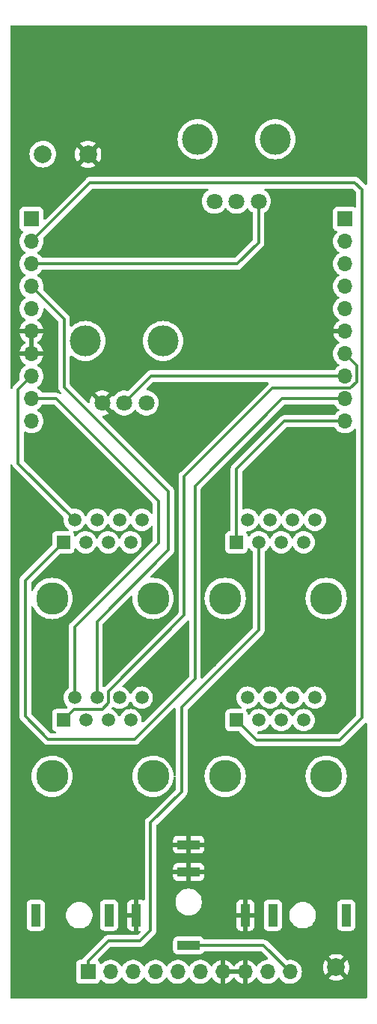
<source format=gbr>
%TF.GenerationSoftware,KiCad,Pcbnew,7.0.6*%
%TF.CreationDate,2023-07-26T19:08:01+01:00*%
%TF.ProjectId,Hypersoniq_Controls,48797065-7273-46f6-9e69-715f436f6e74,rev?*%
%TF.SameCoordinates,Original*%
%TF.FileFunction,Copper,L2,Bot*%
%TF.FilePolarity,Positive*%
%FSLAX46Y46*%
G04 Gerber Fmt 4.6, Leading zero omitted, Abs format (unit mm)*
G04 Created by KiCad (PCBNEW 7.0.6) date 2023-07-26 19:08:01*
%MOMM*%
%LPD*%
G01*
G04 APERTURE LIST*
%TA.AperFunction,ComponentPad*%
%ADD10C,2.000000*%
%TD*%
%TA.AperFunction,ComponentPad*%
%ADD11R,2.500000X1.000000*%
%TD*%
%TA.AperFunction,WasherPad*%
%ADD12C,3.500000*%
%TD*%
%TA.AperFunction,ComponentPad*%
%ADD13C,1.800000*%
%TD*%
%TA.AperFunction,ComponentPad*%
%ADD14R,1.000000X2.500000*%
%TD*%
%TA.AperFunction,WasherPad*%
%ADD15C,3.650000*%
%TD*%
%TA.AperFunction,ComponentPad*%
%ADD16R,1.500000X1.500000*%
%TD*%
%TA.AperFunction,ComponentPad*%
%ADD17C,1.500000*%
%TD*%
%TA.AperFunction,ComponentPad*%
%ADD18R,1.700000X1.700000*%
%TD*%
%TA.AperFunction,ComponentPad*%
%ADD19O,1.700000X1.700000*%
%TD*%
%TA.AperFunction,ViaPad*%
%ADD20C,0.800000*%
%TD*%
%TA.AperFunction,Conductor*%
%ADD21C,0.300000*%
%TD*%
G04 APERTURE END LIST*
D10*
%TO.P,TP3,1,1*%
%TO.N,GND*%
X58800000Y-55500000D03*
%TD*%
D11*
%TO.P,J11,1*%
%TO.N,GND*%
X70200000Y-133520000D03*
%TO.P,J11,2*%
X70200000Y-136620000D03*
%TO.P,J11,3*%
%TO.N,/FREQ_JACK*%
X70200000Y-144920000D03*
%TD*%
D12*
%TO.P,Q_CTRL1,*%
%TO.N,*%
X58500000Y-76600000D03*
X67300000Y-76600000D03*
D13*
%TO.P,Q_CTRL1,1,1*%
%TO.N,+12V*%
X65400000Y-83600000D03*
%TO.P,Q_CTRL1,2,2*%
%TO.N,/Q_POT*%
X62900000Y-83600000D03*
%TO.P,Q_CTRL1,3,3*%
%TO.N,GND*%
X60400000Y-83600000D03*
%TD*%
D10*
%TO.P,TP4,1,1*%
%TO.N,GND*%
X86900000Y-147400000D03*
%TD*%
D14*
%TO.P,J12,1*%
%TO.N,GND*%
X76620000Y-141500000D03*
%TO.P,J12,2*%
%TO.N,unconnected-(J12-Pad2)*%
X79720000Y-141500000D03*
%TO.P,J12,3*%
%TO.N,/AUDIO_MIX_4POLE*%
X88020000Y-141500000D03*
%TD*%
%TO.P,J6,1*%
%TO.N,GND*%
X64280000Y-141500000D03*
%TO.P,J6,2*%
%TO.N,unconnected-(J6-Pad2)*%
X61180000Y-141500000D03*
%TO.P,J6,3*%
%TO.N,/AUDIO_MIX_1POLE*%
X52880000Y-141500000D03*
%TD*%
D15*
%TO.P,J4,*%
%TO.N,*%
X54730000Y-105700000D03*
X66160000Y-105700000D03*
D16*
%TO.P,J4,1*%
%TO.N,/AUDIO_IN1*%
X56000000Y-99350000D03*
D17*
%TO.P,J4,2*%
%TO.N,/AUDIO_IN2*%
X57270000Y-96810000D03*
%TO.P,J4,3*%
%TO.N,/AUDIO_IN3*%
X58540000Y-99350000D03*
%TO.P,J4,4*%
%TO.N,/AUDIO_IN4*%
X59810000Y-96810000D03*
%TO.P,J4,5*%
%TO.N,unconnected-(J4-Pad5)*%
X61080000Y-99350000D03*
%TO.P,J4,6*%
%TO.N,unconnected-(J4-Pad6)*%
X62350000Y-96810000D03*
%TO.P,J4,7*%
%TO.N,unconnected-(J4-Pad7)*%
X63620000Y-99350000D03*
%TO.P,J4,8*%
%TO.N,unconnected-(J4-Pad8)*%
X64890000Y-96810000D03*
%TD*%
D10*
%TO.P,TP1,1,1*%
%TO.N,+12V*%
X53700000Y-55470000D03*
%TD*%
D15*
%TO.P,J5,*%
%TO.N,*%
X54730000Y-125800000D03*
X66160000Y-125800000D03*
D16*
%TO.P,J5,1*%
%TO.N,/1POLE_OUT1*%
X56000000Y-119450000D03*
D17*
%TO.P,J5,2*%
%TO.N,/1POLE_OUT2*%
X57270000Y-116910000D03*
%TO.P,J5,3*%
%TO.N,/1POLE_OUT3*%
X58540000Y-119450000D03*
%TO.P,J5,4*%
%TO.N,/1POLE_OUT4*%
X59810000Y-116910000D03*
%TO.P,J5,5*%
%TO.N,unconnected-(J5-Pad5)*%
X61080000Y-119450000D03*
%TO.P,J5,6*%
%TO.N,unconnected-(J5-Pad6)*%
X62350000Y-116910000D03*
%TO.P,J5,7*%
%TO.N,unconnected-(J5-Pad7)*%
X63620000Y-119450000D03*
%TO.P,J5,8*%
%TO.N,unconnected-(J5-Pad8)*%
X64890000Y-116910000D03*
%TD*%
D15*
%TO.P,J8,*%
%TO.N,*%
X74330000Y-125800000D03*
X85760000Y-125800000D03*
D16*
%TO.P,J8,1*%
%TO.N,/4POLE_OUT1*%
X75600000Y-119450000D03*
D17*
%TO.P,J8,2*%
%TO.N,/4POLE_OUT2*%
X76870000Y-116910000D03*
%TO.P,J8,3*%
%TO.N,/4POLE_OUT3*%
X78140000Y-119450000D03*
%TO.P,J8,4*%
%TO.N,/4POLE_OUT4*%
X79410000Y-116910000D03*
%TO.P,J8,5*%
%TO.N,unconnected-(J8-Pad5)*%
X80680000Y-119450000D03*
%TO.P,J8,6*%
%TO.N,unconnected-(J8-Pad6)*%
X81950000Y-116910000D03*
%TO.P,J8,7*%
%TO.N,unconnected-(J8-Pad7)*%
X83220000Y-119450000D03*
%TO.P,J8,8*%
%TO.N,unconnected-(J8-Pad8)*%
X84490000Y-116910000D03*
%TD*%
D15*
%TO.P,J7,*%
%TO.N,*%
X74330000Y-105700000D03*
X85760000Y-105700000D03*
D16*
%TO.P,J7,1*%
%TO.N,/FREQ_CV1*%
X75600000Y-99350000D03*
D17*
%TO.P,J7,2*%
%TO.N,/FREQ_CV2*%
X76870000Y-96810000D03*
%TO.P,J7,3*%
%TO.N,/FREQ_CV3*%
X78140000Y-99350000D03*
%TO.P,J7,4*%
%TO.N,/FREQ_CV4*%
X79410000Y-96810000D03*
%TO.P,J7,5*%
%TO.N,unconnected-(J7-Pad5)*%
X80680000Y-99350000D03*
%TO.P,J7,6*%
%TO.N,unconnected-(J7-Pad6)*%
X81950000Y-96810000D03*
%TO.P,J7,7*%
%TO.N,unconnected-(J7-Pad7)*%
X83220000Y-99350000D03*
%TO.P,J7,8*%
%TO.N,unconnected-(J7-Pad8)*%
X84490000Y-96810000D03*
%TD*%
D12*
%TO.P,FREQ_POT1,*%
%TO.N,*%
X71200000Y-53800000D03*
X80000000Y-53800000D03*
D13*
%TO.P,FREQ_POT1,1,1*%
%TO.N,/FREQ_POT_VH*%
X78100000Y-60800000D03*
%TO.P,FREQ_POT1,2,2*%
%TO.N,/FREQ_POT*%
X75600000Y-60800000D03*
%TO.P,FREQ_POT1,3,3*%
%TO.N,/FREQ_POT_VL*%
X73100000Y-60800000D03*
%TD*%
D18*
%TO.P,J3,1,Pin_1*%
%TO.N,/FREQ_CV3*%
X58800000Y-147900000D03*
D19*
%TO.P,J3,2,Pin_2*%
%TO.N,/AUDIO_IN3*%
X61340000Y-147900000D03*
%TO.P,J3,3,Pin_3*%
%TO.N,/1POLE_OUT3*%
X63880000Y-147900000D03*
%TO.P,J3,4,Pin_4*%
%TO.N,/FREQ_POT*%
X66420000Y-147900000D03*
%TO.P,J3,5,Pin_5*%
%TO.N,-12V*%
X68960000Y-147900000D03*
%TO.P,J3,6,Pin_6*%
%TO.N,/AUDIO_IN4*%
X71500000Y-147900000D03*
%TO.P,J3,7,Pin_7*%
%TO.N,GND*%
X74040000Y-147900000D03*
%TO.P,J3,8,Pin_8*%
X76580000Y-147900000D03*
%TO.P,J3,9,Pin_9*%
%TO.N,/FREQ_CV4*%
X79120000Y-147900000D03*
%TO.P,J3,10,Pin_10*%
%TO.N,/FREQ_JACK*%
X81660000Y-147900000D03*
%TD*%
D18*
%TO.P,J1,1,Pin_1*%
%TO.N,/FREQ_POT_VL*%
X87900000Y-62800000D03*
D19*
%TO.P,J1,2,Pin_2*%
%TO.N,/4POLE_OUT2*%
X87900000Y-65340000D03*
%TO.P,J1,3,Pin_3*%
%TO.N,/4POLE_OUT3*%
X87900000Y-67880000D03*
%TO.P,J1,4,Pin_4*%
%TO.N,/4POLE_OUT4*%
X87900000Y-70420000D03*
%TO.P,J1,5,Pin_5*%
%TO.N,/AUDIO_MIX_4POLE*%
X87900000Y-72960000D03*
%TO.P,J1,6,Pin_6*%
%TO.N,GND*%
X87900000Y-75500000D03*
%TO.P,J1,7,Pin_7*%
%TO.N,/1POLE_OUT1*%
X87900000Y-78040000D03*
%TO.P,J1,8,Pin_8*%
%TO.N,/Q_POT*%
X87900000Y-80580000D03*
%TO.P,J1,9,Pin_9*%
%TO.N,/AUDIO_IN1*%
X87900000Y-83120000D03*
%TO.P,J1,10,Pin_10*%
%TO.N,/FREQ_CV1*%
X87900000Y-85660000D03*
%TD*%
D18*
%TO.P,J2,1,Pin_1*%
%TO.N,+12V*%
X52400000Y-62800000D03*
D19*
%TO.P,J2,2,Pin_2*%
%TO.N,/4POLE_OUT1*%
X52400000Y-65340000D03*
%TO.P,J2,3,Pin_3*%
%TO.N,/FREQ_POT_VH*%
X52400000Y-67880000D03*
%TO.P,J2,4,Pin_4*%
%TO.N,/1POLE_OUT4*%
X52400000Y-70420000D03*
%TO.P,J2,5,Pin_5*%
%TO.N,/AUDIO_MIX_1POLE*%
X52400000Y-72960000D03*
%TO.P,J2,6,Pin_6*%
%TO.N,GND*%
X52400000Y-75500000D03*
%TO.P,J2,7,Pin_7*%
X52400000Y-78040000D03*
%TO.P,J2,8,Pin_8*%
%TO.N,/AUDIO_IN2*%
X52400000Y-80580000D03*
%TO.P,J2,9,Pin_9*%
%TO.N,/1POLE_OUT2*%
X52400000Y-83120000D03*
%TO.P,J2,10,Pin_10*%
%TO.N,/FREQ_CV2*%
X52400000Y-85660000D03*
%TD*%
D20*
%TO.N,GND*%
X75000000Y-65500000D03*
X82900000Y-62900000D03*
X81300000Y-89800000D03*
X55900000Y-102200000D03*
X51800000Y-148400000D03*
X66800000Y-121900000D03*
X58000000Y-64000000D03*
X62200000Y-111100000D03*
X67700000Y-116500000D03*
X87000000Y-133900000D03*
X88000000Y-88500000D03*
X73000000Y-113100000D03*
X76600000Y-103600000D03*
X84600000Y-109500000D03*
X73200000Y-122600000D03*
X56400000Y-129900000D03*
X62000000Y-92000000D03*
X81700000Y-124700000D03*
X87900000Y-55300000D03*
X68200000Y-90700000D03*
X81000000Y-77800000D03*
X66300000Y-109000000D03*
X64000000Y-70100000D03*
X56200000Y-70300000D03*
X75500000Y-130000000D03*
X54300000Y-90200000D03*
X63200000Y-131200000D03*
X55600000Y-85600000D03*
X75800000Y-82000000D03*
X53800000Y-122800000D03*
X68200000Y-102900000D03*
X53900000Y-117100000D03*
X87200000Y-118100000D03*
X53100000Y-96800000D03*
%TD*%
D21*
%TO.N,/FREQ_POT_VH*%
X52400000Y-67880000D02*
X75720000Y-67880000D01*
X75720000Y-67880000D02*
X78100000Y-65500000D01*
X78100000Y-65500000D02*
X78100000Y-60800000D01*
%TO.N,/AUDIO_IN1*%
X70900000Y-93000000D02*
X80780000Y-83120000D01*
X80780000Y-83120000D02*
X87900000Y-83120000D01*
X70900000Y-114800000D02*
X70900000Y-93000000D01*
X56000000Y-99350000D02*
X51700000Y-103650000D01*
X51700000Y-103650000D02*
X51700000Y-119000000D01*
X54300000Y-121600000D02*
X64100000Y-121600000D01*
X51700000Y-119000000D02*
X54300000Y-121600000D01*
X64100000Y-121600000D02*
X70900000Y-114800000D01*
%TO.N,/1POLE_OUT1*%
X87900000Y-78040000D02*
X89200000Y-79340000D01*
X88500000Y-81900000D02*
X79700000Y-81900000D01*
X61100000Y-116200000D02*
X61100000Y-117500000D01*
X89200000Y-81200000D02*
X88500000Y-81900000D01*
X61100000Y-117500000D02*
X60400000Y-118200000D01*
X89200000Y-79340000D02*
X89200000Y-81200000D01*
X60400000Y-118200000D02*
X57250000Y-118200000D01*
X69700000Y-91900000D02*
X69700000Y-107600000D01*
X57250000Y-118200000D02*
X56000000Y-119450000D01*
X69700000Y-107600000D02*
X61100000Y-116200000D01*
X79700000Y-81900000D02*
X69700000Y-91900000D01*
%TO.N,/FREQ_CV1*%
X81040000Y-85660000D02*
X87900000Y-85660000D01*
X75600000Y-99350000D02*
X75600000Y-91100000D01*
X75600000Y-91100000D02*
X81040000Y-85660000D01*
%TO.N,/FREQ_JACK*%
X70200000Y-144920000D02*
X78680000Y-144920000D01*
X78680000Y-144920000D02*
X81660000Y-147900000D01*
%TO.N,/4POLE_OUT1*%
X75600000Y-119450000D02*
X77850000Y-121700000D01*
X89000000Y-58700000D02*
X59040000Y-58700000D01*
X77850000Y-121700000D02*
X87300000Y-121700000D01*
X59040000Y-58700000D02*
X52400000Y-65340000D01*
X87300000Y-121700000D02*
X89800000Y-119200000D01*
X89800000Y-119200000D02*
X89800000Y-59500000D01*
X89800000Y-59500000D02*
X89000000Y-58700000D01*
%TO.N,/AUDIO_IN2*%
X50900000Y-82080000D02*
X50900000Y-90440000D01*
X52400000Y-80580000D02*
X50900000Y-82080000D01*
X50900000Y-90440000D02*
X57270000Y-96810000D01*
%TO.N,/1POLE_OUT4*%
X52400000Y-70420000D02*
X56100000Y-74120000D01*
X56100000Y-81800000D02*
X67900000Y-93600000D01*
X59810000Y-108290000D02*
X59810000Y-116910000D01*
X67900000Y-93600000D02*
X67900000Y-100200000D01*
X56100000Y-74120000D02*
X56100000Y-81800000D01*
X67900000Y-100200000D02*
X59810000Y-108290000D01*
%TO.N,/Q_POT*%
X62900000Y-83600000D02*
X65920000Y-80580000D01*
X65920000Y-80580000D02*
X87900000Y-80580000D01*
%TO.N,/1POLE_OUT2*%
X66800000Y-94700000D02*
X66800000Y-99400000D01*
X57270000Y-108930000D02*
X57270000Y-116910000D01*
X52400000Y-83120000D02*
X55220000Y-83120000D01*
X66800000Y-99400000D02*
X57270000Y-108930000D01*
X55220000Y-83120000D02*
X66800000Y-94700000D01*
%TO.N,/FREQ_CV3*%
X65900000Y-131010000D02*
X69400000Y-127510000D01*
X61100000Y-144400000D02*
X64700000Y-144400000D01*
X58800000Y-147900000D02*
X58800000Y-146700000D01*
X69400000Y-118000000D02*
X78140000Y-109260000D01*
X64700000Y-144400000D02*
X65900000Y-143200000D01*
X78140000Y-109260000D02*
X78140000Y-99350000D01*
X69400000Y-127510000D02*
X69400000Y-118000000D01*
X65900000Y-143200000D02*
X65900000Y-131010000D01*
X58800000Y-146700000D02*
X61100000Y-144400000D01*
%TD*%
%TA.AperFunction,Conductor*%
%TO.N,GND*%
G36*
X86707416Y-86338502D02*
G01*
X86744778Y-86375585D01*
X86824275Y-86497264D01*
X86824279Y-86497270D01*
X86976762Y-86662908D01*
X87031331Y-86705381D01*
X87154424Y-86801189D01*
X87352426Y-86908342D01*
X87352427Y-86908342D01*
X87352428Y-86908343D01*
X87464227Y-86946723D01*
X87565365Y-86981444D01*
X87787431Y-87018500D01*
X87787435Y-87018500D01*
X88012565Y-87018500D01*
X88012569Y-87018500D01*
X88234635Y-86981444D01*
X88447574Y-86908342D01*
X88645576Y-86801189D01*
X88823240Y-86662906D01*
X88922799Y-86554756D01*
X88983653Y-86518186D01*
X89054617Y-86520321D01*
X89113162Y-86560483D01*
X89140700Y-86625921D01*
X89141500Y-86640095D01*
X89141500Y-118875049D01*
X89121498Y-118943170D01*
X89104595Y-118964144D01*
X87064145Y-121004595D01*
X87001833Y-121038620D01*
X86975050Y-121041500D01*
X78174950Y-121041500D01*
X78106829Y-121021498D01*
X78085855Y-121004595D01*
X78006235Y-120924975D01*
X77972209Y-120862663D01*
X77977274Y-120791848D01*
X78019821Y-120735012D01*
X78086341Y-120710201D01*
X78106312Y-120710360D01*
X78139994Y-120713307D01*
X78139996Y-120713306D01*
X78140000Y-120713307D01*
X78359371Y-120694115D01*
X78572076Y-120637120D01*
X78771654Y-120544056D01*
X78952038Y-120417749D01*
X79107749Y-120262038D01*
X79234056Y-120081654D01*
X79295804Y-119949232D01*
X79342722Y-119895946D01*
X79410999Y-119876485D01*
X79478959Y-119897026D01*
X79524195Y-119949232D01*
X79585944Y-120081654D01*
X79702864Y-120248632D01*
X79712251Y-120262038D01*
X79712254Y-120262042D01*
X79867957Y-120417745D01*
X79867961Y-120417748D01*
X79867962Y-120417749D01*
X80048346Y-120544056D01*
X80247924Y-120637120D01*
X80460629Y-120694115D01*
X80680000Y-120713307D01*
X80899371Y-120694115D01*
X81112076Y-120637120D01*
X81311654Y-120544056D01*
X81492038Y-120417749D01*
X81647749Y-120262038D01*
X81774056Y-120081654D01*
X81835804Y-119949232D01*
X81882722Y-119895946D01*
X81950999Y-119876485D01*
X82018959Y-119897026D01*
X82064195Y-119949232D01*
X82125944Y-120081654D01*
X82242864Y-120248632D01*
X82252251Y-120262038D01*
X82252254Y-120262042D01*
X82407957Y-120417745D01*
X82407961Y-120417748D01*
X82407962Y-120417749D01*
X82588346Y-120544056D01*
X82787924Y-120637120D01*
X83000629Y-120694115D01*
X83220000Y-120713307D01*
X83439371Y-120694115D01*
X83652076Y-120637120D01*
X83851654Y-120544056D01*
X84032038Y-120417749D01*
X84187749Y-120262038D01*
X84314056Y-120081654D01*
X84407120Y-119882076D01*
X84464115Y-119669371D01*
X84483307Y-119450000D01*
X84464115Y-119230629D01*
X84407120Y-119017924D01*
X84314056Y-118818347D01*
X84187749Y-118637962D01*
X84032038Y-118482251D01*
X83851654Y-118355944D01*
X83851648Y-118355941D01*
X83652079Y-118262881D01*
X83652073Y-118262879D01*
X83551215Y-118235854D01*
X83439371Y-118205885D01*
X83220000Y-118186693D01*
X83219999Y-118186693D01*
X83000629Y-118205885D01*
X82787926Y-118262879D01*
X82787920Y-118262881D01*
X82588346Y-118355944D01*
X82407965Y-118482248D01*
X82407959Y-118482253D01*
X82252253Y-118637959D01*
X82252248Y-118637965D01*
X82125944Y-118818346D01*
X82064195Y-118950768D01*
X82017278Y-119004053D01*
X81949000Y-119023514D01*
X81881040Y-119002972D01*
X81835805Y-118950768D01*
X81800496Y-118875049D01*
X81774056Y-118818347D01*
X81647749Y-118637962D01*
X81492038Y-118482251D01*
X81311654Y-118355944D01*
X81311648Y-118355941D01*
X81112079Y-118262881D01*
X81112073Y-118262879D01*
X81011215Y-118235854D01*
X80899371Y-118205885D01*
X80680000Y-118186693D01*
X80679999Y-118186693D01*
X80460629Y-118205885D01*
X80247926Y-118262879D01*
X80247920Y-118262881D01*
X80048346Y-118355944D01*
X79867965Y-118482248D01*
X79867959Y-118482253D01*
X79712253Y-118637959D01*
X79712248Y-118637965D01*
X79585944Y-118818346D01*
X79524195Y-118950768D01*
X79477278Y-119004053D01*
X79409000Y-119023514D01*
X79341040Y-119002972D01*
X79295805Y-118950768D01*
X79260496Y-118875049D01*
X79234056Y-118818347D01*
X79107749Y-118637962D01*
X78952038Y-118482251D01*
X78771654Y-118355944D01*
X78771648Y-118355941D01*
X78572079Y-118262881D01*
X78572073Y-118262879D01*
X78471215Y-118235854D01*
X78359371Y-118205885D01*
X78140000Y-118186693D01*
X77920629Y-118205885D01*
X77707926Y-118262879D01*
X77707920Y-118262881D01*
X77508346Y-118355944D01*
X77327965Y-118482248D01*
X77327959Y-118482253D01*
X77172253Y-118637959D01*
X77172248Y-118637965D01*
X77087713Y-118758694D01*
X77032256Y-118803022D01*
X76961636Y-118810331D01*
X76898276Y-118778300D01*
X76862291Y-118717099D01*
X76858500Y-118686423D01*
X76858500Y-118651367D01*
X76858499Y-118651350D01*
X76851990Y-118590803D01*
X76851988Y-118590795D01*
X76800889Y-118453797D01*
X76800887Y-118453792D01*
X76740233Y-118372769D01*
X76715422Y-118306249D01*
X76730513Y-118236875D01*
X76780715Y-118186673D01*
X76850089Y-118171581D01*
X76852031Y-118171734D01*
X76870000Y-118173307D01*
X77089371Y-118154115D01*
X77302076Y-118097120D01*
X77501654Y-118004056D01*
X77682038Y-117877749D01*
X77837749Y-117722038D01*
X77964056Y-117541654D01*
X78025804Y-117409232D01*
X78072722Y-117355946D01*
X78140999Y-117336485D01*
X78208959Y-117357026D01*
X78254195Y-117409232D01*
X78315944Y-117541654D01*
X78442251Y-117722038D01*
X78442254Y-117722042D01*
X78597957Y-117877745D01*
X78597961Y-117877748D01*
X78597962Y-117877749D01*
X78778346Y-118004056D01*
X78977924Y-118097120D01*
X79190629Y-118154115D01*
X79410000Y-118173307D01*
X79629371Y-118154115D01*
X79842076Y-118097120D01*
X80041654Y-118004056D01*
X80222038Y-117877749D01*
X80377749Y-117722038D01*
X80504056Y-117541654D01*
X80565804Y-117409232D01*
X80612722Y-117355946D01*
X80680999Y-117336485D01*
X80748959Y-117357026D01*
X80794195Y-117409232D01*
X80855944Y-117541654D01*
X80982250Y-117722038D01*
X80982251Y-117722038D01*
X80982254Y-117722042D01*
X81137957Y-117877745D01*
X81137961Y-117877748D01*
X81137962Y-117877749D01*
X81318346Y-118004056D01*
X81517924Y-118097120D01*
X81730629Y-118154115D01*
X81950000Y-118173307D01*
X82169371Y-118154115D01*
X82382076Y-118097120D01*
X82581654Y-118004056D01*
X82762038Y-117877749D01*
X82917749Y-117722038D01*
X83044056Y-117541654D01*
X83105804Y-117409232D01*
X83152722Y-117355946D01*
X83220999Y-117336485D01*
X83288959Y-117357026D01*
X83334195Y-117409232D01*
X83395944Y-117541654D01*
X83522250Y-117722038D01*
X83522251Y-117722038D01*
X83522254Y-117722042D01*
X83677957Y-117877745D01*
X83677961Y-117877748D01*
X83677962Y-117877749D01*
X83858346Y-118004056D01*
X84057924Y-118097120D01*
X84270629Y-118154115D01*
X84490000Y-118173307D01*
X84709371Y-118154115D01*
X84922076Y-118097120D01*
X85121654Y-118004056D01*
X85302038Y-117877749D01*
X85457749Y-117722038D01*
X85584056Y-117541654D01*
X85677120Y-117342076D01*
X85734115Y-117129371D01*
X85753307Y-116910000D01*
X85734115Y-116690629D01*
X85677120Y-116477924D01*
X85584056Y-116278347D01*
X85457749Y-116097962D01*
X85302038Y-115942251D01*
X85121654Y-115815944D01*
X85027126Y-115771865D01*
X84922079Y-115722881D01*
X84922073Y-115722879D01*
X84803753Y-115691175D01*
X84709371Y-115665885D01*
X84490000Y-115646693D01*
X84489999Y-115646693D01*
X84270629Y-115665885D01*
X84057926Y-115722879D01*
X84057920Y-115722881D01*
X83858346Y-115815944D01*
X83677965Y-115942248D01*
X83677959Y-115942253D01*
X83522253Y-116097959D01*
X83522248Y-116097965D01*
X83395944Y-116278346D01*
X83334195Y-116410768D01*
X83287278Y-116464053D01*
X83219000Y-116483514D01*
X83151040Y-116462972D01*
X83105805Y-116410768D01*
X83085488Y-116367198D01*
X83044056Y-116278347D01*
X82917749Y-116097962D01*
X82762038Y-115942251D01*
X82581654Y-115815944D01*
X82487126Y-115771865D01*
X82382079Y-115722881D01*
X82382073Y-115722879D01*
X82263753Y-115691175D01*
X82169371Y-115665885D01*
X81950000Y-115646693D01*
X81949999Y-115646693D01*
X81730629Y-115665885D01*
X81517926Y-115722879D01*
X81517920Y-115722881D01*
X81318346Y-115815944D01*
X81137965Y-115942248D01*
X81137959Y-115942253D01*
X80982253Y-116097959D01*
X80982248Y-116097965D01*
X80855944Y-116278346D01*
X80794195Y-116410768D01*
X80747278Y-116464053D01*
X80679000Y-116483514D01*
X80611040Y-116462972D01*
X80565805Y-116410768D01*
X80545488Y-116367198D01*
X80504056Y-116278347D01*
X80377749Y-116097962D01*
X80222038Y-115942251D01*
X80041654Y-115815944D01*
X79947126Y-115771865D01*
X79842079Y-115722881D01*
X79842073Y-115722879D01*
X79723753Y-115691175D01*
X79629371Y-115665885D01*
X79410000Y-115646693D01*
X79190629Y-115665885D01*
X78977926Y-115722879D01*
X78977920Y-115722881D01*
X78778346Y-115815944D01*
X78597965Y-115942248D01*
X78597959Y-115942253D01*
X78442253Y-116097959D01*
X78442248Y-116097965D01*
X78315944Y-116278346D01*
X78254195Y-116410768D01*
X78207278Y-116464053D01*
X78139000Y-116483514D01*
X78071040Y-116462972D01*
X78025805Y-116410768D01*
X78005488Y-116367198D01*
X77964056Y-116278347D01*
X77837749Y-116097962D01*
X77682038Y-115942251D01*
X77501654Y-115815944D01*
X77407126Y-115771865D01*
X77302079Y-115722881D01*
X77302073Y-115722879D01*
X77183753Y-115691175D01*
X77089371Y-115665885D01*
X76870000Y-115646693D01*
X76650629Y-115665885D01*
X76437926Y-115722879D01*
X76437920Y-115722881D01*
X76238346Y-115815944D01*
X76057965Y-115942248D01*
X76057959Y-115942253D01*
X75902253Y-116097959D01*
X75902248Y-116097965D01*
X75775944Y-116278346D01*
X75682881Y-116477920D01*
X75682879Y-116477926D01*
X75625885Y-116690629D01*
X75606693Y-116910000D01*
X75625885Y-117129370D01*
X75682879Y-117342073D01*
X75682881Y-117342079D01*
X75714195Y-117409232D01*
X75775944Y-117541654D01*
X75902250Y-117722037D01*
X75902251Y-117722038D01*
X75902254Y-117722042D01*
X76057957Y-117877745D01*
X76057966Y-117877752D01*
X76178694Y-117962287D01*
X76223023Y-118017744D01*
X76230332Y-118088363D01*
X76198302Y-118151724D01*
X76137100Y-118187709D01*
X76106424Y-118191500D01*
X74801350Y-118191500D01*
X74740803Y-118198009D01*
X74740795Y-118198011D01*
X74603797Y-118249110D01*
X74603792Y-118249112D01*
X74486738Y-118336738D01*
X74399112Y-118453792D01*
X74399110Y-118453797D01*
X74348011Y-118590795D01*
X74348009Y-118590803D01*
X74341500Y-118651350D01*
X74341500Y-120248649D01*
X74348009Y-120309196D01*
X74348011Y-120309204D01*
X74399110Y-120446202D01*
X74399112Y-120446207D01*
X74486738Y-120563261D01*
X74603792Y-120650887D01*
X74603794Y-120650888D01*
X74603796Y-120650889D01*
X74662875Y-120672924D01*
X74740795Y-120701988D01*
X74740803Y-120701990D01*
X74801350Y-120708499D01*
X74801355Y-120708499D01*
X74801362Y-120708500D01*
X75875050Y-120708500D01*
X75943171Y-120728502D01*
X75964145Y-120745405D01*
X77323125Y-122104385D01*
X77333338Y-122117131D01*
X77333531Y-122116972D01*
X77338583Y-122123079D01*
X77338584Y-122123080D01*
X77391685Y-122172945D01*
X77413667Y-122194927D01*
X77413675Y-122194933D01*
X77419517Y-122199465D01*
X77424033Y-122203322D01*
X77459867Y-122236972D01*
X77478669Y-122247308D01*
X77495175Y-122258151D01*
X77512132Y-122271304D01*
X77557254Y-122290829D01*
X77562580Y-122293439D01*
X77605659Y-122317123D01*
X77605663Y-122317124D01*
X77626432Y-122322456D01*
X77645134Y-122328859D01*
X77664824Y-122337380D01*
X77713407Y-122345074D01*
X77719180Y-122346269D01*
X77766812Y-122358500D01*
X77788253Y-122358500D01*
X77807961Y-122360050D01*
X77829152Y-122363407D01*
X77864654Y-122360051D01*
X77878104Y-122358780D01*
X77884037Y-122358500D01*
X87213389Y-122358500D01*
X87229620Y-122360291D01*
X87229644Y-122360042D01*
X87237536Y-122360788D01*
X87237536Y-122360787D01*
X87237537Y-122360788D01*
X87310342Y-122358500D01*
X87341432Y-122358500D01*
X87348779Y-122357571D01*
X87354682Y-122357106D01*
X87403831Y-122355562D01*
X87424421Y-122349579D01*
X87443776Y-122345571D01*
X87465064Y-122342882D01*
X87510796Y-122324775D01*
X87516380Y-122322863D01*
X87563600Y-122309145D01*
X87582050Y-122298232D01*
X87599813Y-122289530D01*
X87619756Y-122281635D01*
X87659537Y-122252730D01*
X87664487Y-122249480D01*
X87685637Y-122236972D01*
X87706807Y-122224453D01*
X87721977Y-122209281D01*
X87737005Y-122196447D01*
X87754357Y-122183841D01*
X87785702Y-122145950D01*
X87789670Y-122141588D01*
X90174405Y-119756854D01*
X90236717Y-119722828D01*
X90307533Y-119727893D01*
X90364368Y-119770440D01*
X90389179Y-119836960D01*
X90389500Y-119845949D01*
X90389500Y-150763500D01*
X90369498Y-150831621D01*
X90315842Y-150878114D01*
X90263500Y-150889500D01*
X50136500Y-150889500D01*
X50068379Y-150869498D01*
X50021886Y-150815842D01*
X50010500Y-150763500D01*
X50010500Y-142798649D01*
X51871500Y-142798649D01*
X51878009Y-142859196D01*
X51878011Y-142859204D01*
X51929110Y-142996202D01*
X51929112Y-142996207D01*
X52016738Y-143113261D01*
X52133792Y-143200887D01*
X52133794Y-143200888D01*
X52133796Y-143200889D01*
X52187310Y-143220849D01*
X52270795Y-143251988D01*
X52270803Y-143251990D01*
X52331350Y-143258499D01*
X52331355Y-143258499D01*
X52331362Y-143258500D01*
X52331368Y-143258500D01*
X53428632Y-143258500D01*
X53428638Y-143258500D01*
X53428645Y-143258499D01*
X53428649Y-143258499D01*
X53489196Y-143251990D01*
X53489199Y-143251989D01*
X53489201Y-143251989D01*
X53489644Y-143251824D01*
X53515918Y-143242024D01*
X53626204Y-143200889D01*
X53626799Y-143200444D01*
X53743261Y-143113261D01*
X53830887Y-142996207D01*
X53830887Y-142996206D01*
X53830889Y-142996204D01*
X53881989Y-142859201D01*
X53888500Y-142798638D01*
X53888500Y-141624335D01*
X56299500Y-141624335D01*
X56321137Y-141754000D01*
X56340428Y-141869609D01*
X56340430Y-141869618D01*
X56421170Y-142104807D01*
X56421171Y-142104809D01*
X56539525Y-142323508D01*
X56539526Y-142323509D01*
X56692267Y-142519750D01*
X56875214Y-142688164D01*
X57083393Y-142824173D01*
X57083392Y-142824173D01*
X57229411Y-142888222D01*
X57311119Y-142924063D01*
X57311120Y-142924063D01*
X57311122Y-142924064D01*
X57552171Y-142985106D01*
X57552179Y-142985108D01*
X57717446Y-142998802D01*
X57737931Y-143000500D01*
X57737933Y-143000500D01*
X57862069Y-143000500D01*
X57881483Y-142998891D01*
X58047821Y-142985108D01*
X58288881Y-142924063D01*
X58516607Y-142824173D01*
X58555675Y-142798649D01*
X60171500Y-142798649D01*
X60178009Y-142859196D01*
X60178011Y-142859204D01*
X60229110Y-142996202D01*
X60229112Y-142996207D01*
X60316738Y-143113261D01*
X60433792Y-143200887D01*
X60433794Y-143200888D01*
X60433796Y-143200889D01*
X60487310Y-143220849D01*
X60570795Y-143251988D01*
X60570803Y-143251990D01*
X60631350Y-143258499D01*
X60631355Y-143258499D01*
X60631362Y-143258500D01*
X60631368Y-143258500D01*
X61728632Y-143258500D01*
X61728638Y-143258500D01*
X61728645Y-143258499D01*
X61728649Y-143258499D01*
X61789196Y-143251990D01*
X61789199Y-143251989D01*
X61789201Y-143251989D01*
X61789644Y-143251824D01*
X61815918Y-143242024D01*
X61926204Y-143200889D01*
X61926799Y-143200444D01*
X62043261Y-143113261D01*
X62130887Y-142996207D01*
X62130887Y-142996206D01*
X62130889Y-142996204D01*
X62181989Y-142859201D01*
X62188500Y-142798638D01*
X62188500Y-141754000D01*
X63272000Y-141754000D01*
X63272000Y-142798597D01*
X63278505Y-142859093D01*
X63329555Y-142995964D01*
X63329555Y-142995965D01*
X63417095Y-143112904D01*
X63534034Y-143200444D01*
X63670906Y-143251494D01*
X63731402Y-143257999D01*
X63731415Y-143258000D01*
X64026000Y-143258000D01*
X64026000Y-142024624D01*
X64030000Y-142024624D01*
X64044505Y-142097545D01*
X64099760Y-142180240D01*
X64182455Y-142235495D01*
X64280000Y-142254898D01*
X64377545Y-142235495D01*
X64460240Y-142180240D01*
X64515495Y-142097545D01*
X64530000Y-142024624D01*
X64530000Y-140975376D01*
X64515495Y-140902455D01*
X64460240Y-140819760D01*
X64377545Y-140764505D01*
X64280000Y-140745102D01*
X64182455Y-140764505D01*
X64099760Y-140819760D01*
X64044505Y-140902455D01*
X64030000Y-140975376D01*
X64030000Y-142024624D01*
X64026000Y-142024624D01*
X64026000Y-141754000D01*
X63272000Y-141754000D01*
X62188500Y-141754000D01*
X62188500Y-141246000D01*
X63272000Y-141246000D01*
X64026000Y-141246000D01*
X64026000Y-139742000D01*
X63731402Y-139742000D01*
X63670906Y-139748505D01*
X63534035Y-139799555D01*
X63534034Y-139799555D01*
X63417095Y-139887095D01*
X63329555Y-140004034D01*
X63329555Y-140004035D01*
X63278505Y-140140906D01*
X63272000Y-140201402D01*
X63272000Y-141246000D01*
X62188500Y-141246000D01*
X62188500Y-140201362D01*
X62182001Y-140140906D01*
X62181990Y-140140803D01*
X62181988Y-140140795D01*
X62135028Y-140014893D01*
X62130889Y-140003796D01*
X62130888Y-140003794D01*
X62130887Y-140003792D01*
X62043261Y-139886738D01*
X61926207Y-139799112D01*
X61926202Y-139799110D01*
X61789204Y-139748011D01*
X61789196Y-139748009D01*
X61728649Y-139741500D01*
X61728638Y-139741500D01*
X60631362Y-139741500D01*
X60631350Y-139741500D01*
X60570803Y-139748009D01*
X60570795Y-139748011D01*
X60433797Y-139799110D01*
X60433792Y-139799112D01*
X60316738Y-139886738D01*
X60229112Y-140003792D01*
X60229110Y-140003797D01*
X60178011Y-140140795D01*
X60178009Y-140140803D01*
X60171500Y-140201350D01*
X60171500Y-142798649D01*
X58555675Y-142798649D01*
X58724785Y-142688164D01*
X58907732Y-142519750D01*
X58907733Y-142519748D01*
X58907738Y-142519744D01*
X59060474Y-142323509D01*
X59178828Y-142104810D01*
X59259571Y-141869614D01*
X59300500Y-141624335D01*
X59300500Y-141375665D01*
X59259571Y-141130386D01*
X59178828Y-140895190D01*
X59060474Y-140676491D01*
X58907738Y-140480256D01*
X58907736Y-140480254D01*
X58907732Y-140480249D01*
X58724785Y-140311835D01*
X58516606Y-140175826D01*
X58516607Y-140175826D01*
X58288884Y-140075938D01*
X58288877Y-140075935D01*
X58047828Y-140014893D01*
X58047823Y-140014892D01*
X58047821Y-140014892D01*
X57913864Y-140003792D01*
X57862069Y-139999500D01*
X57862067Y-139999500D01*
X57737933Y-139999500D01*
X57737931Y-139999500D01*
X57676707Y-140004573D01*
X57552179Y-140014892D01*
X57552177Y-140014892D01*
X57552171Y-140014893D01*
X57311122Y-140075935D01*
X57311115Y-140075938D01*
X57083393Y-140175826D01*
X56875214Y-140311835D01*
X56692267Y-140480249D01*
X56539526Y-140676490D01*
X56539525Y-140676491D01*
X56421171Y-140895190D01*
X56421170Y-140895192D01*
X56340430Y-141130381D01*
X56340428Y-141130386D01*
X56340429Y-141130386D01*
X56299500Y-141375665D01*
X56299500Y-141624335D01*
X53888500Y-141624335D01*
X53888500Y-140201362D01*
X53882001Y-140140906D01*
X53881990Y-140140803D01*
X53881988Y-140140795D01*
X53835028Y-140014893D01*
X53830889Y-140003796D01*
X53830888Y-140003794D01*
X53830887Y-140003792D01*
X53743261Y-139886738D01*
X53626207Y-139799112D01*
X53626202Y-139799110D01*
X53489204Y-139748011D01*
X53489196Y-139748009D01*
X53428649Y-139741500D01*
X53428638Y-139741500D01*
X52331362Y-139741500D01*
X52331350Y-139741500D01*
X52270803Y-139748009D01*
X52270795Y-139748011D01*
X52133797Y-139799110D01*
X52133792Y-139799112D01*
X52016738Y-139886738D01*
X51929112Y-140003792D01*
X51929110Y-140003797D01*
X51878011Y-140140795D01*
X51878009Y-140140803D01*
X51871500Y-140201350D01*
X51871500Y-142798649D01*
X50010500Y-142798649D01*
X50010500Y-125800003D01*
X52391493Y-125800003D01*
X52411498Y-126105231D01*
X52411500Y-126105245D01*
X52471176Y-126405248D01*
X52471178Y-126405258D01*
X52569498Y-126694900D01*
X52569504Y-126694914D01*
X52704792Y-126969251D01*
X52874731Y-127223584D01*
X52874734Y-127223588D01*
X52874736Y-127223591D01*
X52874738Y-127223593D01*
X52919070Y-127274144D01*
X53076425Y-127453574D01*
X53199861Y-127561824D01*
X53306407Y-127655262D01*
X53306409Y-127655263D01*
X53306411Y-127655265D01*
X53306415Y-127655268D01*
X53454683Y-127754337D01*
X53560746Y-127825206D01*
X53835092Y-127960499D01*
X54124750Y-128058824D01*
X54424764Y-128118501D01*
X54599184Y-128129932D01*
X54729997Y-128138507D01*
X54730000Y-128138507D01*
X54730003Y-128138507D01*
X54844463Y-128131004D01*
X55035236Y-128118501D01*
X55335250Y-128058824D01*
X55624908Y-127960499D01*
X55899254Y-127825206D01*
X56153593Y-127655262D01*
X56383574Y-127453574D01*
X56585262Y-127223593D01*
X56755206Y-126969254D01*
X56890499Y-126694908D01*
X56988824Y-126405250D01*
X57048501Y-126105236D01*
X57068507Y-125800000D01*
X57061556Y-125693954D01*
X57048501Y-125494768D01*
X57048501Y-125494764D01*
X56988824Y-125194750D01*
X56890499Y-124905092D01*
X56755206Y-124630747D01*
X56585262Y-124376407D01*
X56383574Y-124146426D01*
X56383571Y-124146424D01*
X56383570Y-124146422D01*
X56153588Y-123944734D01*
X56153584Y-123944731D01*
X55899251Y-123774792D01*
X55624914Y-123639504D01*
X55624908Y-123639501D01*
X55624903Y-123639499D01*
X55624900Y-123639498D01*
X55335258Y-123541178D01*
X55335252Y-123541176D01*
X55335250Y-123541176D01*
X55234789Y-123521193D01*
X55035245Y-123481500D01*
X55035231Y-123481498D01*
X54730003Y-123461493D01*
X54729997Y-123461493D01*
X54424768Y-123481498D01*
X54424754Y-123481500D01*
X54174980Y-123531184D01*
X54124750Y-123541176D01*
X54124748Y-123541176D01*
X54124741Y-123541178D01*
X53835099Y-123639498D01*
X53835091Y-123639501D01*
X53560741Y-123774797D01*
X53306409Y-123944736D01*
X53076426Y-124146426D01*
X52874736Y-124376409D01*
X52704797Y-124630741D01*
X52569501Y-124905091D01*
X52569498Y-124905099D01*
X52471178Y-125194741D01*
X52471176Y-125194751D01*
X52411500Y-125494754D01*
X52411498Y-125494768D01*
X52391493Y-125799996D01*
X52391493Y-125800003D01*
X50010500Y-125800003D01*
X50010500Y-120708499D01*
X50010500Y-90641938D01*
X50030501Y-90573821D01*
X50084157Y-90527328D01*
X50154431Y-90517224D01*
X50219011Y-90546718D01*
X50252264Y-90598461D01*
X50254201Y-90597695D01*
X50275216Y-90650778D01*
X50277139Y-90656394D01*
X50290853Y-90703597D01*
X50290853Y-90703598D01*
X50301771Y-90722058D01*
X50310468Y-90739811D01*
X50318364Y-90759755D01*
X50318367Y-90759760D01*
X50320093Y-90762135D01*
X50347265Y-90799532D01*
X50350521Y-90804490D01*
X50353768Y-90809981D01*
X50375547Y-90846807D01*
X50390714Y-90861974D01*
X50403552Y-90877005D01*
X50416158Y-90894356D01*
X50454040Y-90925695D01*
X50458421Y-90929681D01*
X53401500Y-93872760D01*
X55994200Y-96465460D01*
X56028226Y-96527772D01*
X56026814Y-96587156D01*
X56025887Y-96590614D01*
X56025885Y-96590623D01*
X56006693Y-96810000D01*
X56025885Y-97029370D01*
X56082879Y-97242073D01*
X56082881Y-97242079D01*
X56114195Y-97309232D01*
X56175944Y-97441654D01*
X56216674Y-97499822D01*
X56302251Y-97622038D01*
X56302254Y-97622042D01*
X56457957Y-97777745D01*
X56457966Y-97777752D01*
X56578694Y-97862287D01*
X56623023Y-97917744D01*
X56630332Y-97988363D01*
X56598302Y-98051724D01*
X56537100Y-98087709D01*
X56506424Y-98091500D01*
X55201350Y-98091500D01*
X55140803Y-98098009D01*
X55140795Y-98098011D01*
X55003797Y-98149110D01*
X55003792Y-98149112D01*
X54886738Y-98236738D01*
X54799112Y-98353792D01*
X54799110Y-98353797D01*
X54748011Y-98490795D01*
X54748009Y-98490803D01*
X54741500Y-98551350D01*
X54741500Y-99625049D01*
X54721498Y-99693170D01*
X54704595Y-99714144D01*
X51295611Y-103123127D01*
X51282865Y-103133340D01*
X51283025Y-103133533D01*
X51276921Y-103138582D01*
X51227054Y-103191685D01*
X51205071Y-103213668D01*
X51200527Y-103219525D01*
X51196678Y-103224031D01*
X51163029Y-103259865D01*
X51163027Y-103259867D01*
X51152691Y-103278667D01*
X51141843Y-103295180D01*
X51128699Y-103312126D01*
X51128694Y-103312135D01*
X51109172Y-103357247D01*
X51106560Y-103362577D01*
X51082877Y-103405660D01*
X51082873Y-103405670D01*
X51077541Y-103426436D01*
X51071139Y-103445136D01*
X51062620Y-103464820D01*
X51062619Y-103464824D01*
X51054928Y-103513384D01*
X51053724Y-103519197D01*
X51041500Y-103566810D01*
X51041500Y-103588258D01*
X51039949Y-103607967D01*
X51036594Y-103629150D01*
X51036594Y-103629152D01*
X51041220Y-103678094D01*
X51041500Y-103684027D01*
X51041500Y-118913389D01*
X51039708Y-118929620D01*
X51039958Y-118929644D01*
X51039211Y-118937536D01*
X51041500Y-119010341D01*
X51041500Y-119041430D01*
X51042427Y-119048776D01*
X51042893Y-119054690D01*
X51044437Y-119103829D01*
X51044438Y-119103832D01*
X51050421Y-119124429D01*
X51054428Y-119143780D01*
X51057117Y-119165060D01*
X51057117Y-119165062D01*
X51075216Y-119210778D01*
X51077139Y-119216394D01*
X51090853Y-119263597D01*
X51090853Y-119263598D01*
X51101771Y-119282058D01*
X51110468Y-119299811D01*
X51118364Y-119319755D01*
X51118367Y-119319760D01*
X51136352Y-119344513D01*
X51147265Y-119359532D01*
X51150521Y-119364490D01*
X51162754Y-119385176D01*
X51175547Y-119406807D01*
X51190714Y-119421974D01*
X51203552Y-119437005D01*
X51216158Y-119454356D01*
X51254040Y-119485695D01*
X51258421Y-119489681D01*
X52560589Y-120791848D01*
X53773124Y-122004383D01*
X53783340Y-122017133D01*
X53783533Y-122016974D01*
X53788584Y-122023080D01*
X53841701Y-122072960D01*
X53863658Y-122094918D01*
X53863662Y-122094921D01*
X53863667Y-122094926D01*
X53869523Y-122099468D01*
X53874020Y-122103310D01*
X53909867Y-122136972D01*
X53909869Y-122136973D01*
X53928654Y-122147300D01*
X53945183Y-122158158D01*
X53962126Y-122171301D01*
X53962129Y-122171303D01*
X53962130Y-122171303D01*
X53962131Y-122171304D01*
X54004247Y-122189529D01*
X54007254Y-122190830D01*
X54012587Y-122193442D01*
X54055663Y-122217124D01*
X54076430Y-122222456D01*
X54095131Y-122228858D01*
X54114823Y-122237380D01*
X54154164Y-122243610D01*
X54163390Y-122245072D01*
X54169186Y-122246271D01*
X54216812Y-122258500D01*
X54238258Y-122258500D01*
X54257966Y-122260050D01*
X54279151Y-122263406D01*
X54316879Y-122259839D01*
X54328093Y-122258780D01*
X54334026Y-122258500D01*
X64013389Y-122258500D01*
X64029620Y-122260291D01*
X64029644Y-122260042D01*
X64037536Y-122260788D01*
X64037536Y-122260787D01*
X64037537Y-122260788D01*
X64110342Y-122258500D01*
X64141432Y-122258500D01*
X64148779Y-122257571D01*
X64154682Y-122257106D01*
X64203831Y-122255562D01*
X64224421Y-122249579D01*
X64243776Y-122245571D01*
X64265064Y-122242882D01*
X64310796Y-122224775D01*
X64316380Y-122222863D01*
X64363600Y-122209145D01*
X64382050Y-122198232D01*
X64399813Y-122189530D01*
X64419756Y-122181635D01*
X64459537Y-122152730D01*
X64464487Y-122149480D01*
X64477869Y-122141566D01*
X64506807Y-122124453D01*
X64521977Y-122109281D01*
X64537005Y-122096447D01*
X64554357Y-122083841D01*
X64585702Y-122045950D01*
X64589670Y-122041588D01*
X68526405Y-118104853D01*
X68588717Y-118070828D01*
X68659533Y-118075893D01*
X68716368Y-118118440D01*
X68741179Y-118184960D01*
X68741500Y-118193949D01*
X68741500Y-125658456D01*
X68721498Y-125726577D01*
X68667842Y-125773070D01*
X68597568Y-125783174D01*
X68532988Y-125753680D01*
X68494604Y-125693954D01*
X68489770Y-125666697D01*
X68478501Y-125494768D01*
X68478501Y-125494764D01*
X68418824Y-125194750D01*
X68320499Y-124905092D01*
X68185206Y-124630747D01*
X68015262Y-124376407D01*
X67813574Y-124146426D01*
X67813571Y-124146424D01*
X67813570Y-124146422D01*
X67583588Y-123944734D01*
X67583584Y-123944731D01*
X67329251Y-123774792D01*
X67054914Y-123639504D01*
X67054908Y-123639501D01*
X67054903Y-123639499D01*
X67054900Y-123639498D01*
X66765258Y-123541178D01*
X66765252Y-123541176D01*
X66765250Y-123541176D01*
X66664789Y-123521193D01*
X66465245Y-123481500D01*
X66465231Y-123481498D01*
X66160003Y-123461493D01*
X66159997Y-123461493D01*
X65854768Y-123481498D01*
X65854754Y-123481500D01*
X65604980Y-123531184D01*
X65554750Y-123541176D01*
X65554748Y-123541176D01*
X65554741Y-123541178D01*
X65265099Y-123639498D01*
X65265091Y-123639501D01*
X64990741Y-123774797D01*
X64736409Y-123944736D01*
X64506426Y-124146426D01*
X64304736Y-124376409D01*
X64134797Y-124630741D01*
X63999501Y-124905091D01*
X63999498Y-124905099D01*
X63901178Y-125194741D01*
X63901176Y-125194751D01*
X63841500Y-125494754D01*
X63841498Y-125494768D01*
X63821493Y-125799996D01*
X63821493Y-125800003D01*
X63841498Y-126105231D01*
X63841500Y-126105245D01*
X63901176Y-126405248D01*
X63901178Y-126405258D01*
X63999498Y-126694900D01*
X63999504Y-126694914D01*
X64134792Y-126969251D01*
X64304731Y-127223584D01*
X64304734Y-127223588D01*
X64304736Y-127223591D01*
X64304738Y-127223593D01*
X64349070Y-127274144D01*
X64506425Y-127453574D01*
X64629861Y-127561824D01*
X64736407Y-127655262D01*
X64736409Y-127655263D01*
X64736411Y-127655265D01*
X64736415Y-127655268D01*
X64884683Y-127754337D01*
X64990746Y-127825206D01*
X65265092Y-127960499D01*
X65554750Y-128058824D01*
X65854764Y-128118501D01*
X66029184Y-128129932D01*
X66159997Y-128138507D01*
X66160000Y-128138507D01*
X66160003Y-128138507D01*
X66274463Y-128131004D01*
X66465236Y-128118501D01*
X66765250Y-128058824D01*
X67054908Y-127960499D01*
X67329254Y-127825206D01*
X67583593Y-127655262D01*
X67813574Y-127453574D01*
X68015262Y-127223593D01*
X68185206Y-126969254D01*
X68320499Y-126694908D01*
X68418824Y-126405250D01*
X68478501Y-126105236D01*
X68489770Y-125933301D01*
X68514184Y-125866635D01*
X68570766Y-125823751D01*
X68641550Y-125818265D01*
X68704064Y-125851919D01*
X68738459Y-125914028D01*
X68741500Y-125941543D01*
X68741500Y-127185049D01*
X68721498Y-127253170D01*
X68704595Y-127274144D01*
X65495611Y-130483127D01*
X65482865Y-130493340D01*
X65483025Y-130493533D01*
X65476921Y-130498582D01*
X65427054Y-130551685D01*
X65405071Y-130573668D01*
X65400527Y-130579525D01*
X65396678Y-130584031D01*
X65363029Y-130619865D01*
X65363027Y-130619867D01*
X65352691Y-130638667D01*
X65341843Y-130655180D01*
X65328699Y-130672126D01*
X65328694Y-130672135D01*
X65309172Y-130717247D01*
X65306560Y-130722577D01*
X65282877Y-130765660D01*
X65282873Y-130765670D01*
X65277541Y-130786436D01*
X65271139Y-130805136D01*
X65262620Y-130824820D01*
X65262619Y-130824824D01*
X65254928Y-130873384D01*
X65253724Y-130879197D01*
X65241500Y-130926810D01*
X65241500Y-130948258D01*
X65239949Y-130967967D01*
X65236594Y-130989150D01*
X65236594Y-130989152D01*
X65241220Y-131038094D01*
X65241500Y-131044027D01*
X65241499Y-139709187D01*
X65221497Y-139777308D01*
X65167841Y-139823801D01*
X65097567Y-139833904D01*
X65039989Y-139810054D01*
X65025966Y-139799556D01*
X65025964Y-139799555D01*
X64889093Y-139748505D01*
X64828597Y-139742000D01*
X64534000Y-139742000D01*
X64534000Y-143258000D01*
X64606548Y-143258000D01*
X64674669Y-143278002D01*
X64721162Y-143331658D01*
X64731266Y-143401932D01*
X64701772Y-143466512D01*
X64695644Y-143473095D01*
X64464145Y-143704595D01*
X64401832Y-143738620D01*
X64375049Y-143741500D01*
X61186611Y-143741500D01*
X61170379Y-143739708D01*
X61170356Y-143739958D01*
X61162463Y-143739211D01*
X61091877Y-143741430D01*
X61089658Y-143741500D01*
X61058568Y-143741500D01*
X61051222Y-143742427D01*
X61045309Y-143742893D01*
X60996172Y-143744437D01*
X60996170Y-143744437D01*
X60996169Y-143744438D01*
X60975571Y-143750421D01*
X60956221Y-143754428D01*
X60934940Y-143757116D01*
X60934935Y-143757118D01*
X60889214Y-143775219D01*
X60883599Y-143777141D01*
X60836406Y-143790852D01*
X60836398Y-143790855D01*
X60817941Y-143801771D01*
X60800193Y-143810466D01*
X60780244Y-143818364D01*
X60780244Y-143818365D01*
X60780239Y-143818368D01*
X60740461Y-143847268D01*
X60735510Y-143850520D01*
X60701289Y-143870759D01*
X60693191Y-143875549D01*
X60678029Y-143890711D01*
X60663002Y-143903545D01*
X60645646Y-143916156D01*
X60645643Y-143916158D01*
X60614294Y-143954051D01*
X60610298Y-143958442D01*
X58395611Y-146173127D01*
X58382865Y-146183340D01*
X58383025Y-146183533D01*
X58376921Y-146188582D01*
X58327054Y-146241685D01*
X58305071Y-146263668D01*
X58300527Y-146269525D01*
X58296678Y-146274031D01*
X58263029Y-146309865D01*
X58263027Y-146309867D01*
X58252691Y-146328667D01*
X58241843Y-146345180D01*
X58228699Y-146362126D01*
X58228694Y-146362135D01*
X58209172Y-146407247D01*
X58206560Y-146412577D01*
X58182875Y-146455663D01*
X58180412Y-146461886D01*
X58136736Y-146517859D01*
X58069733Y-146541334D01*
X58063261Y-146541500D01*
X57901350Y-146541500D01*
X57840803Y-146548009D01*
X57840795Y-146548011D01*
X57703797Y-146599110D01*
X57703792Y-146599112D01*
X57586738Y-146686738D01*
X57499112Y-146803792D01*
X57499110Y-146803797D01*
X57448011Y-146940795D01*
X57448009Y-146940803D01*
X57441500Y-147001350D01*
X57441500Y-148798649D01*
X57448009Y-148859196D01*
X57448011Y-148859204D01*
X57499110Y-148996202D01*
X57499112Y-148996207D01*
X57586738Y-149113261D01*
X57703792Y-149200887D01*
X57703794Y-149200888D01*
X57703796Y-149200889D01*
X57757600Y-149220957D01*
X57840795Y-149251988D01*
X57840803Y-149251990D01*
X57901350Y-149258499D01*
X57901355Y-149258499D01*
X57901362Y-149258500D01*
X57901368Y-149258500D01*
X59698632Y-149258500D01*
X59698638Y-149258500D01*
X59698645Y-149258499D01*
X59698649Y-149258499D01*
X59759196Y-149251990D01*
X59759199Y-149251989D01*
X59759201Y-149251989D01*
X59896204Y-149200889D01*
X59966399Y-149148342D01*
X60013261Y-149113261D01*
X60100886Y-148996208D01*
X60100885Y-148996208D01*
X60100889Y-148996204D01*
X60144999Y-148877939D01*
X60187545Y-148821107D01*
X60254066Y-148796296D01*
X60323440Y-148811388D01*
X60355753Y-148836635D01*
X60376529Y-148859204D01*
X60416762Y-148902908D01*
X60429294Y-148912662D01*
X60594424Y-149041189D01*
X60792426Y-149148342D01*
X60792427Y-149148342D01*
X60792428Y-149148343D01*
X60904227Y-149186723D01*
X61005365Y-149221444D01*
X61227431Y-149258500D01*
X61227435Y-149258500D01*
X61452565Y-149258500D01*
X61452569Y-149258500D01*
X61674635Y-149221444D01*
X61887574Y-149148342D01*
X62085576Y-149041189D01*
X62263240Y-148902906D01*
X62415722Y-148737268D01*
X62415927Y-148736955D01*
X62504517Y-148601357D01*
X62558520Y-148555268D01*
X62628868Y-148545693D01*
X62693226Y-148575670D01*
X62715483Y-148601357D01*
X62804275Y-148737265D01*
X62804279Y-148737270D01*
X62956762Y-148902908D01*
X62969294Y-148912662D01*
X63134424Y-149041189D01*
X63332426Y-149148342D01*
X63332427Y-149148342D01*
X63332428Y-149148343D01*
X63444227Y-149186723D01*
X63545365Y-149221444D01*
X63767431Y-149258500D01*
X63767435Y-149258500D01*
X63992565Y-149258500D01*
X63992569Y-149258500D01*
X64214635Y-149221444D01*
X64427574Y-149148342D01*
X64625576Y-149041189D01*
X64803240Y-148902906D01*
X64955722Y-148737268D01*
X64955927Y-148736955D01*
X64961115Y-148729012D01*
X65044518Y-148601354D01*
X65098520Y-148555268D01*
X65168868Y-148545692D01*
X65233225Y-148575669D01*
X65255480Y-148601353D01*
X65276223Y-148633102D01*
X65344275Y-148737265D01*
X65344279Y-148737270D01*
X65496762Y-148902908D01*
X65509294Y-148912662D01*
X65674424Y-149041189D01*
X65872426Y-149148342D01*
X65872427Y-149148342D01*
X65872428Y-149148343D01*
X65984227Y-149186723D01*
X66085365Y-149221444D01*
X66307431Y-149258500D01*
X66307435Y-149258500D01*
X66532565Y-149258500D01*
X66532569Y-149258500D01*
X66754635Y-149221444D01*
X66967574Y-149148342D01*
X67165576Y-149041189D01*
X67343240Y-148902906D01*
X67495722Y-148737268D01*
X67495927Y-148736955D01*
X67501115Y-148729012D01*
X67584518Y-148601354D01*
X67638520Y-148555268D01*
X67708868Y-148545692D01*
X67773225Y-148575669D01*
X67795480Y-148601353D01*
X67816223Y-148633102D01*
X67884275Y-148737265D01*
X67884279Y-148737270D01*
X68036762Y-148902908D01*
X68049294Y-148912662D01*
X68214424Y-149041189D01*
X68412426Y-149148342D01*
X68412427Y-149148342D01*
X68412428Y-149148343D01*
X68524227Y-149186723D01*
X68625365Y-149221444D01*
X68847431Y-149258500D01*
X68847435Y-149258500D01*
X69072565Y-149258500D01*
X69072569Y-149258500D01*
X69294635Y-149221444D01*
X69507574Y-149148342D01*
X69705576Y-149041189D01*
X69883240Y-148902906D01*
X70035722Y-148737268D01*
X70124519Y-148601353D01*
X70178518Y-148555268D01*
X70248866Y-148545692D01*
X70313224Y-148575668D01*
X70335482Y-148601356D01*
X70424275Y-148737265D01*
X70424279Y-148737270D01*
X70576762Y-148902908D01*
X70589294Y-148912662D01*
X70754424Y-149041189D01*
X70952426Y-149148342D01*
X70952427Y-149148342D01*
X70952428Y-149148343D01*
X71064227Y-149186723D01*
X71165365Y-149221444D01*
X71387431Y-149258500D01*
X71387435Y-149258500D01*
X71612565Y-149258500D01*
X71612569Y-149258500D01*
X71834635Y-149221444D01*
X72047574Y-149148342D01*
X72245576Y-149041189D01*
X72423240Y-148902906D01*
X72575722Y-148737268D01*
X72575927Y-148736955D01*
X72643777Y-148633102D01*
X72664816Y-148600898D01*
X72718819Y-148554810D01*
X72789167Y-148545235D01*
X72853524Y-148575212D01*
X72875782Y-148600898D01*
X72964674Y-148736958D01*
X73117097Y-148902534D01*
X73294698Y-149040767D01*
X73294699Y-149040768D01*
X73492628Y-149147882D01*
X73492630Y-149147883D01*
X73705483Y-149220955D01*
X73705492Y-149220957D01*
X73786000Y-149234391D01*
X73786000Y-148333674D01*
X73897685Y-148384680D01*
X74004237Y-148400000D01*
X74075763Y-148400000D01*
X74182315Y-148384680D01*
X74294000Y-148333674D01*
X74294000Y-149234390D01*
X74374507Y-149220957D01*
X74374516Y-149220955D01*
X74587369Y-149147883D01*
X74587371Y-149147882D01*
X74785300Y-149040768D01*
X74785301Y-149040767D01*
X74962902Y-148902534D01*
X75115327Y-148736955D01*
X75204517Y-148600441D01*
X75258521Y-148554352D01*
X75328868Y-148544777D01*
X75393226Y-148574754D01*
X75415483Y-148600441D01*
X75504672Y-148736955D01*
X75657097Y-148902534D01*
X75834698Y-149040767D01*
X75834699Y-149040768D01*
X76032628Y-149147882D01*
X76032630Y-149147883D01*
X76245483Y-149220955D01*
X76245492Y-149220957D01*
X76326000Y-149234391D01*
X76326000Y-148333674D01*
X76437685Y-148384680D01*
X76544237Y-148400000D01*
X76615763Y-148400000D01*
X76722315Y-148384680D01*
X76834000Y-148333674D01*
X76834000Y-149234390D01*
X76914507Y-149220957D01*
X76914516Y-149220955D01*
X77127369Y-149147883D01*
X77127371Y-149147882D01*
X77325300Y-149040768D01*
X77325301Y-149040767D01*
X77502902Y-148902534D01*
X77655327Y-148736955D01*
X77744217Y-148600899D01*
X77798220Y-148554810D01*
X77868568Y-148545235D01*
X77932925Y-148575212D01*
X77955183Y-148600898D01*
X78044279Y-148737270D01*
X78196762Y-148902908D01*
X78209294Y-148912662D01*
X78374424Y-149041189D01*
X78572426Y-149148342D01*
X78572427Y-149148342D01*
X78572428Y-149148343D01*
X78684227Y-149186723D01*
X78785365Y-149221444D01*
X79007431Y-149258500D01*
X79007435Y-149258500D01*
X79232565Y-149258500D01*
X79232569Y-149258500D01*
X79454635Y-149221444D01*
X79667574Y-149148342D01*
X79865576Y-149041189D01*
X80043240Y-148902906D01*
X80195722Y-148737268D01*
X80195927Y-148736955D01*
X80201115Y-148729012D01*
X80284518Y-148601354D01*
X80338520Y-148555268D01*
X80408868Y-148545692D01*
X80473225Y-148575669D01*
X80495480Y-148601353D01*
X80516223Y-148633102D01*
X80584275Y-148737265D01*
X80584279Y-148737270D01*
X80736762Y-148902908D01*
X80749294Y-148912662D01*
X80914424Y-149041189D01*
X81112426Y-149148342D01*
X81112427Y-149148342D01*
X81112428Y-149148343D01*
X81224227Y-149186723D01*
X81325365Y-149221444D01*
X81547431Y-149258500D01*
X81547435Y-149258500D01*
X81772565Y-149258500D01*
X81772569Y-149258500D01*
X81994635Y-149221444D01*
X82207574Y-149148342D01*
X82405576Y-149041189D01*
X82583240Y-148902906D01*
X82735722Y-148737268D01*
X82735927Y-148736955D01*
X82803777Y-148633102D01*
X82858860Y-148548791D01*
X82949296Y-148342616D01*
X83004564Y-148124368D01*
X83023156Y-147900000D01*
X83004564Y-147675632D01*
X82949296Y-147457384D01*
X82924125Y-147399999D01*
X85387337Y-147399999D01*
X85405960Y-147636632D01*
X85461371Y-147867437D01*
X85552206Y-148086733D01*
X85666897Y-148273891D01*
X86296065Y-147644723D01*
X86307188Y-147678956D01*
X86395186Y-147817619D01*
X86514903Y-147930040D01*
X86653160Y-148006048D01*
X86026107Y-148633101D01*
X86026107Y-148633102D01*
X86213261Y-148747791D01*
X86432562Y-148838628D01*
X86663367Y-148894039D01*
X86899999Y-148912662D01*
X87136632Y-148894039D01*
X87367437Y-148838628D01*
X87586738Y-148747791D01*
X87773891Y-148633102D01*
X87773892Y-148633101D01*
X87143482Y-148002691D01*
X87215629Y-147974126D01*
X87348492Y-147877595D01*
X87453175Y-147751055D01*
X87503442Y-147644232D01*
X88133102Y-148273892D01*
X88133102Y-148273891D01*
X88247791Y-148086738D01*
X88338628Y-147867437D01*
X88394039Y-147636632D01*
X88412662Y-147400000D01*
X88394039Y-147163367D01*
X88338628Y-146932562D01*
X88247791Y-146713261D01*
X88133102Y-146526107D01*
X88133100Y-146526107D01*
X87503933Y-147155273D01*
X87492812Y-147121044D01*
X87404814Y-146982381D01*
X87285097Y-146869960D01*
X87146838Y-146793951D01*
X87773891Y-146166897D01*
X87586733Y-146052206D01*
X87367437Y-145961371D01*
X87136632Y-145905960D01*
X86900000Y-145887337D01*
X86663367Y-145905960D01*
X86432562Y-145961371D01*
X86213262Y-146052208D01*
X86026107Y-146166896D01*
X86026107Y-146166898D01*
X86656517Y-146797308D01*
X86584371Y-146825874D01*
X86451508Y-146922405D01*
X86346825Y-147048945D01*
X86296558Y-147155767D01*
X85666898Y-146526107D01*
X85666896Y-146526107D01*
X85552208Y-146713262D01*
X85461371Y-146932562D01*
X85405960Y-147163367D01*
X85387337Y-147399999D01*
X82924125Y-147399999D01*
X82858860Y-147251209D01*
X82841500Y-147224637D01*
X82735724Y-147062734D01*
X82735720Y-147062729D01*
X82606220Y-146922057D01*
X82583240Y-146897094D01*
X82583239Y-146897093D01*
X82583237Y-146897091D01*
X82501382Y-146833381D01*
X82405576Y-146758811D01*
X82207574Y-146651658D01*
X82207572Y-146651657D01*
X82207571Y-146651656D01*
X81994639Y-146578557D01*
X81994630Y-146578555D01*
X81937812Y-146569074D01*
X81772569Y-146541500D01*
X81547431Y-146541500D01*
X81402971Y-146565606D01*
X81341730Y-146575825D01*
X81271246Y-146567307D01*
X81231897Y-146540638D01*
X80220463Y-145529204D01*
X79206875Y-144515615D01*
X79196664Y-144502869D01*
X79196471Y-144503030D01*
X79191417Y-144496921D01*
X79138314Y-144447054D01*
X79116343Y-144425082D01*
X79116325Y-144425066D01*
X79110482Y-144420534D01*
X79105967Y-144416678D01*
X79103339Y-144414210D01*
X79070133Y-144383028D01*
X79070130Y-144383026D01*
X79070125Y-144383023D01*
X79051338Y-144372694D01*
X79034818Y-144361843D01*
X79017867Y-144348695D01*
X78972739Y-144329166D01*
X78967421Y-144326561D01*
X78938742Y-144310795D01*
X78924338Y-144302876D01*
X78924335Y-144302875D01*
X78903568Y-144297543D01*
X78884865Y-144291140D01*
X78874703Y-144286743D01*
X78865176Y-144282620D01*
X78865174Y-144282619D01*
X78865175Y-144282619D01*
X78816619Y-144274929D01*
X78810804Y-144273725D01*
X78763188Y-144261500D01*
X78741741Y-144261500D01*
X78722032Y-144259949D01*
X78700848Y-144256594D01*
X78700847Y-144256594D01*
X78651906Y-144261220D01*
X78645973Y-144261500D01*
X72021084Y-144261500D01*
X71952963Y-144241498D01*
X71906470Y-144187842D01*
X71903029Y-144179533D01*
X71900889Y-144173797D01*
X71900887Y-144173792D01*
X71813261Y-144056738D01*
X71696207Y-143969112D01*
X71696202Y-143969110D01*
X71559204Y-143918011D01*
X71559196Y-143918009D01*
X71498649Y-143911500D01*
X71498638Y-143911500D01*
X68901362Y-143911500D01*
X68901350Y-143911500D01*
X68840803Y-143918009D01*
X68840795Y-143918011D01*
X68703797Y-143969110D01*
X68703792Y-143969112D01*
X68586738Y-144056738D01*
X68499112Y-144173792D01*
X68499110Y-144173797D01*
X68448011Y-144310795D01*
X68448009Y-144310803D01*
X68441500Y-144371350D01*
X68441500Y-145468649D01*
X68448009Y-145529196D01*
X68448011Y-145529204D01*
X68499110Y-145666202D01*
X68499112Y-145666207D01*
X68586738Y-145783261D01*
X68703792Y-145870887D01*
X68703794Y-145870888D01*
X68703796Y-145870889D01*
X68762875Y-145892924D01*
X68840795Y-145921988D01*
X68840803Y-145921990D01*
X68901350Y-145928499D01*
X68901355Y-145928499D01*
X68901362Y-145928500D01*
X68901368Y-145928500D01*
X71498632Y-145928500D01*
X71498638Y-145928500D01*
X71498645Y-145928499D01*
X71498649Y-145928499D01*
X71559196Y-145921990D01*
X71559199Y-145921989D01*
X71559201Y-145921989D01*
X71696204Y-145870889D01*
X71813261Y-145783261D01*
X71900889Y-145666204D01*
X71903028Y-145660467D01*
X71945576Y-145603631D01*
X72012096Y-145578821D01*
X72021084Y-145578500D01*
X78355050Y-145578500D01*
X78423171Y-145598502D01*
X78444145Y-145615405D01*
X79155145Y-146326405D01*
X79189171Y-146388717D01*
X79184106Y-146459532D01*
X79141559Y-146516368D01*
X79075039Y-146541179D01*
X79066050Y-146541500D01*
X79007431Y-146541500D01*
X78862971Y-146565606D01*
X78785369Y-146578555D01*
X78785360Y-146578557D01*
X78572428Y-146651656D01*
X78572426Y-146651658D01*
X78458592Y-146713262D01*
X78374426Y-146758810D01*
X78374424Y-146758811D01*
X78196762Y-146897091D01*
X78044279Y-147062729D01*
X77955183Y-147199101D01*
X77901179Y-147245189D01*
X77830831Y-147254764D01*
X77766474Y-147224786D01*
X77744217Y-147199100D01*
X77655327Y-147063044D01*
X77502902Y-146897465D01*
X77325301Y-146759232D01*
X77325300Y-146759231D01*
X77127371Y-146652117D01*
X77127369Y-146652116D01*
X76914512Y-146579043D01*
X76914501Y-146579040D01*
X76834000Y-146565606D01*
X76834000Y-147466325D01*
X76722315Y-147415320D01*
X76615763Y-147400000D01*
X76544237Y-147400000D01*
X76437685Y-147415320D01*
X76326000Y-147466325D01*
X76326000Y-146565606D01*
X76325999Y-146565606D01*
X76245498Y-146579040D01*
X76245487Y-146579043D01*
X76032630Y-146652116D01*
X76032628Y-146652117D01*
X75834699Y-146759231D01*
X75834698Y-146759232D01*
X75657097Y-146897465D01*
X75504674Y-147063042D01*
X75415483Y-147199559D01*
X75361479Y-147245647D01*
X75291131Y-147255222D01*
X75226774Y-147225244D01*
X75204517Y-147199559D01*
X75115325Y-147063042D01*
X74962902Y-146897465D01*
X74785301Y-146759232D01*
X74785300Y-146759231D01*
X74587371Y-146652117D01*
X74587369Y-146652116D01*
X74374512Y-146579043D01*
X74374501Y-146579040D01*
X74294000Y-146565606D01*
X74294000Y-147466325D01*
X74182315Y-147415320D01*
X74075763Y-147400000D01*
X74004237Y-147400000D01*
X73897685Y-147415320D01*
X73786000Y-147466325D01*
X73786000Y-146565607D01*
X73785999Y-146565606D01*
X73705498Y-146579040D01*
X73705487Y-146579043D01*
X73492630Y-146652116D01*
X73492628Y-146652117D01*
X73294699Y-146759231D01*
X73294698Y-146759232D01*
X73117097Y-146897465D01*
X72964670Y-147063045D01*
X72875780Y-147199101D01*
X72821776Y-147245189D01*
X72751428Y-147254764D01*
X72687071Y-147224786D01*
X72664816Y-147199101D01*
X72613819Y-147121044D01*
X72575724Y-147062734D01*
X72575720Y-147062729D01*
X72446220Y-146922057D01*
X72423240Y-146897094D01*
X72423239Y-146897093D01*
X72423237Y-146897091D01*
X72341382Y-146833381D01*
X72245576Y-146758811D01*
X72047574Y-146651658D01*
X72047572Y-146651657D01*
X72047571Y-146651656D01*
X71834639Y-146578557D01*
X71834630Y-146578555D01*
X71777812Y-146569074D01*
X71612569Y-146541500D01*
X71387431Y-146541500D01*
X71242971Y-146565606D01*
X71165369Y-146578555D01*
X71165360Y-146578557D01*
X70952428Y-146651656D01*
X70952426Y-146651658D01*
X70838592Y-146713262D01*
X70754426Y-146758810D01*
X70754424Y-146758811D01*
X70576762Y-146897091D01*
X70424279Y-147062729D01*
X70335483Y-147198643D01*
X70281479Y-147244731D01*
X70211131Y-147254306D01*
X70146774Y-147224329D01*
X70124517Y-147198643D01*
X70035926Y-147063044D01*
X70035722Y-147062732D01*
X70035721Y-147062731D01*
X70035720Y-147062729D01*
X69906220Y-146922057D01*
X69883240Y-146897094D01*
X69883239Y-146897093D01*
X69883237Y-146897091D01*
X69801382Y-146833381D01*
X69705576Y-146758811D01*
X69507574Y-146651658D01*
X69507572Y-146651657D01*
X69507571Y-146651656D01*
X69294639Y-146578557D01*
X69294630Y-146578555D01*
X69237812Y-146569074D01*
X69072569Y-146541500D01*
X68847431Y-146541500D01*
X68702971Y-146565606D01*
X68625369Y-146578555D01*
X68625360Y-146578557D01*
X68412428Y-146651656D01*
X68412426Y-146651658D01*
X68298592Y-146713262D01*
X68214426Y-146758810D01*
X68214424Y-146758811D01*
X68036762Y-146897091D01*
X67884279Y-147062729D01*
X67795483Y-147198643D01*
X67741479Y-147244731D01*
X67671131Y-147254306D01*
X67606774Y-147224329D01*
X67584517Y-147198643D01*
X67495926Y-147063044D01*
X67495722Y-147062732D01*
X67495721Y-147062731D01*
X67495720Y-147062729D01*
X67366220Y-146922057D01*
X67343240Y-146897094D01*
X67343239Y-146897093D01*
X67343237Y-146897091D01*
X67261382Y-146833381D01*
X67165576Y-146758811D01*
X66967574Y-146651658D01*
X66967572Y-146651657D01*
X66967571Y-146651656D01*
X66754639Y-146578557D01*
X66754630Y-146578555D01*
X66697812Y-146569074D01*
X66532569Y-146541500D01*
X66307431Y-146541500D01*
X66162971Y-146565606D01*
X66085369Y-146578555D01*
X66085360Y-146578557D01*
X65872428Y-146651656D01*
X65872426Y-146651658D01*
X65758592Y-146713262D01*
X65674426Y-146758810D01*
X65674424Y-146758811D01*
X65496762Y-146897091D01*
X65344279Y-147062729D01*
X65255483Y-147198643D01*
X65201479Y-147244731D01*
X65131131Y-147254306D01*
X65066774Y-147224329D01*
X65044517Y-147198643D01*
X64955926Y-147063044D01*
X64955722Y-147062732D01*
X64955721Y-147062731D01*
X64955720Y-147062729D01*
X64826220Y-146922057D01*
X64803240Y-146897094D01*
X64803239Y-146897093D01*
X64803237Y-146897091D01*
X64721382Y-146833381D01*
X64625576Y-146758811D01*
X64427574Y-146651658D01*
X64427572Y-146651657D01*
X64427571Y-146651656D01*
X64214639Y-146578557D01*
X64214630Y-146578555D01*
X64157812Y-146569074D01*
X63992569Y-146541500D01*
X63767431Y-146541500D01*
X63622971Y-146565606D01*
X63545369Y-146578555D01*
X63545360Y-146578557D01*
X63332428Y-146651656D01*
X63332426Y-146651658D01*
X63218592Y-146713262D01*
X63134426Y-146758810D01*
X63134424Y-146758811D01*
X62956762Y-146897091D01*
X62804279Y-147062729D01*
X62715483Y-147198643D01*
X62661479Y-147244731D01*
X62591131Y-147254306D01*
X62526774Y-147224329D01*
X62504517Y-147198643D01*
X62415926Y-147063044D01*
X62415722Y-147062732D01*
X62415721Y-147062731D01*
X62415720Y-147062729D01*
X62286220Y-146922057D01*
X62263240Y-146897094D01*
X62263239Y-146897093D01*
X62263237Y-146897091D01*
X62181382Y-146833381D01*
X62085576Y-146758811D01*
X61887574Y-146651658D01*
X61887572Y-146651657D01*
X61887571Y-146651656D01*
X61674639Y-146578557D01*
X61674630Y-146578555D01*
X61617812Y-146569074D01*
X61452569Y-146541500D01*
X61227431Y-146541500D01*
X61082971Y-146565606D01*
X61005369Y-146578555D01*
X61005360Y-146578557D01*
X60792428Y-146651656D01*
X60792426Y-146651658D01*
X60678592Y-146713262D01*
X60594426Y-146758810D01*
X60594424Y-146758811D01*
X60416762Y-146897091D01*
X60355754Y-146963363D01*
X60294901Y-146999933D01*
X60223936Y-146997798D01*
X60165391Y-146957636D01*
X60144999Y-146922057D01*
X60100889Y-146803797D01*
X60100887Y-146803792D01*
X60013261Y-146686738D01*
X59975978Y-146658829D01*
X59933431Y-146601994D01*
X59928366Y-146531178D01*
X59962388Y-146468870D01*
X61335857Y-145095402D01*
X61398167Y-145061379D01*
X61424950Y-145058500D01*
X64613389Y-145058500D01*
X64629620Y-145060291D01*
X64629644Y-145060042D01*
X64637536Y-145060788D01*
X64637536Y-145060787D01*
X64637537Y-145060788D01*
X64710342Y-145058500D01*
X64741432Y-145058500D01*
X64748779Y-145057571D01*
X64754682Y-145057106D01*
X64803831Y-145055562D01*
X64824421Y-145049579D01*
X64843776Y-145045571D01*
X64865064Y-145042882D01*
X64910796Y-145024775D01*
X64916380Y-145022863D01*
X64963600Y-145009145D01*
X64982050Y-144998232D01*
X64999813Y-144989530D01*
X65019756Y-144981635D01*
X65059537Y-144952730D01*
X65064487Y-144949480D01*
X65074175Y-144943750D01*
X65106807Y-144924453D01*
X65121977Y-144909281D01*
X65137005Y-144896447D01*
X65154357Y-144883841D01*
X65185703Y-144845949D01*
X65189671Y-144841587D01*
X66304387Y-143726871D01*
X66317130Y-143716663D01*
X66316971Y-143716470D01*
X66323078Y-143711417D01*
X66323077Y-143711417D01*
X66323080Y-143711416D01*
X66372960Y-143658298D01*
X66394926Y-143636333D01*
X66399462Y-143630483D01*
X66403306Y-143625982D01*
X66436972Y-143590133D01*
X66447303Y-143571339D01*
X66458151Y-143554823D01*
X66471304Y-143537869D01*
X66490845Y-143492710D01*
X66493428Y-143487438D01*
X66517124Y-143444337D01*
X66522460Y-143423549D01*
X66528857Y-143404869D01*
X66537379Y-143385177D01*
X66545072Y-143336595D01*
X66546266Y-143330831D01*
X66558500Y-143283188D01*
X66558499Y-143261740D01*
X66560051Y-143242024D01*
X66563406Y-143220849D01*
X66558778Y-143171891D01*
X66558499Y-143165994D01*
X66558499Y-141754000D01*
X75612000Y-141754000D01*
X75612000Y-142798597D01*
X75618505Y-142859093D01*
X75669555Y-142995964D01*
X75669555Y-142995965D01*
X75757095Y-143112904D01*
X75874034Y-143200444D01*
X76010906Y-143251494D01*
X76071402Y-143257999D01*
X76071415Y-143258000D01*
X76366000Y-143258000D01*
X76366000Y-142024624D01*
X76370000Y-142024624D01*
X76384505Y-142097545D01*
X76439760Y-142180240D01*
X76522455Y-142235495D01*
X76620000Y-142254898D01*
X76717545Y-142235495D01*
X76800240Y-142180240D01*
X76855495Y-142097545D01*
X76870000Y-142024624D01*
X76870000Y-141754000D01*
X76874000Y-141754000D01*
X76874000Y-143258000D01*
X77168585Y-143258000D01*
X77168597Y-143257999D01*
X77229093Y-143251494D01*
X77365964Y-143200444D01*
X77365965Y-143200444D01*
X77482904Y-143112904D01*
X77570444Y-142995965D01*
X77570444Y-142995964D01*
X77621494Y-142859093D01*
X77627993Y-142798649D01*
X78711500Y-142798649D01*
X78718009Y-142859196D01*
X78718011Y-142859204D01*
X78769110Y-142996202D01*
X78769112Y-142996207D01*
X78856738Y-143113261D01*
X78973792Y-143200887D01*
X78973794Y-143200888D01*
X78973796Y-143200889D01*
X79027310Y-143220849D01*
X79110795Y-143251988D01*
X79110803Y-143251990D01*
X79171350Y-143258499D01*
X79171355Y-143258499D01*
X79171362Y-143258500D01*
X79171368Y-143258500D01*
X80268632Y-143258500D01*
X80268638Y-143258500D01*
X80268645Y-143258499D01*
X80268649Y-143258499D01*
X80329196Y-143251990D01*
X80329199Y-143251989D01*
X80329201Y-143251989D01*
X80329644Y-143251824D01*
X80355918Y-143242024D01*
X80466204Y-143200889D01*
X80466799Y-143200444D01*
X80583261Y-143113261D01*
X80670887Y-142996207D01*
X80670887Y-142996206D01*
X80670889Y-142996204D01*
X80721989Y-142859201D01*
X80728500Y-142798638D01*
X80728500Y-141624335D01*
X81599500Y-141624335D01*
X81621137Y-141754000D01*
X81640428Y-141869609D01*
X81640430Y-141869618D01*
X81721170Y-142104807D01*
X81721171Y-142104809D01*
X81839525Y-142323508D01*
X81839526Y-142323509D01*
X81992267Y-142519750D01*
X82175214Y-142688164D01*
X82383393Y-142824173D01*
X82383392Y-142824173D01*
X82529411Y-142888222D01*
X82611119Y-142924063D01*
X82611120Y-142924063D01*
X82611122Y-142924064D01*
X82852171Y-142985106D01*
X82852179Y-142985108D01*
X83017446Y-142998802D01*
X83037931Y-143000500D01*
X83037933Y-143000500D01*
X83162069Y-143000500D01*
X83181483Y-142998891D01*
X83347821Y-142985108D01*
X83588881Y-142924063D01*
X83816607Y-142824173D01*
X83855675Y-142798649D01*
X87011500Y-142798649D01*
X87018009Y-142859196D01*
X87018011Y-142859204D01*
X87069110Y-142996202D01*
X87069112Y-142996207D01*
X87156738Y-143113261D01*
X87273792Y-143200887D01*
X87273794Y-143200888D01*
X87273796Y-143200889D01*
X87327310Y-143220849D01*
X87410795Y-143251988D01*
X87410803Y-143251990D01*
X87471350Y-143258499D01*
X87471355Y-143258499D01*
X87471362Y-143258500D01*
X87471368Y-143258500D01*
X88568632Y-143258500D01*
X88568638Y-143258500D01*
X88568645Y-143258499D01*
X88568649Y-143258499D01*
X88629196Y-143251990D01*
X88629199Y-143251989D01*
X88629201Y-143251989D01*
X88629644Y-143251824D01*
X88655918Y-143242024D01*
X88766204Y-143200889D01*
X88766799Y-143200444D01*
X88883261Y-143113261D01*
X88970887Y-142996207D01*
X88970887Y-142996206D01*
X88970889Y-142996204D01*
X89021989Y-142859201D01*
X89028500Y-142798638D01*
X89028500Y-140201362D01*
X89022001Y-140140906D01*
X89021990Y-140140803D01*
X89021988Y-140140795D01*
X88975028Y-140014893D01*
X88970889Y-140003796D01*
X88970888Y-140003794D01*
X88970887Y-140003792D01*
X88883261Y-139886738D01*
X88766207Y-139799112D01*
X88766202Y-139799110D01*
X88629204Y-139748011D01*
X88629196Y-139748009D01*
X88568649Y-139741500D01*
X88568638Y-139741500D01*
X87471362Y-139741500D01*
X87471350Y-139741500D01*
X87410803Y-139748009D01*
X87410795Y-139748011D01*
X87273797Y-139799110D01*
X87273792Y-139799112D01*
X87156738Y-139886738D01*
X87069112Y-140003792D01*
X87069110Y-140003797D01*
X87018011Y-140140795D01*
X87018009Y-140140803D01*
X87011500Y-140201350D01*
X87011500Y-142798649D01*
X83855675Y-142798649D01*
X84024785Y-142688164D01*
X84024785Y-142688163D01*
X84207732Y-142519750D01*
X84207733Y-142519748D01*
X84207738Y-142519744D01*
X84360474Y-142323509D01*
X84478828Y-142104810D01*
X84559571Y-141869614D01*
X84600500Y-141624335D01*
X84600500Y-141375665D01*
X84559571Y-141130386D01*
X84478828Y-140895190D01*
X84360474Y-140676491D01*
X84207738Y-140480256D01*
X84207736Y-140480254D01*
X84207732Y-140480249D01*
X84024785Y-140311835D01*
X83816606Y-140175826D01*
X83816607Y-140175826D01*
X83588884Y-140075938D01*
X83588877Y-140075935D01*
X83347828Y-140014893D01*
X83347823Y-140014892D01*
X83347821Y-140014892D01*
X83213864Y-140003792D01*
X83162069Y-139999500D01*
X83162067Y-139999500D01*
X83037933Y-139999500D01*
X83037931Y-139999500D01*
X82976707Y-140004573D01*
X82852179Y-140014892D01*
X82852177Y-140014892D01*
X82852171Y-140014893D01*
X82611122Y-140075935D01*
X82611115Y-140075938D01*
X82383393Y-140175826D01*
X82175214Y-140311835D01*
X81992267Y-140480249D01*
X81839526Y-140676490D01*
X81839525Y-140676491D01*
X81721171Y-140895190D01*
X81721170Y-140895192D01*
X81640430Y-141130381D01*
X81640428Y-141130386D01*
X81640429Y-141130386D01*
X81599500Y-141375665D01*
X81599500Y-141624335D01*
X80728500Y-141624335D01*
X80728500Y-140201362D01*
X80722001Y-140140906D01*
X80721990Y-140140803D01*
X80721988Y-140140795D01*
X80675028Y-140014893D01*
X80670889Y-140003796D01*
X80670888Y-140003794D01*
X80670887Y-140003792D01*
X80583261Y-139886738D01*
X80466207Y-139799112D01*
X80466202Y-139799110D01*
X80329204Y-139748011D01*
X80329196Y-139748009D01*
X80268649Y-139741500D01*
X80268638Y-139741500D01*
X79171362Y-139741500D01*
X79171350Y-139741500D01*
X79110803Y-139748009D01*
X79110795Y-139748011D01*
X78973797Y-139799110D01*
X78973792Y-139799112D01*
X78856738Y-139886738D01*
X78769112Y-140003792D01*
X78769110Y-140003797D01*
X78718011Y-140140795D01*
X78718009Y-140140803D01*
X78711500Y-140201350D01*
X78711500Y-142798649D01*
X77627993Y-142798649D01*
X77627999Y-142798597D01*
X77628000Y-142798585D01*
X77628000Y-141754000D01*
X76874000Y-141754000D01*
X76870000Y-141754000D01*
X76870000Y-140975376D01*
X76855495Y-140902455D01*
X76800240Y-140819760D01*
X76717545Y-140764505D01*
X76620000Y-140745102D01*
X76522455Y-140764505D01*
X76439760Y-140819760D01*
X76384505Y-140902455D01*
X76370000Y-140975376D01*
X76370000Y-142024624D01*
X76366000Y-142024624D01*
X76366000Y-141754000D01*
X75612000Y-141754000D01*
X66558499Y-141754000D01*
X66558499Y-140124335D01*
X68699500Y-140124335D01*
X68712360Y-140201402D01*
X68740428Y-140369609D01*
X68740430Y-140369618D01*
X68821170Y-140604807D01*
X68821171Y-140604809D01*
X68939525Y-140823508D01*
X68939526Y-140823509D01*
X69092267Y-141019750D01*
X69275214Y-141188164D01*
X69483393Y-141324173D01*
X69483392Y-141324173D01*
X69600783Y-141375665D01*
X69711119Y-141424063D01*
X69711120Y-141424063D01*
X69711122Y-141424064D01*
X69952171Y-141485106D01*
X69952179Y-141485108D01*
X70117446Y-141498802D01*
X70137931Y-141500500D01*
X70137933Y-141500500D01*
X70262069Y-141500500D01*
X70281483Y-141498891D01*
X70447821Y-141485108D01*
X70688881Y-141424063D01*
X70916607Y-141324173D01*
X71036260Y-141246000D01*
X75612000Y-141246000D01*
X76366000Y-141246000D01*
X76366000Y-139742000D01*
X76874000Y-139742000D01*
X76874000Y-141246000D01*
X77628000Y-141246000D01*
X77628000Y-140201414D01*
X77627999Y-140201402D01*
X77621494Y-140140906D01*
X77570444Y-140004035D01*
X77570444Y-140004034D01*
X77482904Y-139887095D01*
X77365965Y-139799555D01*
X77229093Y-139748505D01*
X77168597Y-139742000D01*
X76874000Y-139742000D01*
X76366000Y-139742000D01*
X76071402Y-139742000D01*
X76010906Y-139748505D01*
X75874035Y-139799555D01*
X75874034Y-139799555D01*
X75757095Y-139887095D01*
X75669555Y-140004034D01*
X75669555Y-140004035D01*
X75618505Y-140140906D01*
X75612000Y-140201402D01*
X75612000Y-141246000D01*
X71036260Y-141246000D01*
X71124785Y-141188164D01*
X71124784Y-141188163D01*
X71307732Y-141019750D01*
X71307733Y-141019748D01*
X71307738Y-141019744D01*
X71460474Y-140823509D01*
X71578828Y-140604810D01*
X71659571Y-140369614D01*
X71700500Y-140124335D01*
X71700500Y-139875665D01*
X71659571Y-139630386D01*
X71578828Y-139395190D01*
X71460474Y-139176491D01*
X71307738Y-138980256D01*
X71307736Y-138980254D01*
X71307732Y-138980249D01*
X71124785Y-138811835D01*
X70916606Y-138675826D01*
X70916607Y-138675826D01*
X70688884Y-138575938D01*
X70688877Y-138575935D01*
X70447828Y-138514893D01*
X70447823Y-138514892D01*
X70447821Y-138514892D01*
X70314630Y-138503855D01*
X70262069Y-138499500D01*
X70262067Y-138499500D01*
X70137933Y-138499500D01*
X70137931Y-138499500D01*
X70076707Y-138504573D01*
X69952179Y-138514892D01*
X69952177Y-138514892D01*
X69952171Y-138514893D01*
X69711122Y-138575935D01*
X69711115Y-138575938D01*
X69483393Y-138675826D01*
X69275214Y-138811835D01*
X69092267Y-138980249D01*
X68939526Y-139176490D01*
X68939525Y-139176491D01*
X68821171Y-139395190D01*
X68821170Y-139395192D01*
X68740430Y-139630381D01*
X68740428Y-139630386D01*
X68740429Y-139630386D01*
X68699500Y-139875665D01*
X68699500Y-140124335D01*
X66558499Y-140124335D01*
X66558499Y-136874000D01*
X68442000Y-136874000D01*
X68442000Y-137168597D01*
X68448505Y-137229093D01*
X68499555Y-137365964D01*
X68499555Y-137365965D01*
X68587095Y-137482904D01*
X68704034Y-137570444D01*
X68840906Y-137621494D01*
X68901402Y-137627999D01*
X68901415Y-137628000D01*
X69946000Y-137628000D01*
X69946000Y-136874000D01*
X70454000Y-136874000D01*
X70454000Y-137628000D01*
X71498585Y-137628000D01*
X71498597Y-137627999D01*
X71559093Y-137621494D01*
X71695964Y-137570444D01*
X71695965Y-137570444D01*
X71812904Y-137482904D01*
X71900444Y-137365965D01*
X71900444Y-137365964D01*
X71951494Y-137229093D01*
X71957999Y-137168597D01*
X71958000Y-137168585D01*
X71958000Y-136874000D01*
X70454000Y-136874000D01*
X69946000Y-136874000D01*
X68442000Y-136874000D01*
X66558499Y-136874000D01*
X66558499Y-136620000D01*
X69445102Y-136620000D01*
X69464505Y-136717545D01*
X69519760Y-136800240D01*
X69602455Y-136855495D01*
X69675376Y-136870000D01*
X70724624Y-136870000D01*
X70797545Y-136855495D01*
X70880240Y-136800240D01*
X70935495Y-136717545D01*
X70954898Y-136620000D01*
X70935495Y-136522455D01*
X70880240Y-136439760D01*
X70797545Y-136384505D01*
X70724624Y-136370000D01*
X69675376Y-136370000D01*
X69602455Y-136384505D01*
X69519760Y-136439760D01*
X69464505Y-136522455D01*
X69445102Y-136620000D01*
X66558499Y-136620000D01*
X66558499Y-136366000D01*
X68442000Y-136366000D01*
X69946000Y-136366000D01*
X69946000Y-135612000D01*
X70454000Y-135612000D01*
X70454000Y-136366000D01*
X71958000Y-136366000D01*
X71958000Y-136071414D01*
X71957999Y-136071402D01*
X71951494Y-136010906D01*
X71900444Y-135874035D01*
X71900444Y-135874034D01*
X71812904Y-135757095D01*
X71695965Y-135669555D01*
X71559093Y-135618505D01*
X71498597Y-135612000D01*
X70454000Y-135612000D01*
X69946000Y-135612000D01*
X68901402Y-135612000D01*
X68840906Y-135618505D01*
X68704035Y-135669555D01*
X68704034Y-135669555D01*
X68587095Y-135757095D01*
X68499555Y-135874034D01*
X68499555Y-135874035D01*
X68448505Y-136010906D01*
X68442000Y-136071402D01*
X68442000Y-136366000D01*
X66558499Y-136366000D01*
X66558499Y-133774000D01*
X68442000Y-133774000D01*
X68442000Y-134068597D01*
X68448505Y-134129093D01*
X68499555Y-134265964D01*
X68499555Y-134265965D01*
X68587095Y-134382904D01*
X68704034Y-134470444D01*
X68840906Y-134521494D01*
X68901402Y-134527999D01*
X68901415Y-134528000D01*
X69946000Y-134528000D01*
X69946000Y-133774000D01*
X70454000Y-133774000D01*
X70454000Y-134528000D01*
X71498585Y-134528000D01*
X71498597Y-134527999D01*
X71559093Y-134521494D01*
X71695964Y-134470444D01*
X71695965Y-134470444D01*
X71812904Y-134382904D01*
X71900444Y-134265965D01*
X71900444Y-134265964D01*
X71951494Y-134129093D01*
X71957999Y-134068597D01*
X71958000Y-134068585D01*
X71958000Y-133774000D01*
X70454000Y-133774000D01*
X69946000Y-133774000D01*
X68442000Y-133774000D01*
X66558499Y-133774000D01*
X66558499Y-133520000D01*
X69445102Y-133520000D01*
X69464505Y-133617545D01*
X69519760Y-133700240D01*
X69602455Y-133755495D01*
X69675376Y-133770000D01*
X70724624Y-133770000D01*
X70797545Y-133755495D01*
X70880240Y-133700240D01*
X70935495Y-133617545D01*
X70954898Y-133520000D01*
X70935495Y-133422455D01*
X70880240Y-133339760D01*
X70797545Y-133284505D01*
X70724624Y-133270000D01*
X69675376Y-133270000D01*
X69602455Y-133284505D01*
X69519760Y-133339760D01*
X69464505Y-133422455D01*
X69445102Y-133520000D01*
X66558499Y-133520000D01*
X66558499Y-133266000D01*
X68442000Y-133266000D01*
X69946000Y-133266000D01*
X69946000Y-132512000D01*
X70454000Y-132512000D01*
X70454000Y-133266000D01*
X71958000Y-133266000D01*
X71958000Y-132971414D01*
X71957999Y-132971402D01*
X71951494Y-132910906D01*
X71900444Y-132774035D01*
X71900444Y-132774034D01*
X71812904Y-132657095D01*
X71695965Y-132569555D01*
X71559093Y-132518505D01*
X71498597Y-132512000D01*
X70454000Y-132512000D01*
X69946000Y-132512000D01*
X68901402Y-132512000D01*
X68840906Y-132518505D01*
X68704035Y-132569555D01*
X68704034Y-132569555D01*
X68587095Y-132657095D01*
X68499555Y-132774034D01*
X68499555Y-132774035D01*
X68448505Y-132910906D01*
X68442000Y-132971402D01*
X68442000Y-133266000D01*
X66558499Y-133266000D01*
X66558499Y-131334947D01*
X66578501Y-131266827D01*
X66595399Y-131245858D01*
X69804384Y-128036873D01*
X69817129Y-128026665D01*
X69816969Y-128026471D01*
X69823070Y-128021422D01*
X69823080Y-128021416D01*
X69872960Y-127968298D01*
X69894926Y-127946333D01*
X69899462Y-127940483D01*
X69903306Y-127935982D01*
X69936972Y-127900133D01*
X69947303Y-127881339D01*
X69958151Y-127864823D01*
X69971304Y-127847869D01*
X69990845Y-127802710D01*
X69993428Y-127797438D01*
X70017124Y-127754337D01*
X70022460Y-127733549D01*
X70028857Y-127714869D01*
X70037379Y-127695177D01*
X70045072Y-127646596D01*
X70046271Y-127640811D01*
X70058500Y-127593188D01*
X70058500Y-127571742D01*
X70060051Y-127552031D01*
X70063406Y-127530849D01*
X70058780Y-127481907D01*
X70058500Y-127475974D01*
X70058500Y-125800003D01*
X71991493Y-125800003D01*
X72011498Y-126105231D01*
X72011500Y-126105245D01*
X72071176Y-126405248D01*
X72071178Y-126405258D01*
X72169498Y-126694900D01*
X72169504Y-126694914D01*
X72304792Y-126969251D01*
X72474731Y-127223584D01*
X72474734Y-127223588D01*
X72474736Y-127223591D01*
X72474738Y-127223593D01*
X72519070Y-127274144D01*
X72676425Y-127453574D01*
X72799861Y-127561824D01*
X72906407Y-127655262D01*
X72906409Y-127655263D01*
X72906411Y-127655265D01*
X72906415Y-127655268D01*
X73054683Y-127754337D01*
X73160746Y-127825206D01*
X73435092Y-127960499D01*
X73724750Y-128058824D01*
X74024764Y-128118501D01*
X74199184Y-128129932D01*
X74329997Y-128138507D01*
X74330000Y-128138507D01*
X74330003Y-128138507D01*
X74444463Y-128131004D01*
X74635236Y-128118501D01*
X74935250Y-128058824D01*
X75224908Y-127960499D01*
X75499254Y-127825206D01*
X75753593Y-127655262D01*
X75983574Y-127453574D01*
X76185262Y-127223593D01*
X76355206Y-126969254D01*
X76490499Y-126694908D01*
X76588824Y-126405250D01*
X76648501Y-126105236D01*
X76668507Y-125800003D01*
X83421493Y-125800003D01*
X83441498Y-126105231D01*
X83441500Y-126105245D01*
X83501176Y-126405248D01*
X83501178Y-126405258D01*
X83599498Y-126694900D01*
X83599504Y-126694914D01*
X83734792Y-126969251D01*
X83904731Y-127223584D01*
X83904734Y-127223588D01*
X83904736Y-127223591D01*
X83904738Y-127223593D01*
X83949070Y-127274144D01*
X84106425Y-127453574D01*
X84229861Y-127561824D01*
X84336407Y-127655262D01*
X84336409Y-127655263D01*
X84336411Y-127655265D01*
X84336415Y-127655268D01*
X84484683Y-127754337D01*
X84590746Y-127825206D01*
X84865092Y-127960499D01*
X85154750Y-128058824D01*
X85454764Y-128118501D01*
X85629184Y-128129932D01*
X85759997Y-128138507D01*
X85760000Y-128138507D01*
X85760003Y-128138507D01*
X85874463Y-128131004D01*
X86065236Y-128118501D01*
X86365250Y-128058824D01*
X86654908Y-127960499D01*
X86929254Y-127825206D01*
X87183593Y-127655262D01*
X87413574Y-127453574D01*
X87615262Y-127223593D01*
X87785206Y-126969254D01*
X87920499Y-126694908D01*
X88018824Y-126405250D01*
X88078501Y-126105236D01*
X88098507Y-125800000D01*
X88091556Y-125693954D01*
X88078501Y-125494768D01*
X88078501Y-125494764D01*
X88018824Y-125194750D01*
X87920499Y-124905092D01*
X87785206Y-124630747D01*
X87615262Y-124376407D01*
X87413574Y-124146426D01*
X87413571Y-124146424D01*
X87413570Y-124146422D01*
X87183588Y-123944734D01*
X87183584Y-123944731D01*
X86929251Y-123774792D01*
X86654914Y-123639504D01*
X86654908Y-123639501D01*
X86654903Y-123639499D01*
X86654900Y-123639498D01*
X86365258Y-123541178D01*
X86365252Y-123541176D01*
X86365250Y-123541176D01*
X86264789Y-123521193D01*
X86065245Y-123481500D01*
X86065231Y-123481498D01*
X85760003Y-123461493D01*
X85759997Y-123461493D01*
X85454768Y-123481498D01*
X85454754Y-123481500D01*
X85204980Y-123531184D01*
X85154750Y-123541176D01*
X85154748Y-123541176D01*
X85154741Y-123541178D01*
X84865099Y-123639498D01*
X84865091Y-123639501D01*
X84590741Y-123774797D01*
X84336409Y-123944736D01*
X84106426Y-124146426D01*
X83904736Y-124376409D01*
X83734797Y-124630741D01*
X83599501Y-124905091D01*
X83599498Y-124905099D01*
X83501178Y-125194741D01*
X83501176Y-125194751D01*
X83441500Y-125494754D01*
X83441498Y-125494768D01*
X83421493Y-125799996D01*
X83421493Y-125800003D01*
X76668507Y-125800003D01*
X76668507Y-125800000D01*
X76661556Y-125693954D01*
X76648501Y-125494768D01*
X76648501Y-125494764D01*
X76588824Y-125194750D01*
X76490499Y-124905092D01*
X76355206Y-124630747D01*
X76185262Y-124376407D01*
X75983574Y-124146426D01*
X75983571Y-124146424D01*
X75983570Y-124146422D01*
X75753588Y-123944734D01*
X75753584Y-123944731D01*
X75499251Y-123774792D01*
X75224914Y-123639504D01*
X75224908Y-123639501D01*
X75224903Y-123639499D01*
X75224900Y-123639498D01*
X74935258Y-123541178D01*
X74935252Y-123541176D01*
X74935250Y-123541176D01*
X74834789Y-123521193D01*
X74635245Y-123481500D01*
X74635231Y-123481498D01*
X74330003Y-123461493D01*
X74329997Y-123461493D01*
X74024768Y-123481498D01*
X74024754Y-123481500D01*
X73774980Y-123531184D01*
X73724750Y-123541176D01*
X73724748Y-123541176D01*
X73724741Y-123541178D01*
X73435099Y-123639498D01*
X73435091Y-123639501D01*
X73160741Y-123774797D01*
X72906409Y-123944736D01*
X72676426Y-124146426D01*
X72474736Y-124376409D01*
X72304797Y-124630741D01*
X72169501Y-124905091D01*
X72169498Y-124905099D01*
X72071178Y-125194741D01*
X72071176Y-125194751D01*
X72011500Y-125494754D01*
X72011498Y-125494768D01*
X71991493Y-125799996D01*
X71991493Y-125800003D01*
X70058500Y-125800003D01*
X70058500Y-118324949D01*
X70078502Y-118256828D01*
X70095400Y-118235859D01*
X78544386Y-109786872D01*
X78557129Y-109776665D01*
X78556969Y-109776471D01*
X78563074Y-109771419D01*
X78563080Y-109771416D01*
X78612945Y-109718314D01*
X78634927Y-109696333D01*
X78639470Y-109690475D01*
X78643308Y-109685980D01*
X78676972Y-109650133D01*
X78687310Y-109631327D01*
X78698152Y-109614823D01*
X78711304Y-109597868D01*
X78730832Y-109552737D01*
X78733441Y-109547414D01*
X78757124Y-109504337D01*
X78762457Y-109483562D01*
X78768856Y-109464869D01*
X78777380Y-109445176D01*
X78785074Y-109396591D01*
X78786271Y-109390810D01*
X78798500Y-109343188D01*
X78798500Y-109321741D01*
X78800051Y-109302030D01*
X78803406Y-109280848D01*
X78798780Y-109231903D01*
X78798500Y-109225971D01*
X78798500Y-105700003D01*
X83421493Y-105700003D01*
X83441498Y-106005231D01*
X83441500Y-106005245D01*
X83501176Y-106305248D01*
X83501178Y-106305258D01*
X83599498Y-106594900D01*
X83599504Y-106594914D01*
X83734792Y-106869251D01*
X83904731Y-107123584D01*
X83904734Y-107123588D01*
X84106425Y-107353574D01*
X84252063Y-107481294D01*
X84336407Y-107555262D01*
X84336409Y-107555263D01*
X84336411Y-107555265D01*
X84336415Y-107555268D01*
X84504417Y-107667523D01*
X84590746Y-107725206D01*
X84865092Y-107860499D01*
X85154750Y-107958824D01*
X85454764Y-108018501D01*
X85601737Y-108028134D01*
X85759997Y-108038507D01*
X85760000Y-108038507D01*
X85760003Y-108038507D01*
X85874463Y-108031004D01*
X86065236Y-108018501D01*
X86365250Y-107958824D01*
X86654908Y-107860499D01*
X86929254Y-107725206D01*
X87183593Y-107555262D01*
X87413574Y-107353574D01*
X87615262Y-107123593D01*
X87785206Y-106869254D01*
X87920499Y-106594908D01*
X88018824Y-106305250D01*
X88078501Y-106005236D01*
X88098507Y-105700000D01*
X88078501Y-105394764D01*
X88018824Y-105094750D01*
X87920499Y-104805092D01*
X87785206Y-104530747D01*
X87615262Y-104276407D01*
X87413574Y-104046426D01*
X87413571Y-104046424D01*
X87413570Y-104046422D01*
X87183588Y-103844734D01*
X87183584Y-103844731D01*
X86929251Y-103674792D01*
X86654914Y-103539504D01*
X86654908Y-103539501D01*
X86654903Y-103539499D01*
X86654900Y-103539498D01*
X86365258Y-103441178D01*
X86365252Y-103441176D01*
X86365250Y-103441176D01*
X86264789Y-103421193D01*
X86065245Y-103381500D01*
X86065231Y-103381498D01*
X85760003Y-103361493D01*
X85759997Y-103361493D01*
X85454768Y-103381498D01*
X85454754Y-103381500D01*
X85228852Y-103426436D01*
X85154750Y-103441176D01*
X85154748Y-103441176D01*
X85154741Y-103441178D01*
X84865099Y-103539498D01*
X84865091Y-103539501D01*
X84590741Y-103674797D01*
X84336409Y-103844736D01*
X84106426Y-104046426D01*
X83904736Y-104276409D01*
X83734797Y-104530741D01*
X83599501Y-104805091D01*
X83599498Y-104805099D01*
X83501178Y-105094741D01*
X83501176Y-105094748D01*
X83501176Y-105094750D01*
X83491184Y-105144980D01*
X83441500Y-105394754D01*
X83441498Y-105394768D01*
X83421493Y-105699996D01*
X83421493Y-105700003D01*
X78798500Y-105700003D01*
X78798500Y-100490849D01*
X78818502Y-100422728D01*
X78852227Y-100387637D01*
X78952038Y-100317749D01*
X79107749Y-100162038D01*
X79234056Y-99981654D01*
X79295804Y-99849232D01*
X79342722Y-99795946D01*
X79410999Y-99776485D01*
X79478959Y-99797026D01*
X79524195Y-99849232D01*
X79585944Y-99981654D01*
X79702864Y-100148632D01*
X79712251Y-100162038D01*
X79712254Y-100162042D01*
X79867957Y-100317745D01*
X79867961Y-100317748D01*
X79867962Y-100317749D01*
X80048346Y-100444056D01*
X80247924Y-100537120D01*
X80460629Y-100594115D01*
X80680000Y-100613307D01*
X80899371Y-100594115D01*
X81112076Y-100537120D01*
X81311654Y-100444056D01*
X81492038Y-100317749D01*
X81647749Y-100162038D01*
X81774056Y-99981654D01*
X81835804Y-99849232D01*
X81882722Y-99795946D01*
X81950999Y-99776485D01*
X82018959Y-99797026D01*
X82064195Y-99849232D01*
X82125944Y-99981654D01*
X82242864Y-100148632D01*
X82252251Y-100162038D01*
X82252254Y-100162042D01*
X82407957Y-100317745D01*
X82407961Y-100317748D01*
X82407962Y-100317749D01*
X82588346Y-100444056D01*
X82787924Y-100537120D01*
X83000629Y-100594115D01*
X83220000Y-100613307D01*
X83439371Y-100594115D01*
X83652076Y-100537120D01*
X83851654Y-100444056D01*
X84032038Y-100317749D01*
X84187749Y-100162038D01*
X84314056Y-99981654D01*
X84407120Y-99782076D01*
X84464115Y-99569371D01*
X84483307Y-99350000D01*
X84464115Y-99130629D01*
X84407120Y-98917924D01*
X84314056Y-98718347D01*
X84187749Y-98537962D01*
X84032038Y-98382251D01*
X83851654Y-98255944D01*
X83851650Y-98255942D01*
X83652079Y-98162881D01*
X83652073Y-98162879D01*
X83555025Y-98136875D01*
X83439371Y-98105885D01*
X83220000Y-98086693D01*
X83219999Y-98086693D01*
X83000629Y-98105885D01*
X82787926Y-98162879D01*
X82787920Y-98162881D01*
X82588346Y-98255944D01*
X82407965Y-98382248D01*
X82407959Y-98382253D01*
X82252253Y-98537959D01*
X82252248Y-98537965D01*
X82125944Y-98718346D01*
X82064195Y-98850768D01*
X82017278Y-98904053D01*
X81949000Y-98923514D01*
X81881040Y-98902972D01*
X81835805Y-98850768D01*
X81815488Y-98807198D01*
X81774056Y-98718347D01*
X81647749Y-98537962D01*
X81492038Y-98382251D01*
X81311654Y-98255944D01*
X81311650Y-98255942D01*
X81112079Y-98162881D01*
X81112073Y-98162879D01*
X81015025Y-98136875D01*
X80899371Y-98105885D01*
X80680000Y-98086693D01*
X80460629Y-98105885D01*
X80247926Y-98162879D01*
X80247920Y-98162881D01*
X80048346Y-98255944D01*
X79867965Y-98382248D01*
X79867959Y-98382253D01*
X79712253Y-98537959D01*
X79712248Y-98537965D01*
X79585944Y-98718346D01*
X79524195Y-98850768D01*
X79477278Y-98904053D01*
X79409000Y-98923514D01*
X79341040Y-98902972D01*
X79295805Y-98850768D01*
X79275488Y-98807198D01*
X79234056Y-98718347D01*
X79107749Y-98537962D01*
X78952038Y-98382251D01*
X78771654Y-98255944D01*
X78771650Y-98255942D01*
X78572079Y-98162881D01*
X78572073Y-98162879D01*
X78475025Y-98136875D01*
X78359371Y-98105885D01*
X78140000Y-98086693D01*
X77920629Y-98105885D01*
X77707926Y-98162879D01*
X77707920Y-98162881D01*
X77508346Y-98255944D01*
X77327965Y-98382248D01*
X77327959Y-98382253D01*
X77172253Y-98537959D01*
X77172248Y-98537965D01*
X77087713Y-98658694D01*
X77032256Y-98703022D01*
X76961636Y-98710331D01*
X76898276Y-98678300D01*
X76862291Y-98617099D01*
X76858500Y-98586423D01*
X76858500Y-98551367D01*
X76858499Y-98551350D01*
X76851990Y-98490803D01*
X76851988Y-98490795D01*
X76800889Y-98353797D01*
X76800887Y-98353792D01*
X76740233Y-98272769D01*
X76715422Y-98206249D01*
X76730513Y-98136875D01*
X76780715Y-98086673D01*
X76850089Y-98071581D01*
X76852031Y-98071734D01*
X76870000Y-98073307D01*
X77089371Y-98054115D01*
X77302076Y-97997120D01*
X77501654Y-97904056D01*
X77682038Y-97777749D01*
X77837749Y-97622038D01*
X77964056Y-97441654D01*
X78025804Y-97309232D01*
X78072722Y-97255946D01*
X78140999Y-97236485D01*
X78208959Y-97257026D01*
X78254195Y-97309232D01*
X78315944Y-97441654D01*
X78387714Y-97544151D01*
X78442251Y-97622038D01*
X78442254Y-97622042D01*
X78597957Y-97777745D01*
X78597961Y-97777748D01*
X78597962Y-97777749D01*
X78778346Y-97904056D01*
X78977924Y-97997120D01*
X79190629Y-98054115D01*
X79410000Y-98073307D01*
X79629371Y-98054115D01*
X79842076Y-97997120D01*
X80041654Y-97904056D01*
X80222038Y-97777749D01*
X80377749Y-97622038D01*
X80504056Y-97441654D01*
X80565804Y-97309232D01*
X80612722Y-97255946D01*
X80680999Y-97236485D01*
X80748959Y-97257026D01*
X80794195Y-97309232D01*
X80855944Y-97441654D01*
X80927714Y-97544151D01*
X80982251Y-97622038D01*
X80982254Y-97622042D01*
X81137957Y-97777745D01*
X81137961Y-97777748D01*
X81137962Y-97777749D01*
X81318346Y-97904056D01*
X81517924Y-97997120D01*
X81730629Y-98054115D01*
X81950000Y-98073307D01*
X82169371Y-98054115D01*
X82382076Y-97997120D01*
X82581654Y-97904056D01*
X82762038Y-97777749D01*
X82917749Y-97622038D01*
X83044056Y-97441654D01*
X83105804Y-97309232D01*
X83152722Y-97255946D01*
X83220999Y-97236485D01*
X83288959Y-97257026D01*
X83334195Y-97309232D01*
X83395944Y-97441654D01*
X83467714Y-97544151D01*
X83522251Y-97622038D01*
X83522254Y-97622042D01*
X83677957Y-97777745D01*
X83677961Y-97777748D01*
X83677962Y-97777749D01*
X83858346Y-97904056D01*
X84057924Y-97997120D01*
X84270629Y-98054115D01*
X84490000Y-98073307D01*
X84709371Y-98054115D01*
X84922076Y-97997120D01*
X85121654Y-97904056D01*
X85302038Y-97777749D01*
X85457749Y-97622038D01*
X85584056Y-97441654D01*
X85677120Y-97242076D01*
X85734115Y-97029371D01*
X85753307Y-96810000D01*
X85734115Y-96590629D01*
X85677120Y-96377924D01*
X85584056Y-96178347D01*
X85457749Y-95997962D01*
X85302038Y-95842251D01*
X85121654Y-95715944D01*
X85101500Y-95706546D01*
X84922079Y-95622881D01*
X84922073Y-95622879D01*
X84832178Y-95598791D01*
X84709371Y-95565885D01*
X84490000Y-95546693D01*
X84489999Y-95546693D01*
X84270629Y-95565885D01*
X84057926Y-95622879D01*
X84057920Y-95622881D01*
X83858346Y-95715944D01*
X83677965Y-95842248D01*
X83677959Y-95842253D01*
X83522253Y-95997959D01*
X83522248Y-95997965D01*
X83395944Y-96178346D01*
X83334195Y-96310768D01*
X83287278Y-96364053D01*
X83219000Y-96383514D01*
X83151040Y-96362972D01*
X83105805Y-96310768D01*
X83044056Y-96178348D01*
X83044056Y-96178347D01*
X82917749Y-95997962D01*
X82762038Y-95842251D01*
X82581654Y-95715944D01*
X82561500Y-95706546D01*
X82382079Y-95622881D01*
X82382073Y-95622879D01*
X82292178Y-95598791D01*
X82169371Y-95565885D01*
X81950000Y-95546693D01*
X81949999Y-95546693D01*
X81730629Y-95565885D01*
X81517926Y-95622879D01*
X81517920Y-95622881D01*
X81318346Y-95715944D01*
X81137965Y-95842248D01*
X81137959Y-95842253D01*
X80982253Y-95997959D01*
X80982248Y-95997965D01*
X80855944Y-96178346D01*
X80794195Y-96310768D01*
X80747278Y-96364053D01*
X80679000Y-96383514D01*
X80611040Y-96362972D01*
X80565805Y-96310768D01*
X80504056Y-96178348D01*
X80504056Y-96178347D01*
X80377749Y-95997962D01*
X80222038Y-95842251D01*
X80041654Y-95715944D01*
X80021500Y-95706546D01*
X79842079Y-95622881D01*
X79842073Y-95622879D01*
X79752178Y-95598791D01*
X79629371Y-95565885D01*
X79410000Y-95546693D01*
X79190629Y-95565885D01*
X78977926Y-95622879D01*
X78977920Y-95622881D01*
X78778346Y-95715944D01*
X78597965Y-95842248D01*
X78597959Y-95842253D01*
X78442253Y-95997959D01*
X78442248Y-95997965D01*
X78315944Y-96178346D01*
X78254195Y-96310768D01*
X78207278Y-96364053D01*
X78139000Y-96383514D01*
X78071040Y-96362972D01*
X78025805Y-96310768D01*
X77964056Y-96178348D01*
X77964056Y-96178347D01*
X77837749Y-95997962D01*
X77682038Y-95842251D01*
X77501654Y-95715944D01*
X77481500Y-95706546D01*
X77302079Y-95622881D01*
X77302073Y-95622879D01*
X77212178Y-95598791D01*
X77089371Y-95565885D01*
X76870000Y-95546693D01*
X76650629Y-95565885D01*
X76437926Y-95622879D01*
X76437915Y-95622883D01*
X76437747Y-95622962D01*
X76437665Y-95622974D01*
X76432754Y-95624762D01*
X76432394Y-95623774D01*
X76367555Y-95633621D01*
X76302743Y-95604640D01*
X76263888Y-95545219D01*
X76258500Y-95508766D01*
X76258500Y-91424950D01*
X76278502Y-91356829D01*
X76295405Y-91335855D01*
X81275855Y-86355405D01*
X81338167Y-86321379D01*
X81364950Y-86318500D01*
X86639295Y-86318500D01*
X86707416Y-86338502D01*
G37*
%TD.AperFunction*%
%TA.AperFunction,Conductor*%
G36*
X76120507Y-147690156D02*
G01*
X76080000Y-147828111D01*
X76080000Y-147971889D01*
X76120507Y-148109844D01*
X76148884Y-148154000D01*
X74471116Y-148154000D01*
X74499493Y-148109844D01*
X74540000Y-147971889D01*
X74540000Y-147828111D01*
X74499493Y-147690156D01*
X74471116Y-147646000D01*
X76148884Y-147646000D01*
X76120507Y-147690156D01*
G37*
%TD.AperFunction*%
%TA.AperFunction,Conductor*%
G36*
X63688957Y-97257026D02*
G01*
X63734194Y-97309231D01*
X63795941Y-97441648D01*
X63795944Y-97441654D01*
X63836674Y-97499822D01*
X63922251Y-97622038D01*
X63922254Y-97622042D01*
X64077957Y-97777745D01*
X64077961Y-97777748D01*
X64077962Y-97777749D01*
X64258346Y-97904056D01*
X64457924Y-97997120D01*
X64670629Y-98054115D01*
X64890000Y-98073307D01*
X65109371Y-98054115D01*
X65322076Y-97997120D01*
X65521654Y-97904056D01*
X65702038Y-97777749D01*
X65857749Y-97622038D01*
X65912288Y-97544148D01*
X65967742Y-97499822D01*
X66038361Y-97492513D01*
X66101722Y-97524543D01*
X66137708Y-97585744D01*
X66141499Y-97616421D01*
X66141499Y-99075050D01*
X66121497Y-99143171D01*
X66104594Y-99164145D01*
X56865611Y-108403127D01*
X56852865Y-108413340D01*
X56853025Y-108413533D01*
X56846921Y-108418582D01*
X56797054Y-108471685D01*
X56775071Y-108493668D01*
X56770527Y-108499525D01*
X56766678Y-108504031D01*
X56733029Y-108539865D01*
X56733027Y-108539867D01*
X56722691Y-108558667D01*
X56711843Y-108575180D01*
X56698699Y-108592126D01*
X56698694Y-108592135D01*
X56679172Y-108637247D01*
X56676560Y-108642577D01*
X56652877Y-108685660D01*
X56652873Y-108685670D01*
X56647541Y-108706436D01*
X56641139Y-108725136D01*
X56632620Y-108744820D01*
X56632619Y-108744824D01*
X56624928Y-108793384D01*
X56623724Y-108799197D01*
X56611500Y-108846810D01*
X56611500Y-108868258D01*
X56609949Y-108887967D01*
X56606594Y-108909150D01*
X56606594Y-108909152D01*
X56611220Y-108958094D01*
X56611500Y-108964027D01*
X56611500Y-115769150D01*
X56591498Y-115837271D01*
X56557771Y-115872363D01*
X56457962Y-115942250D01*
X56302248Y-116097965D01*
X56175944Y-116278346D01*
X56082881Y-116477920D01*
X56082879Y-116477926D01*
X56025885Y-116690629D01*
X56006693Y-116910000D01*
X56025885Y-117129370D01*
X56082879Y-117342073D01*
X56082881Y-117342079D01*
X56114195Y-117409232D01*
X56175944Y-117541654D01*
X56302251Y-117722038D01*
X56302254Y-117722042D01*
X56460380Y-117880168D01*
X56494406Y-117942480D01*
X56489341Y-118013295D01*
X56460381Y-118058358D01*
X56364145Y-118154595D01*
X56301833Y-118188620D01*
X56275049Y-118191500D01*
X55201350Y-118191500D01*
X55140803Y-118198009D01*
X55140795Y-118198011D01*
X55003797Y-118249110D01*
X55003792Y-118249112D01*
X54886738Y-118336738D01*
X54799112Y-118453792D01*
X54799110Y-118453797D01*
X54748011Y-118590795D01*
X54748009Y-118590803D01*
X54741500Y-118651350D01*
X54741500Y-120248649D01*
X54748009Y-120309196D01*
X54748011Y-120309204D01*
X54799110Y-120446202D01*
X54799112Y-120446207D01*
X54886738Y-120563261D01*
X55003792Y-120650887D01*
X55003796Y-120650889D01*
X55128615Y-120697445D01*
X55185451Y-120739992D01*
X55210261Y-120806512D01*
X55195169Y-120875886D01*
X55144967Y-120926088D01*
X55084582Y-120941500D01*
X54624949Y-120941500D01*
X54556828Y-120921498D01*
X54535854Y-120904595D01*
X52395405Y-118764145D01*
X52361379Y-118701833D01*
X52358500Y-118675050D01*
X52358500Y-106707424D01*
X52378502Y-106639303D01*
X52432158Y-106592810D01*
X52502432Y-106582706D01*
X52567012Y-106612200D01*
X52597506Y-106651696D01*
X52704792Y-106869251D01*
X52874731Y-107123584D01*
X52874734Y-107123588D01*
X53076425Y-107353574D01*
X53222063Y-107481294D01*
X53306407Y-107555262D01*
X53306409Y-107555263D01*
X53306411Y-107555265D01*
X53306415Y-107555268D01*
X53474417Y-107667523D01*
X53560746Y-107725206D01*
X53835092Y-107860499D01*
X54124750Y-107958824D01*
X54424764Y-108018501D01*
X54571737Y-108028134D01*
X54729997Y-108038507D01*
X54730000Y-108038507D01*
X54730003Y-108038507D01*
X54844463Y-108031004D01*
X55035236Y-108018501D01*
X55335250Y-107958824D01*
X55624908Y-107860499D01*
X55899254Y-107725206D01*
X56153593Y-107555262D01*
X56383574Y-107353574D01*
X56585262Y-107123593D01*
X56755206Y-106869254D01*
X56890499Y-106594908D01*
X56988824Y-106305250D01*
X57048501Y-106005236D01*
X57068507Y-105700000D01*
X57048501Y-105394764D01*
X56988824Y-105094750D01*
X56890499Y-104805092D01*
X56755206Y-104530747D01*
X56585262Y-104276407D01*
X56383574Y-104046426D01*
X56383571Y-104046424D01*
X56383570Y-104046422D01*
X56153588Y-103844734D01*
X56153584Y-103844731D01*
X55899251Y-103674792D01*
X55624914Y-103539504D01*
X55624908Y-103539501D01*
X55624903Y-103539499D01*
X55624900Y-103539498D01*
X55335258Y-103441178D01*
X55335252Y-103441176D01*
X55335250Y-103441176D01*
X55234789Y-103421193D01*
X55035245Y-103381500D01*
X55035231Y-103381498D01*
X54730003Y-103361493D01*
X54729997Y-103361493D01*
X54424768Y-103381498D01*
X54424754Y-103381500D01*
X54198852Y-103426436D01*
X54124750Y-103441176D01*
X54124748Y-103441176D01*
X54124741Y-103441178D01*
X53835099Y-103539498D01*
X53835091Y-103539501D01*
X53560741Y-103674797D01*
X53306409Y-103844736D01*
X53076426Y-104046426D01*
X52874736Y-104276409D01*
X52704797Y-104530741D01*
X52704794Y-104530746D01*
X52704794Y-104530747D01*
X52597504Y-104748306D01*
X52549437Y-104800554D01*
X52480752Y-104818520D01*
X52413256Y-104796500D01*
X52368380Y-104741485D01*
X52358500Y-104692576D01*
X52358500Y-103974949D01*
X52378502Y-103906828D01*
X52395405Y-103885854D01*
X55635854Y-100645405D01*
X55698166Y-100611379D01*
X55724949Y-100608500D01*
X56798632Y-100608500D01*
X56798638Y-100608500D01*
X56798645Y-100608499D01*
X56798649Y-100608499D01*
X56859196Y-100601990D01*
X56859199Y-100601989D01*
X56859201Y-100601989D01*
X56996204Y-100550889D01*
X57013600Y-100537867D01*
X57113261Y-100463261D01*
X57200887Y-100346207D01*
X57200887Y-100346206D01*
X57200889Y-100346204D01*
X57251989Y-100209201D01*
X57257060Y-100162038D01*
X57258499Y-100148649D01*
X57258500Y-100148632D01*
X57258500Y-100113576D01*
X57278502Y-100045455D01*
X57332158Y-99998962D01*
X57402432Y-99988858D01*
X57467012Y-100018352D01*
X57487713Y-100041306D01*
X57572247Y-100162033D01*
X57572254Y-100162042D01*
X57727957Y-100317745D01*
X57727961Y-100317748D01*
X57727962Y-100317749D01*
X57908346Y-100444056D01*
X58107924Y-100537120D01*
X58320629Y-100594115D01*
X58540000Y-100613307D01*
X58759371Y-100594115D01*
X58972076Y-100537120D01*
X59171654Y-100444056D01*
X59352038Y-100317749D01*
X59507749Y-100162038D01*
X59634056Y-99981654D01*
X59695804Y-99849232D01*
X59742722Y-99795946D01*
X59810999Y-99776485D01*
X59878959Y-99797026D01*
X59924195Y-99849232D01*
X59985944Y-99981654D01*
X60102864Y-100148632D01*
X60112251Y-100162038D01*
X60112254Y-100162042D01*
X60267957Y-100317745D01*
X60267961Y-100317748D01*
X60267962Y-100317749D01*
X60448346Y-100444056D01*
X60647924Y-100537120D01*
X60860629Y-100594115D01*
X61080000Y-100613307D01*
X61299371Y-100594115D01*
X61512076Y-100537120D01*
X61711654Y-100444056D01*
X61892038Y-100317749D01*
X62047749Y-100162038D01*
X62174056Y-99981654D01*
X62235804Y-99849232D01*
X62282722Y-99795946D01*
X62350999Y-99776485D01*
X62418959Y-99797026D01*
X62464195Y-99849232D01*
X62525944Y-99981654D01*
X62642864Y-100148632D01*
X62652251Y-100162038D01*
X62652254Y-100162042D01*
X62807957Y-100317745D01*
X62807961Y-100317748D01*
X62807962Y-100317749D01*
X62988346Y-100444056D01*
X63187924Y-100537120D01*
X63400629Y-100594115D01*
X63620000Y-100613307D01*
X63839371Y-100594115D01*
X64052076Y-100537120D01*
X64251654Y-100444056D01*
X64432038Y-100317749D01*
X64587749Y-100162038D01*
X64714056Y-99981654D01*
X64807120Y-99782076D01*
X64864115Y-99569371D01*
X64883307Y-99350000D01*
X64864115Y-99130629D01*
X64807120Y-98917924D01*
X64714056Y-98718347D01*
X64587749Y-98537962D01*
X64432038Y-98382251D01*
X64251654Y-98255944D01*
X64251650Y-98255942D01*
X64052079Y-98162881D01*
X64052073Y-98162879D01*
X63955025Y-98136875D01*
X63839371Y-98105885D01*
X63620000Y-98086693D01*
X63619999Y-98086693D01*
X63400629Y-98105885D01*
X63187926Y-98162879D01*
X63187920Y-98162881D01*
X62988346Y-98255944D01*
X62807965Y-98382248D01*
X62807959Y-98382253D01*
X62652253Y-98537959D01*
X62652248Y-98537965D01*
X62525944Y-98718346D01*
X62464195Y-98850768D01*
X62417278Y-98904053D01*
X62349000Y-98923514D01*
X62281040Y-98902972D01*
X62235805Y-98850768D01*
X62215488Y-98807198D01*
X62174056Y-98718347D01*
X62047749Y-98537962D01*
X61892038Y-98382251D01*
X61711654Y-98255944D01*
X61711650Y-98255942D01*
X61512079Y-98162881D01*
X61512073Y-98162879D01*
X61415025Y-98136875D01*
X61299371Y-98105885D01*
X61080000Y-98086693D01*
X61079999Y-98086693D01*
X60860629Y-98105885D01*
X60647926Y-98162879D01*
X60647920Y-98162881D01*
X60448346Y-98255944D01*
X60267965Y-98382248D01*
X60267959Y-98382253D01*
X60112253Y-98537959D01*
X60112248Y-98537965D01*
X59985944Y-98718346D01*
X59924195Y-98850768D01*
X59877278Y-98904053D01*
X59809000Y-98923514D01*
X59741040Y-98902972D01*
X59695805Y-98850768D01*
X59675488Y-98807198D01*
X59634056Y-98718347D01*
X59507749Y-98537962D01*
X59352038Y-98382251D01*
X59171654Y-98255944D01*
X59171650Y-98255942D01*
X58972079Y-98162881D01*
X58972073Y-98162879D01*
X58875025Y-98136875D01*
X58759371Y-98105885D01*
X58540000Y-98086693D01*
X58320629Y-98105885D01*
X58107926Y-98162879D01*
X58107920Y-98162881D01*
X57908346Y-98255944D01*
X57727965Y-98382248D01*
X57727959Y-98382253D01*
X57572253Y-98537959D01*
X57572248Y-98537965D01*
X57487713Y-98658694D01*
X57432256Y-98703022D01*
X57361636Y-98710331D01*
X57298276Y-98678300D01*
X57262291Y-98617099D01*
X57258500Y-98586423D01*
X57258500Y-98551367D01*
X57258499Y-98551350D01*
X57251990Y-98490803D01*
X57251988Y-98490795D01*
X57200889Y-98353797D01*
X57200887Y-98353792D01*
X57140233Y-98272769D01*
X57115422Y-98206249D01*
X57130513Y-98136875D01*
X57180715Y-98086673D01*
X57250089Y-98071581D01*
X57252031Y-98071734D01*
X57270000Y-98073307D01*
X57489371Y-98054115D01*
X57702076Y-97997120D01*
X57901654Y-97904056D01*
X58082038Y-97777749D01*
X58237749Y-97622038D01*
X58364056Y-97441654D01*
X58425805Y-97309229D01*
X58472720Y-97255947D01*
X58540997Y-97236485D01*
X58608957Y-97257026D01*
X58654194Y-97309231D01*
X58715941Y-97441648D01*
X58715944Y-97441654D01*
X58756674Y-97499822D01*
X58842251Y-97622038D01*
X58842254Y-97622042D01*
X58997957Y-97777745D01*
X58997961Y-97777748D01*
X58997962Y-97777749D01*
X59178346Y-97904056D01*
X59377924Y-97997120D01*
X59590629Y-98054115D01*
X59810000Y-98073307D01*
X60029371Y-98054115D01*
X60242076Y-97997120D01*
X60441654Y-97904056D01*
X60622038Y-97777749D01*
X60777749Y-97622038D01*
X60904056Y-97441654D01*
X60965804Y-97309232D01*
X61012722Y-97255946D01*
X61080999Y-97236485D01*
X61148959Y-97257026D01*
X61194195Y-97309232D01*
X61255944Y-97441654D01*
X61327714Y-97544151D01*
X61382251Y-97622038D01*
X61382254Y-97622042D01*
X61537957Y-97777745D01*
X61537961Y-97777748D01*
X61537962Y-97777749D01*
X61718346Y-97904056D01*
X61917924Y-97997120D01*
X62130629Y-98054115D01*
X62350000Y-98073307D01*
X62569371Y-98054115D01*
X62782076Y-97997120D01*
X62981654Y-97904056D01*
X63162038Y-97777749D01*
X63317749Y-97622038D01*
X63444056Y-97441654D01*
X63505805Y-97309229D01*
X63552720Y-97255947D01*
X63620997Y-97236485D01*
X63688957Y-97257026D01*
G37*
%TD.AperFunction*%
%TA.AperFunction,Conductor*%
G36*
X70159532Y-108175893D02*
G01*
X70216368Y-108218440D01*
X70241179Y-108284960D01*
X70241500Y-108293949D01*
X70241500Y-114475049D01*
X70221498Y-114543170D01*
X70204595Y-114564144D01*
X65086346Y-119682392D01*
X65024034Y-119716418D01*
X64953219Y-119711353D01*
X64896383Y-119668806D01*
X64871572Y-119602286D01*
X64871731Y-119582315D01*
X64873452Y-119562651D01*
X64875655Y-119537460D01*
X64883307Y-119450005D01*
X64883307Y-119450004D01*
X64883307Y-119449999D01*
X64864115Y-119230629D01*
X64807120Y-119017924D01*
X64714056Y-118818347D01*
X64587749Y-118637962D01*
X64432038Y-118482251D01*
X64251654Y-118355944D01*
X64251648Y-118355941D01*
X64052079Y-118262881D01*
X64052073Y-118262879D01*
X63951215Y-118235854D01*
X63839371Y-118205885D01*
X63620000Y-118186693D01*
X63619999Y-118186693D01*
X63400629Y-118205885D01*
X63187926Y-118262879D01*
X63187920Y-118262881D01*
X62988346Y-118355944D01*
X62807965Y-118482248D01*
X62807959Y-118482253D01*
X62652253Y-118637959D01*
X62652248Y-118637965D01*
X62525942Y-118818348D01*
X62464193Y-118950769D01*
X62417276Y-119004053D01*
X62348999Y-119023514D01*
X62281039Y-119002972D01*
X62235804Y-118950767D01*
X62229634Y-118937536D01*
X62214958Y-118906063D01*
X62174057Y-118818348D01*
X62047751Y-118637965D01*
X62047749Y-118637962D01*
X61892038Y-118482251D01*
X61711654Y-118355944D01*
X61711648Y-118355941D01*
X61711648Y-118355940D01*
X61508965Y-118261429D01*
X61455679Y-118214512D01*
X61436218Y-118146235D01*
X61456760Y-118078275D01*
X61473119Y-118058139D01*
X61504380Y-118026878D01*
X61517126Y-118016668D01*
X61516966Y-118016474D01*
X61523075Y-118011419D01*
X61523074Y-118011419D01*
X61523080Y-118011416D01*
X61529995Y-118004051D01*
X61591204Y-117968086D01*
X61662144Y-117970921D01*
X61694117Y-117987090D01*
X61718346Y-118004056D01*
X61917924Y-118097120D01*
X62130629Y-118154115D01*
X62350000Y-118173307D01*
X62569371Y-118154115D01*
X62782076Y-118097120D01*
X62981654Y-118004056D01*
X63162038Y-117877749D01*
X63317749Y-117722038D01*
X63444056Y-117541654D01*
X63505805Y-117409229D01*
X63552720Y-117355947D01*
X63620997Y-117336485D01*
X63688957Y-117357026D01*
X63734194Y-117409231D01*
X63795872Y-117541500D01*
X63795944Y-117541654D01*
X63922250Y-117722038D01*
X63922251Y-117722038D01*
X63922254Y-117722042D01*
X64077957Y-117877745D01*
X64077961Y-117877748D01*
X64077962Y-117877749D01*
X64258346Y-118004056D01*
X64457924Y-118097120D01*
X64670629Y-118154115D01*
X64890000Y-118173307D01*
X65109371Y-118154115D01*
X65322076Y-118097120D01*
X65521654Y-118004056D01*
X65702038Y-117877749D01*
X65857749Y-117722038D01*
X65984056Y-117541654D01*
X66077120Y-117342076D01*
X66134115Y-117129371D01*
X66153307Y-116910000D01*
X66134115Y-116690629D01*
X66077120Y-116477924D01*
X65984056Y-116278347D01*
X65857749Y-116097962D01*
X65702038Y-115942251D01*
X65521654Y-115815944D01*
X65427126Y-115771865D01*
X65322079Y-115722881D01*
X65322073Y-115722879D01*
X65203753Y-115691175D01*
X65109371Y-115665885D01*
X64890000Y-115646693D01*
X64889999Y-115646693D01*
X64670629Y-115665885D01*
X64457926Y-115722879D01*
X64457920Y-115722881D01*
X64258346Y-115815944D01*
X64077965Y-115942248D01*
X64077959Y-115942253D01*
X63922253Y-116097959D01*
X63922248Y-116097965D01*
X63795944Y-116278346D01*
X63734195Y-116410768D01*
X63687278Y-116464053D01*
X63619000Y-116483514D01*
X63551040Y-116462972D01*
X63505805Y-116410768D01*
X63485488Y-116367198D01*
X63444056Y-116278347D01*
X63317749Y-116097962D01*
X63162038Y-115942251D01*
X62981654Y-115815944D01*
X62887126Y-115771865D01*
X62782079Y-115722881D01*
X62782065Y-115722876D01*
X62777018Y-115721524D01*
X62716395Y-115684572D01*
X62685374Y-115620711D01*
X62693804Y-115550217D01*
X62720532Y-115510726D01*
X70026404Y-108204853D01*
X70088717Y-108170828D01*
X70159532Y-108175893D01*
G37*
%TD.AperFunction*%
%TA.AperFunction,Conductor*%
G36*
X79192972Y-81258502D02*
G01*
X79239465Y-81312158D01*
X79249569Y-81382432D01*
X79221925Y-81444828D01*
X79214293Y-81454052D01*
X79210301Y-81458438D01*
X69295611Y-91373127D01*
X69282865Y-91383340D01*
X69283025Y-91383533D01*
X69276921Y-91388582D01*
X69227054Y-91441685D01*
X69205071Y-91463668D01*
X69200527Y-91469525D01*
X69196678Y-91474031D01*
X69163029Y-91509865D01*
X69163027Y-91509867D01*
X69152691Y-91528667D01*
X69141843Y-91545180D01*
X69128699Y-91562126D01*
X69128694Y-91562135D01*
X69109172Y-91607247D01*
X69106560Y-91612577D01*
X69082877Y-91655660D01*
X69082873Y-91655670D01*
X69077541Y-91676436D01*
X69071139Y-91695136D01*
X69062620Y-91714820D01*
X69062619Y-91714824D01*
X69054928Y-91763384D01*
X69053724Y-91769197D01*
X69041500Y-91816810D01*
X69041500Y-91838258D01*
X69039949Y-91857967D01*
X69036594Y-91879150D01*
X69036594Y-91879152D01*
X69041220Y-91928094D01*
X69041500Y-91934027D01*
X69041500Y-107275049D01*
X69021498Y-107343170D01*
X69004595Y-107364144D01*
X60695611Y-115673127D01*
X60682862Y-115683343D01*
X60683022Y-115683536D01*
X60674814Y-115690326D01*
X60672836Y-115691175D01*
X60670249Y-115692818D01*
X60669983Y-115692399D01*
X60609575Y-115718335D01*
X60539551Y-115706627D01*
X60486972Y-115658919D01*
X60468500Y-115593240D01*
X60468500Y-108614949D01*
X60488502Y-108546828D01*
X60505400Y-108525859D01*
X63619158Y-105412100D01*
X63681470Y-105378075D01*
X63752285Y-105383140D01*
X63809121Y-105425687D01*
X63833932Y-105492207D01*
X63833983Y-105509437D01*
X63821493Y-105699996D01*
X63821493Y-105700003D01*
X63841498Y-106005231D01*
X63841500Y-106005245D01*
X63901176Y-106305248D01*
X63901178Y-106305258D01*
X63999498Y-106594900D01*
X63999504Y-106594914D01*
X64134792Y-106869251D01*
X64304731Y-107123584D01*
X64304734Y-107123588D01*
X64506425Y-107353574D01*
X64652063Y-107481294D01*
X64736407Y-107555262D01*
X64736409Y-107555263D01*
X64736411Y-107555265D01*
X64736415Y-107555268D01*
X64904417Y-107667523D01*
X64990746Y-107725206D01*
X65265092Y-107860499D01*
X65554750Y-107958824D01*
X65854764Y-108018501D01*
X66001737Y-108028134D01*
X66159997Y-108038507D01*
X66160000Y-108038507D01*
X66160003Y-108038507D01*
X66274463Y-108031004D01*
X66465236Y-108018501D01*
X66765250Y-107958824D01*
X67054908Y-107860499D01*
X67329254Y-107725206D01*
X67583593Y-107555262D01*
X67813574Y-107353574D01*
X68015262Y-107123593D01*
X68185206Y-106869254D01*
X68320499Y-106594908D01*
X68418824Y-106305250D01*
X68478501Y-106005236D01*
X68498507Y-105700000D01*
X68478501Y-105394764D01*
X68418824Y-105094750D01*
X68320499Y-104805092D01*
X68185206Y-104530747D01*
X68015262Y-104276407D01*
X67813574Y-104046426D01*
X67813571Y-104046424D01*
X67813570Y-104046422D01*
X67583588Y-103844734D01*
X67583584Y-103844731D01*
X67329251Y-103674792D01*
X67054914Y-103539504D01*
X67054908Y-103539501D01*
X67054903Y-103539499D01*
X67054900Y-103539498D01*
X66765258Y-103441178D01*
X66765252Y-103441176D01*
X66765250Y-103441176D01*
X66664789Y-103421193D01*
X66465245Y-103381500D01*
X66465231Y-103381498D01*
X66160003Y-103361493D01*
X66159997Y-103361493D01*
X65969436Y-103373983D01*
X65900153Y-103358479D01*
X65850250Y-103307979D01*
X65835572Y-103238517D01*
X65860778Y-103172145D01*
X65872093Y-103159165D01*
X68304386Y-100726872D01*
X68317129Y-100716665D01*
X68316969Y-100716471D01*
X68323074Y-100711419D01*
X68323080Y-100711416D01*
X68372945Y-100658314D01*
X68394927Y-100636333D01*
X68399470Y-100630475D01*
X68403308Y-100625980D01*
X68436972Y-100590133D01*
X68447310Y-100571327D01*
X68458152Y-100554823D01*
X68471304Y-100537868D01*
X68490832Y-100492737D01*
X68493441Y-100487414D01*
X68517124Y-100444337D01*
X68522457Y-100423562D01*
X68528856Y-100404869D01*
X68537380Y-100385176D01*
X68545074Y-100336591D01*
X68546271Y-100330810D01*
X68558500Y-100283188D01*
X68558500Y-100261741D01*
X68560051Y-100242030D01*
X68563406Y-100220848D01*
X68558780Y-100171903D01*
X68558500Y-100165971D01*
X68558500Y-93686611D01*
X68560292Y-93670382D01*
X68560042Y-93670359D01*
X68560788Y-93662465D01*
X68558500Y-93589657D01*
X68558500Y-93558576D01*
X68558500Y-93558568D01*
X68557571Y-93551220D01*
X68557106Y-93545316D01*
X68555562Y-93496169D01*
X68549579Y-93475576D01*
X68545571Y-93456218D01*
X68542882Y-93434939D01*
X68542882Y-93434936D01*
X68524777Y-93389208D01*
X68522863Y-93383619D01*
X68509145Y-93336400D01*
X68498224Y-93317935D01*
X68489531Y-93300189D01*
X68481635Y-93280244D01*
X68452736Y-93240470D01*
X68449482Y-93235517D01*
X68424453Y-93193193D01*
X68424452Y-93193191D01*
X68409288Y-93178027D01*
X68396447Y-93162993D01*
X68383841Y-93145643D01*
X68383836Y-93145638D01*
X68362718Y-93128169D01*
X68345950Y-93114297D01*
X68341577Y-93110317D01*
X60452018Y-85220758D01*
X60417992Y-85158446D01*
X60423057Y-85087631D01*
X60465604Y-85030795D01*
X60520375Y-85007381D01*
X60746823Y-84969594D01*
X60746832Y-84969592D01*
X60967522Y-84893829D01*
X60967525Y-84893827D01*
X61172738Y-84782772D01*
X61201317Y-84760527D01*
X60527587Y-84086797D01*
X60542315Y-84084680D01*
X60673100Y-84024952D01*
X60781761Y-83930798D01*
X60859493Y-83809844D01*
X60884361Y-83725150D01*
X61559203Y-84399991D01*
X61572736Y-84398587D01*
X61598219Y-84376839D01*
X61668567Y-84367262D01*
X61732925Y-84397239D01*
X61755184Y-84422927D01*
X61784685Y-84468083D01*
X61942774Y-84639813D01*
X61942778Y-84639817D01*
X61964972Y-84657091D01*
X62126983Y-84783190D01*
X62332273Y-84894287D01*
X62553049Y-84970080D01*
X62783288Y-85008500D01*
X62783292Y-85008500D01*
X63016708Y-85008500D01*
X63016712Y-85008500D01*
X63246951Y-84970080D01*
X63467727Y-84894287D01*
X63673017Y-84783190D01*
X63857220Y-84639818D01*
X64015314Y-84468083D01*
X64044517Y-84423383D01*
X64098519Y-84377296D01*
X64168867Y-84367720D01*
X64233225Y-84397696D01*
X64255481Y-84423382D01*
X64273396Y-84450802D01*
X64284687Y-84468084D01*
X64442774Y-84639813D01*
X64442778Y-84639817D01*
X64464972Y-84657091D01*
X64626983Y-84783190D01*
X64832273Y-84894287D01*
X65053049Y-84970080D01*
X65283288Y-85008500D01*
X65283292Y-85008500D01*
X65516708Y-85008500D01*
X65516712Y-85008500D01*
X65746951Y-84970080D01*
X65967727Y-84894287D01*
X66173017Y-84783190D01*
X66357220Y-84639818D01*
X66515314Y-84468083D01*
X66642984Y-84272669D01*
X66736749Y-84058907D01*
X66794051Y-83832626D01*
X66813327Y-83600000D01*
X66794051Y-83367374D01*
X66769191Y-83269202D01*
X66736750Y-83141096D01*
X66736747Y-83141089D01*
X66642984Y-82927331D01*
X66515314Y-82731916D01*
X66357225Y-82560186D01*
X66357221Y-82560182D01*
X66230434Y-82461500D01*
X66173017Y-82416810D01*
X65967727Y-82305713D01*
X65967724Y-82305712D01*
X65967723Y-82305711D01*
X65746955Y-82229921D01*
X65746948Y-82229919D01*
X65633964Y-82211066D01*
X65520806Y-82192183D01*
X65456909Y-82161242D01*
X65419881Y-82100666D01*
X65421482Y-82029687D01*
X65452450Y-81978809D01*
X66155855Y-81275404D01*
X66218168Y-81241379D01*
X66244951Y-81238500D01*
X79124851Y-81238500D01*
X79192972Y-81258502D01*
G37*
%TD.AperFunction*%
%TA.AperFunction,Conductor*%
G36*
X86707416Y-83798502D02*
G01*
X86744778Y-83835585D01*
X86824275Y-83957264D01*
X86824279Y-83957270D01*
X86976762Y-84122908D01*
X87031331Y-84165381D01*
X87154424Y-84261189D01*
X87187680Y-84279186D01*
X87238071Y-84329200D01*
X87253423Y-84398516D01*
X87228862Y-84465129D01*
X87187680Y-84500813D01*
X87154426Y-84518810D01*
X87154424Y-84518811D01*
X86976762Y-84657091D01*
X86824279Y-84822729D01*
X86824275Y-84822735D01*
X86744778Y-84944415D01*
X86690774Y-84990504D01*
X86639295Y-85001500D01*
X81126614Y-85001500D01*
X81110379Y-84999707D01*
X81110356Y-84999957D01*
X81102463Y-84999211D01*
X81029640Y-85001500D01*
X80998568Y-85001500D01*
X80998563Y-85001500D01*
X80998554Y-85001501D01*
X80991219Y-85002427D01*
X80985305Y-85002893D01*
X80936172Y-85004437D01*
X80936170Y-85004437D01*
X80936169Y-85004438D01*
X80915571Y-85010421D01*
X80896221Y-85014428D01*
X80874940Y-85017116D01*
X80874935Y-85017118D01*
X80829214Y-85035219D01*
X80823599Y-85037141D01*
X80776406Y-85050852D01*
X80776399Y-85050855D01*
X80757937Y-85061773D01*
X80740191Y-85070466D01*
X80720248Y-85078362D01*
X80720245Y-85078364D01*
X80680470Y-85107262D01*
X80675508Y-85110521D01*
X80633194Y-85135546D01*
X80618022Y-85150717D01*
X80602996Y-85163550D01*
X80585644Y-85176157D01*
X80585643Y-85176158D01*
X80554299Y-85214045D01*
X80550303Y-85218436D01*
X75195611Y-90573127D01*
X75182865Y-90583340D01*
X75183025Y-90583533D01*
X75176921Y-90588582D01*
X75127054Y-90641685D01*
X75105071Y-90663668D01*
X75100527Y-90669525D01*
X75096678Y-90674031D01*
X75063029Y-90709865D01*
X75063027Y-90709867D01*
X75052691Y-90728667D01*
X75041843Y-90745180D01*
X75028699Y-90762126D01*
X75028694Y-90762135D01*
X75009172Y-90807247D01*
X75006560Y-90812577D01*
X74982877Y-90855660D01*
X74982873Y-90855670D01*
X74977541Y-90876436D01*
X74971139Y-90895136D01*
X74962620Y-90914820D01*
X74962619Y-90914824D01*
X74954928Y-90963384D01*
X74953724Y-90969197D01*
X74941500Y-91016810D01*
X74941500Y-91038258D01*
X74939949Y-91057967D01*
X74936594Y-91079150D01*
X74936594Y-91079152D01*
X74941220Y-91128094D01*
X74941500Y-91134027D01*
X74941500Y-97965500D01*
X74921498Y-98033621D01*
X74867842Y-98080114D01*
X74815500Y-98091500D01*
X74801350Y-98091500D01*
X74740803Y-98098009D01*
X74740795Y-98098011D01*
X74603797Y-98149110D01*
X74603792Y-98149112D01*
X74486738Y-98236738D01*
X74399112Y-98353792D01*
X74399110Y-98353797D01*
X74348011Y-98490795D01*
X74348009Y-98490803D01*
X74341500Y-98551350D01*
X74341500Y-100148649D01*
X74348009Y-100209196D01*
X74348011Y-100209204D01*
X74399110Y-100346202D01*
X74399112Y-100346207D01*
X74486738Y-100463261D01*
X74603792Y-100550887D01*
X74603794Y-100550888D01*
X74603796Y-100550889D01*
X74635331Y-100562651D01*
X74740795Y-100601988D01*
X74740803Y-100601990D01*
X74801350Y-100608499D01*
X74801355Y-100608499D01*
X74801362Y-100608500D01*
X74801368Y-100608500D01*
X76398632Y-100608500D01*
X76398638Y-100608500D01*
X76398645Y-100608499D01*
X76398649Y-100608499D01*
X76459196Y-100601990D01*
X76459199Y-100601989D01*
X76459201Y-100601989D01*
X76596204Y-100550889D01*
X76613600Y-100537867D01*
X76713261Y-100463261D01*
X76800887Y-100346207D01*
X76800887Y-100346206D01*
X76800889Y-100346204D01*
X76851989Y-100209201D01*
X76857060Y-100162038D01*
X76858499Y-100148649D01*
X76858500Y-100148632D01*
X76858500Y-100113576D01*
X76878502Y-100045455D01*
X76932158Y-99998962D01*
X77002432Y-99988858D01*
X77067012Y-100018352D01*
X77087713Y-100041306D01*
X77172247Y-100162033D01*
X77172254Y-100162042D01*
X77327957Y-100317745D01*
X77327961Y-100317748D01*
X77327962Y-100317749D01*
X77427771Y-100387636D01*
X77472099Y-100443093D01*
X77481500Y-100490849D01*
X77481500Y-108935049D01*
X77461498Y-109003170D01*
X77444595Y-109024144D01*
X71773595Y-114695144D01*
X71711283Y-114729170D01*
X71640468Y-114724105D01*
X71583632Y-114681558D01*
X71558821Y-114615038D01*
X71558500Y-114606049D01*
X71558500Y-105700003D01*
X71991493Y-105700003D01*
X72011498Y-106005231D01*
X72011500Y-106005245D01*
X72071176Y-106305248D01*
X72071178Y-106305258D01*
X72169498Y-106594900D01*
X72169504Y-106594914D01*
X72304792Y-106869251D01*
X72474731Y-107123584D01*
X72474734Y-107123588D01*
X72676425Y-107353574D01*
X72822063Y-107481294D01*
X72906407Y-107555262D01*
X72906409Y-107555263D01*
X72906411Y-107555265D01*
X72906415Y-107555268D01*
X73074417Y-107667523D01*
X73160746Y-107725206D01*
X73435092Y-107860499D01*
X73724750Y-107958824D01*
X74024764Y-108018501D01*
X74171737Y-108028134D01*
X74329997Y-108038507D01*
X74330000Y-108038507D01*
X74330003Y-108038507D01*
X74444463Y-108031004D01*
X74635236Y-108018501D01*
X74935250Y-107958824D01*
X75224908Y-107860499D01*
X75499254Y-107725206D01*
X75753593Y-107555262D01*
X75983574Y-107353574D01*
X76185262Y-107123593D01*
X76355206Y-106869254D01*
X76490499Y-106594908D01*
X76588824Y-106305250D01*
X76648501Y-106005236D01*
X76668507Y-105700000D01*
X76648501Y-105394764D01*
X76588824Y-105094750D01*
X76490499Y-104805092D01*
X76355206Y-104530747D01*
X76185262Y-104276407D01*
X75983574Y-104046426D01*
X75983571Y-104046424D01*
X75983570Y-104046422D01*
X75753588Y-103844734D01*
X75753584Y-103844731D01*
X75499251Y-103674792D01*
X75224914Y-103539504D01*
X75224908Y-103539501D01*
X75224903Y-103539499D01*
X75224900Y-103539498D01*
X74935258Y-103441178D01*
X74935252Y-103441176D01*
X74935250Y-103441176D01*
X74834789Y-103421193D01*
X74635245Y-103381500D01*
X74635231Y-103381498D01*
X74330003Y-103361493D01*
X74329997Y-103361493D01*
X74024768Y-103381498D01*
X74024754Y-103381500D01*
X73798852Y-103426436D01*
X73724750Y-103441176D01*
X73724748Y-103441176D01*
X73724741Y-103441178D01*
X73435099Y-103539498D01*
X73435091Y-103539501D01*
X73160741Y-103674797D01*
X72906409Y-103844736D01*
X72676426Y-104046426D01*
X72474736Y-104276409D01*
X72304797Y-104530741D01*
X72169501Y-104805091D01*
X72169498Y-104805099D01*
X72071178Y-105094741D01*
X72071176Y-105094748D01*
X72071176Y-105094750D01*
X72061184Y-105144980D01*
X72011500Y-105394754D01*
X72011498Y-105394768D01*
X71991493Y-105699996D01*
X71991493Y-105700003D01*
X71558500Y-105700003D01*
X71558500Y-93324949D01*
X71578502Y-93256828D01*
X71595400Y-93235859D01*
X81015855Y-83815404D01*
X81078167Y-83781379D01*
X81104950Y-83778500D01*
X86639295Y-83778500D01*
X86707416Y-83798502D01*
G37*
%TD.AperFunction*%
%TA.AperFunction,Conductor*%
G36*
X54963171Y-83798502D02*
G01*
X54984145Y-83815405D01*
X66104593Y-94935854D01*
X66138619Y-94998166D01*
X66141498Y-95024949D01*
X66141499Y-96003577D01*
X66121497Y-96071698D01*
X66067841Y-96118191D01*
X65997567Y-96128295D01*
X65932987Y-96098802D01*
X65912286Y-96075848D01*
X65857751Y-95997965D01*
X65857749Y-95997962D01*
X65702038Y-95842251D01*
X65521654Y-95715944D01*
X65501500Y-95706546D01*
X65322079Y-95622881D01*
X65322073Y-95622879D01*
X65232178Y-95598791D01*
X65109371Y-95565885D01*
X64890000Y-95546693D01*
X64889999Y-95546693D01*
X64670629Y-95565885D01*
X64457926Y-95622879D01*
X64457920Y-95622881D01*
X64258346Y-95715944D01*
X64077965Y-95842248D01*
X64077959Y-95842253D01*
X63922253Y-95997959D01*
X63922248Y-95997965D01*
X63795944Y-96178346D01*
X63734195Y-96310768D01*
X63687278Y-96364053D01*
X63619000Y-96383514D01*
X63551040Y-96362972D01*
X63505805Y-96310768D01*
X63444056Y-96178348D01*
X63444056Y-96178347D01*
X63317749Y-95997962D01*
X63162038Y-95842251D01*
X62981654Y-95715944D01*
X62961500Y-95706546D01*
X62782079Y-95622881D01*
X62782073Y-95622879D01*
X62692178Y-95598791D01*
X62569371Y-95565885D01*
X62350000Y-95546693D01*
X62349999Y-95546693D01*
X62130629Y-95565885D01*
X61917926Y-95622879D01*
X61917920Y-95622881D01*
X61718346Y-95715944D01*
X61537965Y-95842248D01*
X61537959Y-95842253D01*
X61382253Y-95997959D01*
X61382248Y-95997965D01*
X61255942Y-96178348D01*
X61194193Y-96310769D01*
X61147276Y-96364053D01*
X61078999Y-96383514D01*
X61011039Y-96362972D01*
X60965804Y-96310767D01*
X60904057Y-96178348D01*
X60777751Y-95997965D01*
X60777749Y-95997962D01*
X60622038Y-95842251D01*
X60441654Y-95715944D01*
X60421500Y-95706546D01*
X60242079Y-95622881D01*
X60242073Y-95622879D01*
X60152178Y-95598791D01*
X60029371Y-95565885D01*
X59810000Y-95546693D01*
X59590629Y-95565885D01*
X59377926Y-95622879D01*
X59377920Y-95622881D01*
X59178346Y-95715944D01*
X58997965Y-95842248D01*
X58997959Y-95842253D01*
X58842253Y-95997959D01*
X58842248Y-95997965D01*
X58715944Y-96178346D01*
X58654195Y-96310768D01*
X58607278Y-96364053D01*
X58539000Y-96383514D01*
X58471040Y-96362972D01*
X58425805Y-96310768D01*
X58364056Y-96178348D01*
X58364056Y-96178347D01*
X58237749Y-95997962D01*
X58082038Y-95842251D01*
X57901654Y-95715944D01*
X57881500Y-95706546D01*
X57702079Y-95622881D01*
X57702073Y-95622879D01*
X57612178Y-95598791D01*
X57489371Y-95565885D01*
X57270000Y-95546693D01*
X57050623Y-95565885D01*
X57050614Y-95565887D01*
X57047156Y-95566814D01*
X57045573Y-95566776D01*
X57045206Y-95566841D01*
X57045192Y-95566767D01*
X56976180Y-95565119D01*
X56925460Y-95534200D01*
X51595404Y-90204144D01*
X51561378Y-90141832D01*
X51558499Y-90115058D01*
X51558499Y-86960731D01*
X51578501Y-86892611D01*
X51632157Y-86846118D01*
X51702431Y-86836014D01*
X51744466Y-86849917D01*
X51852426Y-86908342D01*
X51852427Y-86908342D01*
X51852428Y-86908343D01*
X51964227Y-86946723D01*
X52065365Y-86981444D01*
X52287431Y-87018500D01*
X52287435Y-87018500D01*
X52512565Y-87018500D01*
X52512569Y-87018500D01*
X52734635Y-86981444D01*
X52947574Y-86908342D01*
X53145576Y-86801189D01*
X53323240Y-86662906D01*
X53475722Y-86497268D01*
X53598860Y-86308791D01*
X53689296Y-86102616D01*
X53744564Y-85884368D01*
X53763156Y-85660000D01*
X53744564Y-85435632D01*
X53744562Y-85435624D01*
X53689297Y-85217387D01*
X53689296Y-85217386D01*
X53689296Y-85217384D01*
X53598860Y-85011209D01*
X53571670Y-84969592D01*
X53475724Y-84822734D01*
X53475720Y-84822729D01*
X53323237Y-84657091D01*
X53241382Y-84593381D01*
X53145576Y-84518811D01*
X53112319Y-84500813D01*
X53061929Y-84450802D01*
X53046576Y-84381485D01*
X53071136Y-84314872D01*
X53112320Y-84279186D01*
X53145576Y-84261189D01*
X53323240Y-84122906D01*
X53475722Y-83957268D01*
X53519380Y-83890443D01*
X53555222Y-83835585D01*
X53609226Y-83789496D01*
X53660705Y-83778500D01*
X54895050Y-83778500D01*
X54963171Y-83798502D01*
G37*
%TD.AperFunction*%
%TA.AperFunction,Conductor*%
G36*
X88743171Y-59378502D02*
G01*
X88764145Y-59395405D01*
X89104595Y-59735855D01*
X89138621Y-59798167D01*
X89141500Y-59824950D01*
X89141500Y-61371829D01*
X89121498Y-61439950D01*
X89067842Y-61486443D01*
X88997568Y-61496547D01*
X88971471Y-61489886D01*
X88859201Y-61448011D01*
X88859196Y-61448009D01*
X88798649Y-61441500D01*
X88798638Y-61441500D01*
X87001362Y-61441500D01*
X87001350Y-61441500D01*
X86940803Y-61448009D01*
X86940795Y-61448011D01*
X86803797Y-61499110D01*
X86803792Y-61499112D01*
X86686738Y-61586738D01*
X86599112Y-61703792D01*
X86599110Y-61703797D01*
X86548011Y-61840795D01*
X86548009Y-61840803D01*
X86541500Y-61901350D01*
X86541500Y-63698649D01*
X86548009Y-63759196D01*
X86548011Y-63759204D01*
X86599110Y-63896202D01*
X86599112Y-63896207D01*
X86686738Y-64013261D01*
X86803791Y-64100886D01*
X86803792Y-64100886D01*
X86803796Y-64100889D01*
X86918810Y-64143787D01*
X86975642Y-64186332D01*
X87000453Y-64252852D01*
X86985362Y-64322226D01*
X86967475Y-64347179D01*
X86824280Y-64502729D01*
X86824275Y-64502734D01*
X86701141Y-64691206D01*
X86610703Y-64897386D01*
X86610702Y-64897387D01*
X86555437Y-65115624D01*
X86555437Y-65115627D01*
X86555436Y-65115632D01*
X86536844Y-65340000D01*
X86555218Y-65561742D01*
X86555437Y-65564375D01*
X86610702Y-65782612D01*
X86610703Y-65782613D01*
X86610704Y-65782616D01*
X86645811Y-65862652D01*
X86701141Y-65988793D01*
X86824275Y-66177265D01*
X86824279Y-66177270D01*
X86976762Y-66342908D01*
X87031331Y-66385381D01*
X87154424Y-66481189D01*
X87187680Y-66499186D01*
X87238071Y-66549200D01*
X87253423Y-66618516D01*
X87228862Y-66685129D01*
X87187680Y-66720813D01*
X87154426Y-66738810D01*
X87154424Y-66738811D01*
X86976762Y-66877091D01*
X86824279Y-67042729D01*
X86824275Y-67042734D01*
X86701141Y-67231206D01*
X86610703Y-67437386D01*
X86610702Y-67437387D01*
X86555437Y-67655624D01*
X86536844Y-67879999D01*
X86555437Y-68104375D01*
X86610702Y-68322612D01*
X86610703Y-68322613D01*
X86610704Y-68322616D01*
X86701140Y-68528791D01*
X86701141Y-68528793D01*
X86824275Y-68717265D01*
X86824279Y-68717270D01*
X86976762Y-68882908D01*
X87031331Y-68925381D01*
X87154424Y-69021189D01*
X87187680Y-69039186D01*
X87238071Y-69089200D01*
X87253423Y-69158516D01*
X87228862Y-69225129D01*
X87187680Y-69260813D01*
X87154426Y-69278810D01*
X87154424Y-69278811D01*
X86976762Y-69417091D01*
X86824279Y-69582729D01*
X86824275Y-69582734D01*
X86701141Y-69771206D01*
X86610703Y-69977386D01*
X86610702Y-69977387D01*
X86555437Y-70195624D01*
X86536844Y-70420000D01*
X86555437Y-70644375D01*
X86610702Y-70862612D01*
X86610703Y-70862613D01*
X86701141Y-71068793D01*
X86824275Y-71257265D01*
X86824279Y-71257270D01*
X86976762Y-71422908D01*
X87031331Y-71465381D01*
X87154424Y-71561189D01*
X87187680Y-71579186D01*
X87238071Y-71629200D01*
X87253423Y-71698516D01*
X87228862Y-71765129D01*
X87187680Y-71800813D01*
X87154426Y-71818810D01*
X87154424Y-71818811D01*
X86976762Y-71957091D01*
X86824279Y-72122729D01*
X86824275Y-72122734D01*
X86701141Y-72311206D01*
X86610703Y-72517386D01*
X86610702Y-72517387D01*
X86555437Y-72735624D01*
X86536844Y-72960000D01*
X86555437Y-73184375D01*
X86610702Y-73402612D01*
X86610703Y-73402613D01*
X86701141Y-73608793D01*
X86824275Y-73797265D01*
X86824279Y-73797270D01*
X86976762Y-73962908D01*
X87018739Y-73995580D01*
X87154424Y-74101189D01*
X87188205Y-74119470D01*
X87238596Y-74169482D01*
X87253949Y-74238799D01*
X87229389Y-74305412D01*
X87188209Y-74341096D01*
X87154704Y-74359228D01*
X87154698Y-74359232D01*
X86977097Y-74497465D01*
X86824674Y-74663041D01*
X86701580Y-74851451D01*
X86611179Y-75057543D01*
X86611176Y-75057550D01*
X86563455Y-75245999D01*
X86563456Y-75246000D01*
X87468884Y-75246000D01*
X87440507Y-75290156D01*
X87400000Y-75428111D01*
X87400000Y-75571889D01*
X87440507Y-75709844D01*
X87468884Y-75754000D01*
X86563455Y-75754000D01*
X86611176Y-75942449D01*
X86611179Y-75942456D01*
X86701580Y-76148548D01*
X86824674Y-76336958D01*
X86977097Y-76502534D01*
X87154698Y-76640767D01*
X87154704Y-76640771D01*
X87188207Y-76658902D01*
X87238597Y-76708915D01*
X87253949Y-76778232D01*
X87229388Y-76844845D01*
X87188207Y-76880528D01*
X87154430Y-76898807D01*
X87154424Y-76898811D01*
X86976762Y-77037091D01*
X86824279Y-77202729D01*
X86824275Y-77202734D01*
X86701141Y-77391206D01*
X86610703Y-77597386D01*
X86610702Y-77597387D01*
X86555437Y-77815624D01*
X86555436Y-77815630D01*
X86555436Y-77815632D01*
X86536844Y-78040000D01*
X86555079Y-78260065D01*
X86555437Y-78264375D01*
X86610702Y-78482612D01*
X86610703Y-78482613D01*
X86610704Y-78482616D01*
X86701140Y-78688791D01*
X86701141Y-78688793D01*
X86824275Y-78877265D01*
X86824279Y-78877270D01*
X86976762Y-79042908D01*
X87031331Y-79085381D01*
X87154424Y-79181189D01*
X87187153Y-79198901D01*
X87187680Y-79199186D01*
X87238071Y-79249200D01*
X87253423Y-79318516D01*
X87228862Y-79385129D01*
X87187680Y-79420813D01*
X87154426Y-79438810D01*
X87154424Y-79438811D01*
X86976762Y-79577091D01*
X86824279Y-79742729D01*
X86824275Y-79742735D01*
X86744778Y-79864415D01*
X86690774Y-79910504D01*
X86639295Y-79921500D01*
X66006611Y-79921500D01*
X65990379Y-79919708D01*
X65990356Y-79919958D01*
X65982463Y-79919211D01*
X65911877Y-79921430D01*
X65909658Y-79921500D01*
X65878568Y-79921500D01*
X65871222Y-79922427D01*
X65865309Y-79922893D01*
X65816172Y-79924437D01*
X65816170Y-79924437D01*
X65816169Y-79924438D01*
X65795571Y-79930421D01*
X65776221Y-79934428D01*
X65754940Y-79937116D01*
X65754935Y-79937118D01*
X65709214Y-79955219D01*
X65703599Y-79957141D01*
X65656406Y-79970852D01*
X65656399Y-79970855D01*
X65637937Y-79981773D01*
X65620191Y-79990466D01*
X65600248Y-79998362D01*
X65600245Y-79998364D01*
X65560470Y-80027262D01*
X65555508Y-80030521D01*
X65513194Y-80055546D01*
X65498022Y-80070717D01*
X65482996Y-80083550D01*
X65465644Y-80096157D01*
X65465643Y-80096158D01*
X65434299Y-80134045D01*
X65430303Y-80138436D01*
X63370880Y-82197858D01*
X63308568Y-82231884D01*
X63250863Y-82230910D01*
X63246958Y-82229921D01*
X63199297Y-82221968D01*
X63016712Y-82191500D01*
X62783288Y-82191500D01*
X62668066Y-82210727D01*
X62553051Y-82229919D01*
X62553044Y-82229921D01*
X62332276Y-82305711D01*
X62332273Y-82305713D01*
X62293369Y-82326767D01*
X62126985Y-82416809D01*
X62126983Y-82416810D01*
X61942778Y-82560182D01*
X61942774Y-82560186D01*
X61784686Y-82731915D01*
X61755183Y-82777073D01*
X61701179Y-82823160D01*
X61630831Y-82832735D01*
X61566474Y-82802757D01*
X61564573Y-82800564D01*
X61559202Y-82800007D01*
X60884360Y-83474848D01*
X60859493Y-83390156D01*
X60781761Y-83269202D01*
X60673100Y-83175048D01*
X60542315Y-83115320D01*
X60527586Y-83113202D01*
X61201318Y-82439470D01*
X61172743Y-82417229D01*
X61172741Y-82417228D01*
X60967525Y-82306172D01*
X60967522Y-82306170D01*
X60746832Y-82230407D01*
X60746823Y-82230405D01*
X60516666Y-82192000D01*
X60283334Y-82192000D01*
X60053176Y-82230405D01*
X60053167Y-82230407D01*
X59832477Y-82306170D01*
X59832474Y-82306172D01*
X59627259Y-82417227D01*
X59598681Y-82439470D01*
X60272412Y-83113202D01*
X60257685Y-83115320D01*
X60126900Y-83175048D01*
X60018239Y-83269202D01*
X59940507Y-83390156D01*
X59915639Y-83474849D01*
X59240796Y-82800006D01*
X59240795Y-82800007D01*
X59157461Y-82927560D01*
X59157454Y-82927574D01*
X59063726Y-83141252D01*
X59063724Y-83141256D01*
X59006444Y-83367449D01*
X58997691Y-83473077D01*
X58972131Y-83539313D01*
X58914819Y-83581216D01*
X58843951Y-83585482D01*
X58783026Y-83551766D01*
X56795405Y-81564145D01*
X56761379Y-81501833D01*
X56758500Y-81475050D01*
X56758500Y-78354797D01*
X56778502Y-78286676D01*
X56832158Y-78240183D01*
X56902432Y-78230079D01*
X56967012Y-78259573D01*
X56967449Y-78259953D01*
X57122162Y-78395633D01*
X57368327Y-78560115D01*
X57633855Y-78691059D01*
X57914203Y-78786224D01*
X58204574Y-78843983D01*
X58373388Y-78855047D01*
X58499997Y-78863346D01*
X58500000Y-78863346D01*
X58500003Y-78863346D01*
X58610784Y-78856084D01*
X58795426Y-78843983D01*
X59085797Y-78786224D01*
X59366145Y-78691059D01*
X59631673Y-78560115D01*
X59877838Y-78395633D01*
X60100427Y-78200427D01*
X60295633Y-77977838D01*
X60460115Y-77731673D01*
X60591059Y-77466145D01*
X60686224Y-77185797D01*
X60743983Y-76895426D01*
X60759485Y-76658902D01*
X60763346Y-76600003D01*
X65036654Y-76600003D01*
X65056016Y-76895421D01*
X65056018Y-76895435D01*
X65088734Y-77059904D01*
X65113542Y-77184622D01*
X65113776Y-77185795D01*
X65113778Y-77185805D01*
X65208938Y-77466137D01*
X65208944Y-77466151D01*
X65339883Y-77731670D01*
X65504359Y-77977827D01*
X65504361Y-77977830D01*
X65504367Y-77977838D01*
X65699573Y-78200427D01*
X65922162Y-78395633D01*
X66168327Y-78560115D01*
X66433855Y-78691059D01*
X66714203Y-78786224D01*
X67004574Y-78843983D01*
X67173388Y-78855047D01*
X67299997Y-78863346D01*
X67300000Y-78863346D01*
X67300003Y-78863346D01*
X67410784Y-78856084D01*
X67595426Y-78843983D01*
X67885797Y-78786224D01*
X68166145Y-78691059D01*
X68431673Y-78560115D01*
X68677838Y-78395633D01*
X68900427Y-78200427D01*
X69095633Y-77977838D01*
X69260115Y-77731673D01*
X69391059Y-77466145D01*
X69486224Y-77185797D01*
X69543983Y-76895426D01*
X69559485Y-76658902D01*
X69563346Y-76600003D01*
X69563346Y-76599996D01*
X69553664Y-76452286D01*
X69543983Y-76304574D01*
X69486224Y-76014203D01*
X69391059Y-75733855D01*
X69260115Y-75468327D01*
X69111561Y-75246000D01*
X69095640Y-75222172D01*
X69095638Y-75222170D01*
X69095633Y-75222162D01*
X68900427Y-74999573D01*
X68677838Y-74804367D01*
X68677828Y-74804360D01*
X68677827Y-74804359D01*
X68431670Y-74639883D01*
X68166151Y-74508944D01*
X68166145Y-74508941D01*
X68166140Y-74508939D01*
X68166137Y-74508938D01*
X67885805Y-74413778D01*
X67885799Y-74413776D01*
X67885797Y-74413776D01*
X67780144Y-74392760D01*
X67595435Y-74356018D01*
X67595421Y-74356016D01*
X67300003Y-74336654D01*
X67299997Y-74336654D01*
X67004578Y-74356016D01*
X67004564Y-74356018D01*
X66762818Y-74404105D01*
X66714203Y-74413776D01*
X66714201Y-74413776D01*
X66714194Y-74413778D01*
X66433862Y-74508938D01*
X66433848Y-74508944D01*
X66168329Y-74639883D01*
X65922172Y-74804359D01*
X65922165Y-74804364D01*
X65922162Y-74804367D01*
X65699573Y-74999573D01*
X65504367Y-75222162D01*
X65504364Y-75222165D01*
X65504359Y-75222172D01*
X65339883Y-75468329D01*
X65208944Y-75733848D01*
X65208938Y-75733862D01*
X65113778Y-76014194D01*
X65113776Y-76014204D01*
X65056018Y-76304564D01*
X65056016Y-76304578D01*
X65036654Y-76599996D01*
X65036654Y-76600003D01*
X60763346Y-76600003D01*
X60763346Y-76599996D01*
X60753664Y-76452286D01*
X60743983Y-76304574D01*
X60686224Y-76014203D01*
X60591059Y-75733855D01*
X60460115Y-75468327D01*
X60311561Y-75246000D01*
X60295640Y-75222172D01*
X60295638Y-75222170D01*
X60295633Y-75222162D01*
X60100427Y-74999573D01*
X59877838Y-74804367D01*
X59877828Y-74804360D01*
X59877827Y-74804359D01*
X59631670Y-74639883D01*
X59366151Y-74508944D01*
X59366145Y-74508941D01*
X59366140Y-74508939D01*
X59366137Y-74508938D01*
X59085805Y-74413778D01*
X59085799Y-74413776D01*
X59085797Y-74413776D01*
X58980144Y-74392760D01*
X58795435Y-74356018D01*
X58795421Y-74356016D01*
X58500003Y-74336654D01*
X58499997Y-74336654D01*
X58204578Y-74356016D01*
X58204564Y-74356018D01*
X57962818Y-74404105D01*
X57914203Y-74413776D01*
X57914201Y-74413776D01*
X57914194Y-74413778D01*
X57633862Y-74508938D01*
X57633848Y-74508944D01*
X57368329Y-74639883D01*
X57122170Y-74804360D01*
X57122166Y-74804363D01*
X56967577Y-74939934D01*
X56903173Y-74969811D01*
X56832840Y-74960125D01*
X56778909Y-74913952D01*
X56758502Y-74845951D01*
X56758500Y-74845202D01*
X56758500Y-74206610D01*
X56760292Y-74190381D01*
X56760042Y-74190358D01*
X56760786Y-74182469D01*
X56760788Y-74182463D01*
X56758499Y-74109657D01*
X56758500Y-74078568D01*
X56757571Y-74071220D01*
X56757106Y-74065313D01*
X56755562Y-74016169D01*
X56749579Y-73995576D01*
X56745571Y-73976218D01*
X56742882Y-73954939D01*
X56742882Y-73954936D01*
X56724777Y-73909208D01*
X56722863Y-73903619D01*
X56709145Y-73856400D01*
X56698226Y-73837939D01*
X56689528Y-73820182D01*
X56688738Y-73818186D01*
X56681635Y-73800244D01*
X56652731Y-73760461D01*
X56649471Y-73755498D01*
X56624450Y-73713190D01*
X56609291Y-73698031D01*
X56596450Y-73682998D01*
X56583841Y-73665643D01*
X56545953Y-73634299D01*
X56541571Y-73630312D01*
X53757010Y-70845750D01*
X53722984Y-70783438D01*
X53723960Y-70725725D01*
X53744564Y-70644368D01*
X53763156Y-70420000D01*
X53744564Y-70195632D01*
X53689296Y-69977384D01*
X53598860Y-69771209D01*
X53592140Y-69760924D01*
X53475724Y-69582734D01*
X53475720Y-69582729D01*
X53323237Y-69417091D01*
X53241382Y-69353381D01*
X53145576Y-69278811D01*
X53112319Y-69260813D01*
X53061929Y-69210802D01*
X53046576Y-69141485D01*
X53071136Y-69074872D01*
X53112320Y-69039186D01*
X53145576Y-69021189D01*
X53323240Y-68882906D01*
X53475722Y-68717268D01*
X53519380Y-68650443D01*
X53555222Y-68595585D01*
X53609226Y-68549496D01*
X53660705Y-68538500D01*
X75633389Y-68538500D01*
X75649620Y-68540291D01*
X75649644Y-68540042D01*
X75657536Y-68540788D01*
X75657536Y-68540787D01*
X75657537Y-68540788D01*
X75730342Y-68538500D01*
X75761432Y-68538500D01*
X75768779Y-68537571D01*
X75774682Y-68537106D01*
X75823831Y-68535562D01*
X75844421Y-68529579D01*
X75863776Y-68525571D01*
X75885064Y-68522882D01*
X75930796Y-68504775D01*
X75936380Y-68502863D01*
X75983600Y-68489145D01*
X76002050Y-68478232D01*
X76019813Y-68469530D01*
X76039756Y-68461635D01*
X76079537Y-68432730D01*
X76084487Y-68429480D01*
X76094175Y-68423750D01*
X76126807Y-68404453D01*
X76141977Y-68389281D01*
X76157005Y-68376447D01*
X76174357Y-68363841D01*
X76205703Y-68325949D01*
X76209671Y-68321587D01*
X78504384Y-66026873D01*
X78517129Y-66016665D01*
X78516969Y-66016471D01*
X78523070Y-66011422D01*
X78523080Y-66011416D01*
X78572960Y-65958298D01*
X78594926Y-65936333D01*
X78599462Y-65930483D01*
X78603306Y-65925982D01*
X78636972Y-65890133D01*
X78647303Y-65871339D01*
X78658151Y-65854823D01*
X78671304Y-65837869D01*
X78690845Y-65792710D01*
X78693428Y-65787438D01*
X78717124Y-65744337D01*
X78722460Y-65723549D01*
X78728857Y-65704869D01*
X78737379Y-65685177D01*
X78745072Y-65636596D01*
X78746271Y-65630811D01*
X78758500Y-65583188D01*
X78758500Y-65561742D01*
X78760051Y-65542031D01*
X78763406Y-65520849D01*
X78758780Y-65471904D01*
X78758500Y-65465972D01*
X78758500Y-62120242D01*
X78778502Y-62052121D01*
X78824528Y-62009430D01*
X78873017Y-61983190D01*
X79057220Y-61839818D01*
X79215314Y-61668083D01*
X79342984Y-61472669D01*
X79436749Y-61258907D01*
X79494051Y-61032626D01*
X79513327Y-60800000D01*
X79494051Y-60567374D01*
X79436749Y-60341093D01*
X79342984Y-60127331D01*
X79244517Y-59976615D01*
X79215314Y-59931916D01*
X79057225Y-59760186D01*
X79057221Y-59760182D01*
X78965118Y-59688496D01*
X78873017Y-59616810D01*
X78833294Y-59595313D01*
X78782904Y-59545301D01*
X78767552Y-59475984D01*
X78792112Y-59409371D01*
X78848788Y-59366611D01*
X78893264Y-59358500D01*
X88675050Y-59358500D01*
X88743171Y-59378502D01*
G37*
%TD.AperFunction*%
%TA.AperFunction,Conductor*%
G36*
X53974165Y-72925425D02*
G01*
X55404595Y-74355855D01*
X55438621Y-74418167D01*
X55441500Y-74444950D01*
X55441499Y-81713389D01*
X55439709Y-81729620D01*
X55439958Y-81729644D01*
X55439211Y-81737536D01*
X55441500Y-81810341D01*
X55441500Y-81841430D01*
X55442427Y-81848776D01*
X55442893Y-81854690D01*
X55444437Y-81903829D01*
X55444438Y-81903832D01*
X55450421Y-81924429D01*
X55454428Y-81943780D01*
X55457117Y-81965060D01*
X55457117Y-81965062D01*
X55475216Y-82010778D01*
X55477139Y-82016394D01*
X55490853Y-82063597D01*
X55490853Y-82063598D01*
X55501771Y-82082058D01*
X55510468Y-82099811D01*
X55518364Y-82119755D01*
X55518367Y-82119760D01*
X55536352Y-82144513D01*
X55547265Y-82159532D01*
X55550521Y-82164490D01*
X55570254Y-82197858D01*
X55575547Y-82206807D01*
X55590714Y-82221974D01*
X55603552Y-82237005D01*
X55616158Y-82254356D01*
X55654039Y-82285694D01*
X55658420Y-82289680D01*
X55742889Y-82374150D01*
X55742890Y-82374150D01*
X55776916Y-82436462D01*
X55771851Y-82507277D01*
X55729304Y-82564113D01*
X55662784Y-82588924D01*
X55593410Y-82573833D01*
X55593107Y-82573667D01*
X55591353Y-82572703D01*
X55574818Y-82561843D01*
X55557867Y-82548695D01*
X55512739Y-82529166D01*
X55507421Y-82526561D01*
X55480235Y-82511616D01*
X55464338Y-82502876D01*
X55464335Y-82502875D01*
X55443568Y-82497543D01*
X55424865Y-82491140D01*
X55414703Y-82486743D01*
X55405176Y-82482620D01*
X55405174Y-82482619D01*
X55405175Y-82482619D01*
X55356619Y-82474929D01*
X55350804Y-82473725D01*
X55303188Y-82461500D01*
X55281741Y-82461500D01*
X55262032Y-82459949D01*
X55240848Y-82456594D01*
X55240847Y-82456594D01*
X55191906Y-82461220D01*
X55185973Y-82461500D01*
X53660705Y-82461500D01*
X53592584Y-82441498D01*
X53555222Y-82404415D01*
X53475724Y-82282735D01*
X53475720Y-82282729D01*
X53325694Y-82119760D01*
X53323240Y-82117094D01*
X53323239Y-82117093D01*
X53323237Y-82117091D01*
X53241382Y-82053381D01*
X53145576Y-81978811D01*
X53112319Y-81960813D01*
X53061929Y-81910802D01*
X53046576Y-81841485D01*
X53071136Y-81774872D01*
X53112320Y-81739186D01*
X53129952Y-81729644D01*
X53145576Y-81721189D01*
X53323240Y-81582906D01*
X53475722Y-81417268D01*
X53598860Y-81228791D01*
X53689296Y-81022616D01*
X53744564Y-80804368D01*
X53763156Y-80580000D01*
X53744564Y-80355632D01*
X53744562Y-80355624D01*
X53689297Y-80137387D01*
X53689296Y-80137386D01*
X53689296Y-80137384D01*
X53598860Y-79931209D01*
X53585333Y-79910504D01*
X53475724Y-79742734D01*
X53475720Y-79742729D01*
X53323237Y-79577091D01*
X53241382Y-79513381D01*
X53145576Y-79438811D01*
X53111792Y-79420528D01*
X53061402Y-79370516D01*
X53046050Y-79301199D01*
X53070610Y-79234586D01*
X53111793Y-79198901D01*
X53145300Y-79180767D01*
X53145301Y-79180767D01*
X53322902Y-79042534D01*
X53475325Y-78876958D01*
X53598419Y-78688548D01*
X53688820Y-78482456D01*
X53688823Y-78482449D01*
X53736544Y-78294000D01*
X52831116Y-78294000D01*
X52859493Y-78249844D01*
X52900000Y-78111889D01*
X52900000Y-77968111D01*
X52859493Y-77830156D01*
X52831116Y-77786000D01*
X53736544Y-77786000D01*
X53736544Y-77785999D01*
X53688823Y-77597550D01*
X53688820Y-77597543D01*
X53598419Y-77391451D01*
X53475325Y-77203041D01*
X53322902Y-77037465D01*
X53145301Y-76899232D01*
X53145300Y-76899231D01*
X53111267Y-76880814D01*
X53060876Y-76830801D01*
X53045524Y-76761484D01*
X53070085Y-76694871D01*
X53111267Y-76659186D01*
X53145300Y-76640768D01*
X53145301Y-76640767D01*
X53322902Y-76502534D01*
X53475325Y-76336958D01*
X53598419Y-76148548D01*
X53688820Y-75942456D01*
X53688823Y-75942449D01*
X53736544Y-75754000D01*
X52831116Y-75754000D01*
X52859493Y-75709844D01*
X52900000Y-75571889D01*
X52900000Y-75428111D01*
X52859493Y-75290156D01*
X52831116Y-75246000D01*
X53736544Y-75246000D01*
X53736544Y-75245999D01*
X53688823Y-75057550D01*
X53688820Y-75057543D01*
X53598419Y-74851451D01*
X53475325Y-74663041D01*
X53322902Y-74497465D01*
X53145301Y-74359232D01*
X53145300Y-74359231D01*
X53111791Y-74341097D01*
X53061401Y-74291083D01*
X53046050Y-74221766D01*
X53070612Y-74155153D01*
X53111790Y-74119472D01*
X53145576Y-74101189D01*
X53323240Y-73962906D01*
X53475722Y-73797268D01*
X53598860Y-73608791D01*
X53689296Y-73402616D01*
X53744564Y-73184368D01*
X53759500Y-73004113D01*
X53785060Y-72937878D01*
X53842371Y-72895975D01*
X53913240Y-72891709D01*
X53974165Y-72925425D01*
G37*
%TD.AperFunction*%
%TA.AperFunction,Conductor*%
G36*
X90331621Y-40930502D02*
G01*
X90378114Y-40984158D01*
X90389500Y-41036500D01*
X90389499Y-58854049D01*
X90369497Y-58922170D01*
X90315841Y-58968663D01*
X90245567Y-58978767D01*
X90180987Y-58949273D01*
X90174404Y-58943144D01*
X89526875Y-58295615D01*
X89516664Y-58282869D01*
X89516471Y-58283030D01*
X89511417Y-58276921D01*
X89491732Y-58258436D01*
X89458314Y-58227054D01*
X89447417Y-58216157D01*
X89436343Y-58205082D01*
X89436325Y-58205066D01*
X89430482Y-58200534D01*
X89425967Y-58196678D01*
X89403463Y-58175546D01*
X89390133Y-58163028D01*
X89390130Y-58163026D01*
X89390125Y-58163023D01*
X89371338Y-58152694D01*
X89354818Y-58141843D01*
X89337867Y-58128695D01*
X89292739Y-58109166D01*
X89287421Y-58106561D01*
X89258851Y-58090855D01*
X89244338Y-58082876D01*
X89244335Y-58082875D01*
X89223568Y-58077543D01*
X89204865Y-58071140D01*
X89194703Y-58066743D01*
X89185176Y-58062620D01*
X89185174Y-58062619D01*
X89185175Y-58062619D01*
X89136619Y-58054929D01*
X89130804Y-58053725D01*
X89083188Y-58041500D01*
X89061741Y-58041500D01*
X89042032Y-58039949D01*
X89020848Y-58036594D01*
X89020847Y-58036594D01*
X88971906Y-58041220D01*
X88965973Y-58041500D01*
X59126611Y-58041500D01*
X59110379Y-58039708D01*
X59110356Y-58039958D01*
X59102463Y-58039211D01*
X59031877Y-58041430D01*
X59029658Y-58041500D01*
X58998568Y-58041500D01*
X58991222Y-58042427D01*
X58985309Y-58042893D01*
X58936172Y-58044437D01*
X58936170Y-58044437D01*
X58936169Y-58044438D01*
X58915571Y-58050421D01*
X58896221Y-58054428D01*
X58874940Y-58057116D01*
X58874935Y-58057118D01*
X58829214Y-58075219D01*
X58823599Y-58077141D01*
X58776406Y-58090852D01*
X58776399Y-58090855D01*
X58757937Y-58101773D01*
X58740191Y-58110466D01*
X58720248Y-58118362D01*
X58720245Y-58118364D01*
X58680470Y-58147262D01*
X58675508Y-58150521D01*
X58633194Y-58175546D01*
X58618022Y-58190717D01*
X58602996Y-58203550D01*
X58585644Y-58216157D01*
X58585643Y-58216158D01*
X58554299Y-58254045D01*
X58550303Y-58258436D01*
X53973594Y-62835144D01*
X53911282Y-62869170D01*
X53840467Y-62864105D01*
X53783631Y-62821558D01*
X53758820Y-62755038D01*
X53758499Y-62746049D01*
X53758500Y-61901362D01*
X53758499Y-61901350D01*
X53751990Y-61840803D01*
X53751988Y-61840795D01*
X53700889Y-61703797D01*
X53700887Y-61703792D01*
X53613261Y-61586738D01*
X53496207Y-61499112D01*
X53496202Y-61499110D01*
X53359204Y-61448011D01*
X53359196Y-61448009D01*
X53298649Y-61441500D01*
X53298638Y-61441500D01*
X51501362Y-61441500D01*
X51501350Y-61441500D01*
X51440803Y-61448009D01*
X51440795Y-61448011D01*
X51303797Y-61499110D01*
X51303792Y-61499112D01*
X51186738Y-61586738D01*
X51099112Y-61703792D01*
X51099110Y-61703797D01*
X51048011Y-61840795D01*
X51048009Y-61840803D01*
X51041500Y-61901350D01*
X51041500Y-63698649D01*
X51048009Y-63759196D01*
X51048011Y-63759204D01*
X51099110Y-63896202D01*
X51099112Y-63896207D01*
X51186738Y-64013261D01*
X51303791Y-64100886D01*
X51303792Y-64100886D01*
X51303796Y-64100889D01*
X51418810Y-64143787D01*
X51475642Y-64186332D01*
X51500453Y-64252852D01*
X51485362Y-64322226D01*
X51467475Y-64347179D01*
X51324280Y-64502729D01*
X51324275Y-64502734D01*
X51201141Y-64691206D01*
X51110703Y-64897386D01*
X51110702Y-64897387D01*
X51055437Y-65115624D01*
X51055437Y-65115627D01*
X51055436Y-65115632D01*
X51036844Y-65340000D01*
X51055218Y-65561742D01*
X51055437Y-65564375D01*
X51110702Y-65782612D01*
X51110703Y-65782613D01*
X51110704Y-65782616D01*
X51145811Y-65862652D01*
X51201141Y-65988793D01*
X51324275Y-66177265D01*
X51324279Y-66177270D01*
X51476762Y-66342908D01*
X51531331Y-66385381D01*
X51654424Y-66481189D01*
X51687680Y-66499186D01*
X51738071Y-66549200D01*
X51753423Y-66618516D01*
X51728862Y-66685129D01*
X51687680Y-66720813D01*
X51654426Y-66738810D01*
X51654424Y-66738811D01*
X51476762Y-66877091D01*
X51324279Y-67042729D01*
X51324275Y-67042734D01*
X51201141Y-67231206D01*
X51110703Y-67437386D01*
X51110702Y-67437387D01*
X51055437Y-67655624D01*
X51036844Y-67880000D01*
X51055437Y-68104375D01*
X51110702Y-68322612D01*
X51110703Y-68322613D01*
X51110704Y-68322616D01*
X51201140Y-68528791D01*
X51201141Y-68528793D01*
X51324275Y-68717265D01*
X51324279Y-68717270D01*
X51476762Y-68882908D01*
X51531331Y-68925381D01*
X51654424Y-69021189D01*
X51687680Y-69039186D01*
X51738071Y-69089200D01*
X51753423Y-69158516D01*
X51728862Y-69225129D01*
X51687680Y-69260813D01*
X51654426Y-69278810D01*
X51654424Y-69278811D01*
X51476762Y-69417091D01*
X51324279Y-69582729D01*
X51324275Y-69582734D01*
X51201141Y-69771206D01*
X51110703Y-69977386D01*
X51110702Y-69977387D01*
X51055437Y-70195624D01*
X51036844Y-70419999D01*
X51055437Y-70644375D01*
X51110702Y-70862612D01*
X51110703Y-70862613D01*
X51201141Y-71068793D01*
X51324275Y-71257265D01*
X51324279Y-71257270D01*
X51476762Y-71422908D01*
X51531331Y-71465381D01*
X51654424Y-71561189D01*
X51687680Y-71579186D01*
X51738071Y-71629200D01*
X51753423Y-71698516D01*
X51728862Y-71765129D01*
X51687680Y-71800813D01*
X51654426Y-71818810D01*
X51654424Y-71818811D01*
X51476762Y-71957091D01*
X51324279Y-72122729D01*
X51324275Y-72122734D01*
X51201141Y-72311206D01*
X51110703Y-72517386D01*
X51110702Y-72517387D01*
X51055437Y-72735624D01*
X51036844Y-72960000D01*
X51055437Y-73184375D01*
X51110702Y-73402612D01*
X51110703Y-73402613D01*
X51201141Y-73608793D01*
X51324275Y-73797265D01*
X51324279Y-73797270D01*
X51476762Y-73962908D01*
X51518739Y-73995580D01*
X51654424Y-74101189D01*
X51688205Y-74119470D01*
X51738596Y-74169482D01*
X51753949Y-74238799D01*
X51729389Y-74305412D01*
X51688209Y-74341096D01*
X51654704Y-74359228D01*
X51654698Y-74359232D01*
X51477097Y-74497465D01*
X51324674Y-74663041D01*
X51201580Y-74851451D01*
X51111179Y-75057543D01*
X51111176Y-75057550D01*
X51063455Y-75245999D01*
X51063456Y-75246000D01*
X51968884Y-75246000D01*
X51940507Y-75290156D01*
X51900000Y-75428111D01*
X51900000Y-75571889D01*
X51940507Y-75709844D01*
X51968884Y-75754000D01*
X51063455Y-75754000D01*
X51111176Y-75942449D01*
X51111179Y-75942456D01*
X51201580Y-76148548D01*
X51324674Y-76336958D01*
X51477097Y-76502534D01*
X51654698Y-76640767D01*
X51654699Y-76640768D01*
X51688734Y-76659187D01*
X51739123Y-76709201D01*
X51754475Y-76778518D01*
X51729913Y-76845130D01*
X51688734Y-76880813D01*
X51654699Y-76899231D01*
X51654698Y-76899232D01*
X51477097Y-77037465D01*
X51324674Y-77203041D01*
X51201580Y-77391451D01*
X51111179Y-77597543D01*
X51111176Y-77597550D01*
X51063455Y-77785999D01*
X51063456Y-77786000D01*
X51968884Y-77786000D01*
X51940507Y-77830156D01*
X51900000Y-77968111D01*
X51900000Y-78111889D01*
X51940507Y-78249844D01*
X51968884Y-78294000D01*
X51063455Y-78294000D01*
X51111176Y-78482449D01*
X51111179Y-78482456D01*
X51201580Y-78688548D01*
X51324674Y-78876958D01*
X51477097Y-79042534D01*
X51654698Y-79180767D01*
X51654704Y-79180771D01*
X51688207Y-79198902D01*
X51738597Y-79248915D01*
X51753949Y-79318232D01*
X51729388Y-79384845D01*
X51688207Y-79420528D01*
X51654430Y-79438807D01*
X51654424Y-79438811D01*
X51476762Y-79577091D01*
X51324279Y-79742729D01*
X51324275Y-79742734D01*
X51201141Y-79931206D01*
X51110703Y-80137386D01*
X51110702Y-80137387D01*
X51055437Y-80355624D01*
X51036844Y-80579999D01*
X51055436Y-80804369D01*
X51076038Y-80885724D01*
X51073370Y-80956671D01*
X51042988Y-81005751D01*
X50495608Y-81553130D01*
X50482865Y-81563340D01*
X50483025Y-81563533D01*
X50476921Y-81568582D01*
X50427054Y-81621685D01*
X50405071Y-81643668D01*
X50400527Y-81649525D01*
X50396678Y-81654031D01*
X50363029Y-81689865D01*
X50363027Y-81689867D01*
X50352691Y-81708667D01*
X50341843Y-81725180D01*
X50328699Y-81742126D01*
X50328694Y-81742135D01*
X50309172Y-81787247D01*
X50306560Y-81792577D01*
X50282877Y-81835660D01*
X50282873Y-81835670D01*
X50277541Y-81856436D01*
X50271139Y-81875136D01*
X50262620Y-81894820D01*
X50262619Y-81894824D01*
X50260949Y-81905374D01*
X50230536Y-81969527D01*
X50170268Y-82007054D01*
X50099279Y-82006040D01*
X50040107Y-81966807D01*
X50011539Y-81901812D01*
X50010500Y-81885663D01*
X50010500Y-55470000D01*
X52186835Y-55470000D01*
X52205465Y-55706711D01*
X52218286Y-55760115D01*
X52260894Y-55937592D01*
X52351759Y-56156961D01*
X52475825Y-56359417D01*
X52475826Y-56359419D01*
X52630030Y-56539969D01*
X52810580Y-56694173D01*
X52810584Y-56694176D01*
X53013037Y-56818240D01*
X53232406Y-56909105D01*
X53463289Y-56964535D01*
X53700000Y-56983165D01*
X53936711Y-56964535D01*
X54167594Y-56909105D01*
X54386963Y-56818240D01*
X54589416Y-56694176D01*
X54769969Y-56539969D01*
X54924176Y-56359416D01*
X55048240Y-56156963D01*
X55139105Y-55937594D01*
X55194535Y-55706711D01*
X55210804Y-55500000D01*
X57287337Y-55500000D01*
X57305960Y-55736632D01*
X57361371Y-55967437D01*
X57452206Y-56186733D01*
X57566897Y-56373891D01*
X58196065Y-55744723D01*
X58207188Y-55778956D01*
X58295186Y-55917619D01*
X58414903Y-56030040D01*
X58553160Y-56106048D01*
X57926107Y-56733101D01*
X57926107Y-56733102D01*
X58113261Y-56847791D01*
X58332562Y-56938628D01*
X58563367Y-56994039D01*
X58800000Y-57012662D01*
X59036632Y-56994039D01*
X59267437Y-56938628D01*
X59486738Y-56847791D01*
X59673891Y-56733102D01*
X59673892Y-56733101D01*
X59043482Y-56102691D01*
X59115629Y-56074126D01*
X59248492Y-55977595D01*
X59353175Y-55851055D01*
X59403442Y-55744231D01*
X60033102Y-56373892D01*
X60033102Y-56373891D01*
X60147791Y-56186738D01*
X60238628Y-55967437D01*
X60294039Y-55736632D01*
X60312662Y-55500000D01*
X60294039Y-55263367D01*
X60238628Y-55032562D01*
X60147791Y-54813261D01*
X60033102Y-54626107D01*
X60033100Y-54626107D01*
X59403933Y-55255273D01*
X59392812Y-55221044D01*
X59304814Y-55082381D01*
X59185097Y-54969960D01*
X59046838Y-54893951D01*
X59673891Y-54266897D01*
X59486733Y-54152206D01*
X59267437Y-54061371D01*
X59036632Y-54005960D01*
X58800000Y-53987337D01*
X58563367Y-54005960D01*
X58332562Y-54061371D01*
X58113262Y-54152208D01*
X57926107Y-54266896D01*
X57926107Y-54266898D01*
X58556517Y-54897308D01*
X58484371Y-54925874D01*
X58351508Y-55022405D01*
X58246825Y-55148945D01*
X58196558Y-55255766D01*
X57566898Y-54626107D01*
X57566896Y-54626107D01*
X57452208Y-54813262D01*
X57361371Y-55032562D01*
X57305960Y-55263367D01*
X57287337Y-55500000D01*
X55210804Y-55500000D01*
X55213165Y-55470000D01*
X55194535Y-55233289D01*
X55139105Y-55002406D01*
X55048240Y-54783037D01*
X54924176Y-54580584D01*
X54924173Y-54580580D01*
X54769969Y-54400030D01*
X54589419Y-54245826D01*
X54589417Y-54245825D01*
X54589416Y-54245824D01*
X54386963Y-54121760D01*
X54323409Y-54095435D01*
X54167592Y-54030894D01*
X54009651Y-53992976D01*
X53936711Y-53975465D01*
X53700000Y-53956835D01*
X53463289Y-53975465D01*
X53232407Y-54030894D01*
X53013038Y-54121759D01*
X52810582Y-54245825D01*
X52810580Y-54245826D01*
X52630030Y-54400030D01*
X52475826Y-54580580D01*
X52475825Y-54580582D01*
X52351759Y-54783038D01*
X52260894Y-55002407D01*
X52208405Y-55221044D01*
X52205465Y-55233289D01*
X52186835Y-55470000D01*
X50010500Y-55470000D01*
X50010500Y-53800003D01*
X68936654Y-53800003D01*
X68956016Y-54095421D01*
X68956018Y-54095435D01*
X69013776Y-54385795D01*
X69013778Y-54385805D01*
X69108938Y-54666137D01*
X69108944Y-54666151D01*
X69239883Y-54931670D01*
X69404359Y-55177827D01*
X69404361Y-55177830D01*
X69404367Y-55177838D01*
X69599573Y-55400427D01*
X69822162Y-55595633D01*
X70068327Y-55760115D01*
X70333855Y-55891059D01*
X70614203Y-55986224D01*
X70904574Y-56043983D01*
X71073388Y-56055047D01*
X71199997Y-56063346D01*
X71200000Y-56063346D01*
X71200003Y-56063346D01*
X71310784Y-56056084D01*
X71495426Y-56043983D01*
X71785797Y-55986224D01*
X72066145Y-55891059D01*
X72331673Y-55760115D01*
X72577838Y-55595633D01*
X72800427Y-55400427D01*
X72995633Y-55177838D01*
X73160115Y-54931673D01*
X73291059Y-54666145D01*
X73386224Y-54385797D01*
X73443983Y-54095426D01*
X73463346Y-53800003D01*
X77736654Y-53800003D01*
X77756016Y-54095421D01*
X77756018Y-54095435D01*
X77813776Y-54385795D01*
X77813778Y-54385805D01*
X77908938Y-54666137D01*
X77908944Y-54666151D01*
X78039883Y-54931670D01*
X78204359Y-55177827D01*
X78204361Y-55177830D01*
X78204367Y-55177838D01*
X78399573Y-55400427D01*
X78622162Y-55595633D01*
X78868327Y-55760115D01*
X79133855Y-55891059D01*
X79414203Y-55986224D01*
X79704574Y-56043983D01*
X79873388Y-56055047D01*
X79999997Y-56063346D01*
X80000000Y-56063346D01*
X80000003Y-56063346D01*
X80110784Y-56056084D01*
X80295426Y-56043983D01*
X80585797Y-55986224D01*
X80866145Y-55891059D01*
X81131673Y-55760115D01*
X81377838Y-55595633D01*
X81600427Y-55400427D01*
X81795633Y-55177838D01*
X81960115Y-54931673D01*
X82091059Y-54666145D01*
X82186224Y-54385797D01*
X82243983Y-54095426D01*
X82263346Y-53800000D01*
X82243983Y-53504574D01*
X82186224Y-53214203D01*
X82091059Y-52933855D01*
X81960115Y-52668327D01*
X81795633Y-52422162D01*
X81600427Y-52199573D01*
X81377838Y-52004367D01*
X81377830Y-52004361D01*
X81377827Y-52004359D01*
X81131670Y-51839883D01*
X80866151Y-51708944D01*
X80866145Y-51708941D01*
X80866140Y-51708939D01*
X80866137Y-51708938D01*
X80585805Y-51613778D01*
X80585799Y-51613776D01*
X80585797Y-51613776D01*
X80488566Y-51594435D01*
X80295435Y-51556018D01*
X80295421Y-51556016D01*
X80000003Y-51536654D01*
X79999997Y-51536654D01*
X79704578Y-51556016D01*
X79704564Y-51556018D01*
X79462818Y-51604105D01*
X79414203Y-51613776D01*
X79414201Y-51613776D01*
X79414194Y-51613778D01*
X79133862Y-51708938D01*
X79133848Y-51708944D01*
X78868329Y-51839883D01*
X78622172Y-52004359D01*
X78622165Y-52004364D01*
X78622162Y-52004367D01*
X78399573Y-52199573D01*
X78204367Y-52422162D01*
X78204364Y-52422165D01*
X78204359Y-52422172D01*
X78039883Y-52668329D01*
X77908944Y-52933848D01*
X77908938Y-52933862D01*
X77813778Y-53214194D01*
X77813776Y-53214204D01*
X77756018Y-53504564D01*
X77756016Y-53504578D01*
X77736654Y-53799996D01*
X77736654Y-53800003D01*
X73463346Y-53800003D01*
X73463346Y-53800000D01*
X73443983Y-53504574D01*
X73386224Y-53214203D01*
X73291059Y-52933855D01*
X73160115Y-52668327D01*
X72995633Y-52422162D01*
X72800427Y-52199573D01*
X72577838Y-52004367D01*
X72577830Y-52004361D01*
X72577827Y-52004359D01*
X72331670Y-51839883D01*
X72066151Y-51708944D01*
X72066145Y-51708941D01*
X72066140Y-51708939D01*
X72066137Y-51708938D01*
X71785805Y-51613778D01*
X71785799Y-51613776D01*
X71785797Y-51613776D01*
X71688566Y-51594435D01*
X71495435Y-51556018D01*
X71495421Y-51556016D01*
X71200003Y-51536654D01*
X71199997Y-51536654D01*
X70904578Y-51556016D01*
X70904564Y-51556018D01*
X70662818Y-51604105D01*
X70614203Y-51613776D01*
X70614201Y-51613776D01*
X70614194Y-51613778D01*
X70333862Y-51708938D01*
X70333848Y-51708944D01*
X70068329Y-51839883D01*
X69822172Y-52004359D01*
X69822165Y-52004364D01*
X69822162Y-52004367D01*
X69599573Y-52199573D01*
X69404367Y-52422162D01*
X69404364Y-52422165D01*
X69404359Y-52422172D01*
X69239883Y-52668329D01*
X69108944Y-52933848D01*
X69108938Y-52933862D01*
X69013778Y-53214194D01*
X69013776Y-53214204D01*
X68956018Y-53504564D01*
X68956016Y-53504578D01*
X68936654Y-53799996D01*
X68936654Y-53800003D01*
X50010500Y-53800003D01*
X50010500Y-41036500D01*
X50030502Y-40968379D01*
X50084158Y-40921886D01*
X50136500Y-40910500D01*
X90263500Y-40910500D01*
X90331621Y-40930502D01*
G37*
%TD.AperFunction*%
%TA.AperFunction,Conductor*%
G36*
X52654000Y-77606325D02*
G01*
X52542315Y-77555320D01*
X52435763Y-77540000D01*
X52364237Y-77540000D01*
X52257685Y-77555320D01*
X52146000Y-77606325D01*
X52146000Y-75933674D01*
X52257685Y-75984680D01*
X52364237Y-76000000D01*
X52435763Y-76000000D01*
X52542315Y-75984680D01*
X52654000Y-75933674D01*
X52654000Y-77606325D01*
G37*
%TD.AperFunction*%
%TA.AperFunction,Conductor*%
G36*
X72374857Y-59378502D02*
G01*
X72421350Y-59432158D01*
X72431454Y-59502432D01*
X72401960Y-59567012D01*
X72366706Y-59595312D01*
X72348316Y-59605264D01*
X72326984Y-59616809D01*
X72326983Y-59616810D01*
X72142778Y-59760182D01*
X72142774Y-59760186D01*
X71984685Y-59931916D01*
X71857015Y-60127331D01*
X71763252Y-60341089D01*
X71763249Y-60341096D01*
X71705950Y-60567366D01*
X71686673Y-60800000D01*
X71705950Y-61032633D01*
X71763249Y-61258903D01*
X71763252Y-61258910D01*
X71857015Y-61472668D01*
X71984685Y-61668083D01*
X72142774Y-61839813D01*
X72142778Y-61839817D01*
X72208650Y-61891087D01*
X72326983Y-61983190D01*
X72532273Y-62094287D01*
X72753049Y-62170080D01*
X72983288Y-62208500D01*
X72983292Y-62208500D01*
X73216708Y-62208500D01*
X73216712Y-62208500D01*
X73446951Y-62170080D01*
X73667727Y-62094287D01*
X73873017Y-61983190D01*
X74057220Y-61839818D01*
X74215314Y-61668083D01*
X74244517Y-61623383D01*
X74298519Y-61577296D01*
X74368867Y-61567720D01*
X74433225Y-61597696D01*
X74455481Y-61623382D01*
X74484686Y-61668083D01*
X74484687Y-61668084D01*
X74642774Y-61839813D01*
X74642778Y-61839817D01*
X74708650Y-61891087D01*
X74826983Y-61983190D01*
X75032273Y-62094287D01*
X75253049Y-62170080D01*
X75483288Y-62208500D01*
X75483292Y-62208500D01*
X75716708Y-62208500D01*
X75716712Y-62208500D01*
X75946951Y-62170080D01*
X76167727Y-62094287D01*
X76373017Y-61983190D01*
X76557220Y-61839818D01*
X76715314Y-61668083D01*
X76744517Y-61623383D01*
X76798519Y-61577296D01*
X76868867Y-61567720D01*
X76933225Y-61597696D01*
X76955481Y-61623382D01*
X76984686Y-61668083D01*
X76984687Y-61668084D01*
X77142774Y-61839813D01*
X77142778Y-61839816D01*
X77142780Y-61839818D01*
X77326983Y-61983190D01*
X77375471Y-62009430D01*
X77425859Y-62059441D01*
X77441500Y-62120242D01*
X77441500Y-65175049D01*
X77421498Y-65243170D01*
X77404595Y-65264144D01*
X75484145Y-67184595D01*
X75421833Y-67218620D01*
X75395050Y-67221500D01*
X53660705Y-67221500D01*
X53592584Y-67201498D01*
X53555222Y-67164415D01*
X53475724Y-67042735D01*
X53475720Y-67042729D01*
X53323237Y-66877091D01*
X53241382Y-66813381D01*
X53145576Y-66738811D01*
X53112319Y-66720813D01*
X53061929Y-66670802D01*
X53046576Y-66601485D01*
X53071136Y-66534872D01*
X53112320Y-66499186D01*
X53145576Y-66481189D01*
X53323240Y-66342906D01*
X53475722Y-66177268D01*
X53598860Y-65988791D01*
X53689296Y-65782616D01*
X53744564Y-65564368D01*
X53763156Y-65340000D01*
X53744564Y-65115632D01*
X53723961Y-65034274D01*
X53726627Y-64963329D01*
X53757008Y-64914250D01*
X59275854Y-59395405D01*
X59338167Y-59361379D01*
X59364950Y-59358500D01*
X72306736Y-59358500D01*
X72374857Y-59378502D01*
G37*
%TD.AperFunction*%
%TD*%
M02*

</source>
